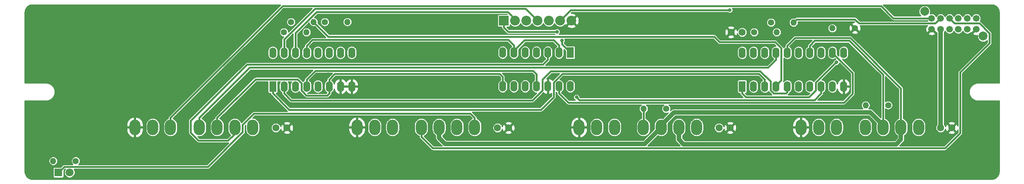
<source format=gbr>
G04 #@! TF.GenerationSoftware,KiCad,Pcbnew,(5.1.5)-3*
G04 #@! TF.CreationDate,2020-05-22T16:17:05-04:00*
G04 #@! TF.ProjectId,os_multitap,6f735f6d-756c-4746-9974-61702e6b6963,rev?*
G04 #@! TF.SameCoordinates,Original*
G04 #@! TF.FileFunction,Copper,L2,Bot*
G04 #@! TF.FilePolarity,Positive*
%FSLAX46Y46*%
G04 Gerber Fmt 4.6, Leading zero omitted, Abs format (unit mm)*
G04 Created by KiCad (PCBNEW (5.1.5)-3) date 2020-05-22 16:17:05*
%MOMM*%
%LPD*%
G04 APERTURE LIST*
%ADD10O,2.500000X3.500000*%
%ADD11C,1.600000*%
%ADD12R,1.800000X1.800000*%
%ADD13C,1.800000*%
%ADD14C,1.400000*%
%ADD15O,1.400000X1.400000*%
%ADD16C,1.500000*%
%ADD17C,2.000000*%
%ADD18R,1.600000X2.400000*%
%ADD19O,1.600000X2.400000*%
%ADD20R,2.200000X2.200000*%
%ADD21C,2.200000*%
%ADD22C,0.800000*%
%ADD23C,0.400000*%
%ADD24C,1.000000*%
%ADD25C,0.254000*%
G04 APERTURE END LIST*
D10*
X144450000Y-115590001D03*
X140450000Y-115590001D03*
X136450000Y-115590001D03*
X132450000Y-115590001D03*
X125950000Y-115590001D03*
X121950000Y-115590001D03*
X117950000Y-115590001D03*
D11*
X204700000Y-94100000D03*
X202200000Y-94100000D03*
X102200000Y-115700000D03*
X99700000Y-115700000D03*
X152100000Y-115700000D03*
X149600000Y-115700000D03*
X202000000Y-115700000D03*
X199500000Y-115700000D03*
X249400000Y-115700000D03*
X251900000Y-115700000D03*
D12*
X50700000Y-125790000D03*
D13*
X53240000Y-125790000D03*
D14*
X101500000Y-94100000D03*
D15*
X106580000Y-94100000D03*
X108180000Y-91800000D03*
D14*
X103100000Y-91800000D03*
X207400000Y-94100000D03*
D15*
X212480000Y-94100000D03*
X216280000Y-91900000D03*
D14*
X211200000Y-91900000D03*
X110700000Y-91800000D03*
D15*
X115780000Y-91800000D03*
X182520000Y-111400000D03*
D14*
X187600000Y-111400000D03*
X230100000Y-93200000D03*
D15*
X225020000Y-93200000D03*
D14*
X237600000Y-110600000D03*
D15*
X232520000Y-110600000D03*
X49520000Y-123200000D03*
D14*
X54600000Y-123200000D03*
D16*
X257400000Y-93450000D03*
X255400000Y-93450000D03*
X247400000Y-93450000D03*
X249400000Y-93450000D03*
X251400000Y-93450000D03*
X253400000Y-93450000D03*
D17*
X245800000Y-89400000D03*
X259000000Y-95000000D03*
D16*
X255400000Y-90950000D03*
X253400000Y-90950000D03*
X249400000Y-90950000D03*
X257400000Y-90950000D03*
X251400000Y-90950000D03*
X247400000Y-90950000D03*
D18*
X166000000Y-98700000D03*
D19*
X150760000Y-106320000D03*
X163460000Y-98700000D03*
X153300000Y-106320000D03*
X160920000Y-98700000D03*
X155840000Y-106320000D03*
X158380000Y-98700000D03*
X158380000Y-106320000D03*
X155840000Y-98700000D03*
X160920000Y-106320000D03*
X153300000Y-98700000D03*
X163460000Y-106320000D03*
X150760000Y-98700000D03*
X166000000Y-106320000D03*
D18*
X204700000Y-106350000D03*
D19*
X227560000Y-98730000D03*
X207240000Y-106350000D03*
X225020000Y-98730000D03*
X209780000Y-106350000D03*
X222480000Y-98730000D03*
X212320000Y-106350000D03*
X219940000Y-98730000D03*
X214860000Y-106350000D03*
X217400000Y-98730000D03*
X217400000Y-106350000D03*
X214860000Y-98730000D03*
X219940000Y-106350000D03*
X212320000Y-98730000D03*
X222480000Y-106350000D03*
X209780000Y-98730000D03*
X225020000Y-106350000D03*
X207240000Y-98730000D03*
X227560000Y-106350000D03*
X204700000Y-98730000D03*
D18*
X99000000Y-106350000D03*
D19*
X116780000Y-98730000D03*
X101540000Y-106350000D03*
X114240000Y-98730000D03*
X104080000Y-106350000D03*
X111700000Y-98730000D03*
X106620000Y-106350000D03*
X109160000Y-98730000D03*
X109160000Y-106350000D03*
X106620000Y-98730000D03*
X111700000Y-106350000D03*
X104080000Y-98730000D03*
X114240000Y-106350000D03*
X101540000Y-98730000D03*
X116780000Y-106350000D03*
X99000000Y-98730000D03*
D10*
X194450000Y-115590001D03*
X190450000Y-115590001D03*
X186450000Y-115590001D03*
X182450000Y-115590001D03*
X175950000Y-115590001D03*
X171950000Y-115590001D03*
X167950000Y-115590001D03*
X217950000Y-115590001D03*
X221950000Y-115590001D03*
X225950000Y-115590001D03*
X232450000Y-115590001D03*
X236450000Y-115590001D03*
X240450000Y-115590001D03*
X244450000Y-115590001D03*
X67950000Y-115590001D03*
X71950000Y-115590001D03*
X75950000Y-115590001D03*
X82450000Y-115590001D03*
X86450000Y-115590001D03*
X90450000Y-115590001D03*
X94450000Y-115590001D03*
D20*
X151000000Y-91500000D03*
D21*
X153540000Y-91500000D03*
X156080000Y-91500000D03*
X158620000Y-91500000D03*
X161160000Y-91500000D03*
X163700000Y-91500000D03*
X166240000Y-91500000D03*
D22*
X163000000Y-94000000D03*
X164100000Y-96000000D03*
X220300000Y-94500000D03*
X219300000Y-96400000D03*
X157200000Y-103900000D03*
X164700000Y-104700000D03*
X167500000Y-106600000D03*
X162000000Y-104100000D03*
X100500000Y-108000000D03*
X103100000Y-110600000D03*
X103000000Y-107900000D03*
X107900000Y-104700000D03*
X111500000Y-103600000D03*
X107000000Y-103000000D03*
X105500000Y-104200000D03*
X99400000Y-111700000D03*
X93200000Y-108100000D03*
X88400000Y-117700000D03*
X88100000Y-119400000D03*
X83700000Y-113400000D03*
X93300000Y-103800000D03*
X103200000Y-95400000D03*
X114300000Y-91600000D03*
X112000000Y-120800000D03*
X110800000Y-123000000D03*
X188500000Y-114800000D03*
X181100000Y-110900000D03*
X177800000Y-114300000D03*
X180600000Y-114300000D03*
X174000000Y-114400000D03*
X170100000Y-114400000D03*
X167600000Y-97900000D03*
X202400000Y-101100000D03*
X213900000Y-96700000D03*
X214900000Y-91800000D03*
X212600000Y-91800000D03*
X221200000Y-92100000D03*
X242400000Y-117600000D03*
X242400000Y-113100000D03*
X238800000Y-118000000D03*
X238400000Y-113000000D03*
X228700000Y-103800000D03*
X216300000Y-102400000D03*
X218300000Y-104400000D03*
X178400000Y-111900000D03*
X169300000Y-101300000D03*
X169400000Y-104600000D03*
X168800000Y-108100000D03*
X97300000Y-103000000D03*
X95700000Y-103100000D03*
X95800000Y-105700000D03*
X111000000Y-93200000D03*
X87700000Y-113500000D03*
X83700000Y-117600000D03*
X198900000Y-97900000D03*
X222300000Y-102600000D03*
X167400000Y-108800000D03*
X201900000Y-89100000D03*
X225900000Y-100900000D03*
D23*
X152000000Y-94000000D02*
X163000000Y-94000000D01*
X151000000Y-91500000D02*
X151000000Y-93000000D01*
X151000000Y-93000000D02*
X152000000Y-94000000D01*
X164100000Y-96800000D02*
X166000000Y-98700000D01*
X164100000Y-96000000D02*
X164100000Y-96800000D01*
D24*
X249400000Y-94510660D02*
X249400000Y-115700000D01*
X249400000Y-93450000D02*
X249400000Y-94510660D01*
D23*
X52000001Y-124489999D02*
X50700000Y-125790000D01*
X84383468Y-124489999D02*
X52000001Y-124489999D01*
X144450000Y-115590001D02*
X144450000Y-113440001D01*
X144450000Y-113440001D02*
X143509999Y-112500000D01*
X143509999Y-112500000D02*
X94706535Y-112500000D01*
X92200000Y-116673467D02*
X84383468Y-124489999D01*
X94706535Y-112500000D02*
X92200000Y-115006535D01*
X92200000Y-115006535D02*
X92200000Y-116673467D01*
X101190011Y-88199990D02*
X235999990Y-88199990D01*
X75950000Y-115590001D02*
X75950000Y-113440001D01*
X75950000Y-113440001D02*
X101190011Y-88199990D01*
X238750000Y-90950000D02*
X247400000Y-90950000D01*
X235999990Y-88199990D02*
X238750000Y-90950000D01*
X212320000Y-100330000D02*
X212320000Y-98730000D01*
X210550000Y-102100000D02*
X212320000Y-100330000D01*
X93790001Y-102100000D02*
X210550000Y-102100000D01*
X82450000Y-115590001D02*
X82450000Y-113440001D01*
X82450000Y-113440001D02*
X93790001Y-102100000D01*
X105419990Y-107247060D02*
X106572930Y-108400000D01*
X86450000Y-113440001D02*
X95140011Y-104749990D01*
X86450000Y-115590001D02*
X86450000Y-113440001D01*
X105419990Y-105592920D02*
X105419990Y-107247060D01*
X95140011Y-104749990D02*
X104577060Y-104749990D01*
X104577060Y-104749990D02*
X105419990Y-105592920D01*
X106572930Y-108400000D02*
X111250000Y-108400000D01*
X111700000Y-107950000D02*
X111700000Y-106350000D01*
X111250000Y-108400000D02*
X111700000Y-107950000D01*
X150760000Y-104160000D02*
X150760000Y-106320000D01*
X111700000Y-106350000D02*
X111700000Y-104750000D01*
X150100000Y-103500000D02*
X150760000Y-104160000D01*
X112950000Y-103500000D02*
X150100000Y-103500000D01*
X111700000Y-104750000D02*
X112950000Y-103500000D01*
X168000000Y-109400000D02*
X167400000Y-108800000D01*
X221030000Y-109400000D02*
X168000000Y-109400000D01*
X222480000Y-106350000D02*
X222480000Y-107950000D01*
X222480000Y-107950000D02*
X221030000Y-109400000D01*
X160920000Y-100300000D02*
X160920000Y-98700000D01*
X159820000Y-101400000D02*
X160920000Y-100300000D01*
X93200000Y-101400000D02*
X159820000Y-101400000D01*
X90450000Y-115590001D02*
X90450000Y-117050000D01*
X82300000Y-118600000D02*
X80500000Y-116800000D01*
X80500000Y-114100000D02*
X93200000Y-101400000D01*
X88900000Y-118600000D02*
X82300000Y-118600000D01*
X90450000Y-117050000D02*
X88900000Y-118600000D01*
X80500000Y-116800000D02*
X80500000Y-114100000D01*
D24*
X137800000Y-119300000D02*
X182740001Y-119300000D01*
X136450000Y-115590001D02*
X136450000Y-117950000D01*
X182740001Y-119300000D02*
X186450000Y-115590001D01*
X136450000Y-117950000D02*
X137800000Y-119300000D01*
D23*
X236450000Y-115590001D02*
X236450000Y-103650000D01*
X236450000Y-103650000D02*
X228800000Y-96000000D01*
X219940000Y-97130000D02*
X219940000Y-98730000D01*
X228800000Y-96000000D02*
X221070000Y-96000000D01*
X221070000Y-96000000D02*
X219940000Y-97130000D01*
D24*
X236450000Y-115090001D02*
X236450000Y-115590001D01*
X233559999Y-112200000D02*
X236450000Y-115090001D01*
X189340001Y-112200000D02*
X233559999Y-112200000D01*
X186450000Y-115590001D02*
X186450000Y-115090001D01*
X186450000Y-115090001D02*
X189340001Y-112200000D01*
D23*
X252550001Y-92100001D02*
X252149999Y-91699999D01*
X260400000Y-94327998D02*
X258172003Y-92100001D01*
X260400000Y-96600000D02*
X260400000Y-94327998D01*
X132450000Y-117740001D02*
X135010009Y-120300010D01*
X258172003Y-92100001D02*
X252550001Y-92100001D01*
X253800000Y-103200000D02*
X260400000Y-96600000D01*
X135010009Y-120300010D02*
X250399990Y-120300010D01*
X252149999Y-91699999D02*
X251400000Y-90950000D01*
X253800000Y-116900000D02*
X253800000Y-103200000D01*
X132450000Y-115590001D02*
X132450000Y-117740001D01*
X250399990Y-120300010D02*
X253800000Y-116900000D01*
X153540000Y-91119998D02*
X153540000Y-91500000D01*
X151920002Y-89500000D02*
X153540000Y-91119998D01*
X108851998Y-89500000D02*
X151920002Y-89500000D01*
X104080000Y-98730000D02*
X104080000Y-94271998D01*
X104080000Y-94271998D02*
X108851998Y-89500000D01*
X155920000Y-88800000D02*
X157520001Y-90400001D01*
X157520001Y-90400001D02*
X158620000Y-91500000D01*
X108500000Y-88800000D02*
X155920000Y-88800000D01*
X101540000Y-98730000D02*
X101540000Y-95760000D01*
X101540000Y-95760000D02*
X108500000Y-88800000D01*
X106620000Y-104750000D02*
X106620000Y-106350000D01*
X108570000Y-102800000D02*
X106620000Y-104750000D01*
X157600000Y-102800000D02*
X108570000Y-102800000D01*
X158380000Y-106320000D02*
X158380000Y-103580000D01*
X158380000Y-103580000D02*
X157600000Y-102800000D01*
X166100000Y-89100000D02*
X163700000Y-91500000D01*
X201900000Y-89100000D02*
X166100000Y-89100000D01*
D24*
X182450000Y-111470000D02*
X182520000Y-111400000D01*
D23*
X182520000Y-115520001D02*
X182450000Y-115590001D01*
X182520000Y-111400000D02*
X182520000Y-115520001D01*
X214860000Y-97130000D02*
X214860000Y-98730000D01*
X229048532Y-95399990D02*
X216590010Y-95399990D01*
X216590010Y-95399990D02*
X214860000Y-97130000D01*
X240450000Y-115590001D02*
X240450000Y-106801458D01*
X240450000Y-106801458D02*
X229048532Y-95399990D01*
D24*
X190450000Y-118340001D02*
X191509999Y-119400000D01*
X190450000Y-115590001D02*
X190450000Y-118340001D01*
X191509999Y-119400000D02*
X239390001Y-119400000D01*
X240450000Y-118340001D02*
X240450000Y-115590001D01*
X239390001Y-119400000D02*
X240450000Y-118340001D01*
D23*
X153300000Y-97100000D02*
X153300000Y-98700000D01*
X152000000Y-95800000D02*
X153300000Y-97100000D01*
X107950000Y-95800000D02*
X152000000Y-95800000D01*
X106620000Y-98730000D02*
X106620000Y-97130000D01*
X106620000Y-97130000D02*
X107950000Y-95800000D01*
X153300000Y-98300000D02*
X155700000Y-95900000D01*
X153300000Y-98700000D02*
X153300000Y-98300000D01*
X163460000Y-97100000D02*
X163460000Y-98700000D01*
X155700000Y-95900000D02*
X162260000Y-95900000D01*
X162260000Y-95900000D02*
X163460000Y-97100000D01*
X213520010Y-97692960D02*
X213520010Y-104979990D01*
X212320000Y-106180000D02*
X212320000Y-106350000D01*
X111480000Y-95100000D02*
X198400000Y-95100000D01*
X198400000Y-95100000D02*
X199600000Y-96300000D01*
X108180000Y-91800000D02*
X111480000Y-95100000D01*
X199600000Y-96300000D02*
X212127050Y-96300000D01*
X213520010Y-104979990D02*
X212320000Y-106180000D01*
X212127050Y-96300000D02*
X213520010Y-97692960D01*
X230128003Y-91200001D02*
X216979999Y-91200001D01*
X231028003Y-92100001D02*
X230128003Y-91200001D01*
X216979999Y-91200001D02*
X216280000Y-91900000D01*
X249400000Y-90950000D02*
X248249999Y-92100001D01*
X248249999Y-92100001D02*
X231028003Y-92100001D01*
X225030000Y-98730000D02*
X225020000Y-98730000D01*
X229600000Y-103300000D02*
X225030000Y-98730000D01*
X163460000Y-107920000D02*
X165540000Y-110000000D01*
X163460000Y-106320000D02*
X163460000Y-107920000D01*
X165540000Y-110000000D02*
X227600000Y-110000000D01*
X227600000Y-110000000D02*
X229600000Y-108000000D01*
X229600000Y-108000000D02*
X229600000Y-103300000D01*
X225832930Y-100900000D02*
X225900000Y-100900000D01*
X221279990Y-105452940D02*
X225832930Y-100900000D01*
X204700000Y-107950000D02*
X205549990Y-108799990D01*
X204700000Y-106350000D02*
X204700000Y-107950000D01*
X205549990Y-108799990D02*
X219727060Y-108799990D01*
X219727060Y-108799990D02*
X221279990Y-107247060D01*
X221279990Y-107247060D02*
X221279990Y-105452940D01*
X164182930Y-103500000D02*
X208530000Y-103500000D01*
X162259990Y-105422940D02*
X164182930Y-103500000D01*
X99000000Y-107950000D02*
X102650000Y-111600000D01*
X99000000Y-106350000D02*
X99000000Y-107950000D01*
X208530000Y-103500000D02*
X209780000Y-104750000D01*
X102650000Y-111600000D02*
X159400000Y-111600000D01*
X209780000Y-104750000D02*
X209780000Y-106350000D01*
X159400000Y-111600000D02*
X162259990Y-108740010D01*
X162259990Y-108740010D02*
X162259990Y-105422940D01*
X101540000Y-106350000D02*
X101540000Y-107950000D01*
X211119990Y-107247060D02*
X211822940Y-107950010D01*
X211822940Y-107950010D02*
X214600000Y-107950010D01*
X101540000Y-107950000D02*
X103090000Y-109500000D01*
X211119990Y-105241447D02*
X211119990Y-107247060D01*
X103090000Y-109500000D02*
X157437050Y-109500000D01*
X157437050Y-109500000D02*
X159719990Y-107217060D01*
X159719990Y-107217060D02*
X159719990Y-104780010D01*
X161600011Y-102899989D02*
X208778532Y-102899989D01*
X159719990Y-104780010D02*
X161600011Y-102899989D01*
X208778532Y-102899989D02*
X211119990Y-105241447D01*
X214600000Y-107950010D02*
X214860000Y-107690010D01*
X214860000Y-107690010D02*
X214860000Y-106350000D01*
D25*
G36*
X75595662Y-113049050D02*
G01*
X75575553Y-113065553D01*
X75518061Y-113135607D01*
X75509696Y-113145800D01*
X75460761Y-113237352D01*
X75430626Y-113336692D01*
X75420451Y-113440001D01*
X75423001Y-113465891D01*
X75423001Y-113601905D01*
X75343589Y-113625994D01*
X75069628Y-113772429D01*
X74829498Y-113969498D01*
X74632428Y-114209628D01*
X74485993Y-114483589D01*
X74395818Y-114780855D01*
X74373000Y-115012532D01*
X74373000Y-116167469D01*
X74395818Y-116399146D01*
X74485993Y-116696412D01*
X74632428Y-116970373D01*
X74829497Y-117210504D01*
X75069627Y-117407573D01*
X75343588Y-117554008D01*
X75640854Y-117644183D01*
X75950000Y-117674631D01*
X76259145Y-117644183D01*
X76556411Y-117554008D01*
X76830372Y-117407573D01*
X77070503Y-117210504D01*
X77267572Y-116970374D01*
X77414007Y-116696413D01*
X77504182Y-116399147D01*
X77527000Y-116167470D01*
X77527000Y-115012532D01*
X77504182Y-114780855D01*
X77414007Y-114483589D01*
X77267572Y-114209628D01*
X77070503Y-113969498D01*
X76830373Y-113772429D01*
X76556412Y-113625994D01*
X76520262Y-113615028D01*
X91860654Y-98274636D01*
X97873000Y-98274636D01*
X97873000Y-99185365D01*
X97889307Y-99350931D01*
X97953751Y-99563371D01*
X98058401Y-99759157D01*
X98199236Y-99930765D01*
X98370844Y-100071600D01*
X98566630Y-100176250D01*
X98779070Y-100240693D01*
X99000000Y-100262453D01*
X99220931Y-100240693D01*
X99433371Y-100176250D01*
X99629157Y-100071600D01*
X99800765Y-99930765D01*
X99941600Y-99759157D01*
X100046250Y-99563371D01*
X100110693Y-99350930D01*
X100127000Y-99185364D01*
X100127000Y-98274635D01*
X100110693Y-98109069D01*
X100046250Y-97896629D01*
X99941600Y-97700843D01*
X99800765Y-97529235D01*
X99629157Y-97388400D01*
X99433370Y-97283750D01*
X99220930Y-97219307D01*
X99000000Y-97197547D01*
X98779069Y-97219307D01*
X98566629Y-97283750D01*
X98370843Y-97388400D01*
X98199235Y-97529235D01*
X98058400Y-97700843D01*
X97953750Y-97896630D01*
X97889307Y-98109070D01*
X97873000Y-98274636D01*
X91860654Y-98274636D01*
X98436441Y-91698849D01*
X102073000Y-91698849D01*
X102073000Y-91901151D01*
X102112467Y-92099565D01*
X102189885Y-92286467D01*
X102302277Y-92454674D01*
X102445326Y-92597723D01*
X102613533Y-92710115D01*
X102800435Y-92787533D01*
X102998849Y-92827000D01*
X103201151Y-92827000D01*
X103399565Y-92787533D01*
X103586467Y-92710115D01*
X103754674Y-92597723D01*
X103897723Y-92454674D01*
X104010115Y-92286467D01*
X104087533Y-92099565D01*
X104127000Y-91901151D01*
X104127000Y-91698849D01*
X104087533Y-91500435D01*
X104010115Y-91313533D01*
X103897723Y-91145326D01*
X103754674Y-91002277D01*
X103586467Y-90889885D01*
X103399565Y-90812467D01*
X103201151Y-90773000D01*
X102998849Y-90773000D01*
X102800435Y-90812467D01*
X102613533Y-90889885D01*
X102445326Y-91002277D01*
X102302277Y-91145326D01*
X102189885Y-91313533D01*
X102112467Y-91500435D01*
X102073000Y-91698849D01*
X98436441Y-91698849D01*
X101408301Y-88726990D01*
X107827720Y-88726990D01*
X102527000Y-94027711D01*
X102527000Y-93998849D01*
X102487533Y-93800435D01*
X102410115Y-93613533D01*
X102297723Y-93445326D01*
X102154674Y-93302277D01*
X101986467Y-93189885D01*
X101799565Y-93112467D01*
X101601151Y-93073000D01*
X101398849Y-93073000D01*
X101200435Y-93112467D01*
X101013533Y-93189885D01*
X100845326Y-93302277D01*
X100702277Y-93445326D01*
X100589885Y-93613533D01*
X100512467Y-93800435D01*
X100473000Y-93998849D01*
X100473000Y-94201151D01*
X100512467Y-94399565D01*
X100589885Y-94586467D01*
X100702277Y-94754674D01*
X100845326Y-94897723D01*
X101013533Y-95010115D01*
X101200435Y-95087533D01*
X101398849Y-95127000D01*
X101427711Y-95127000D01*
X101185662Y-95369049D01*
X101165553Y-95385552D01*
X101109097Y-95454344D01*
X101099696Y-95465799D01*
X101050761Y-95557351D01*
X101020626Y-95656691D01*
X101010451Y-95760000D01*
X101013001Y-95785891D01*
X101013000Y-97333796D01*
X100910843Y-97388400D01*
X100739235Y-97529235D01*
X100598400Y-97700843D01*
X100493750Y-97896630D01*
X100429307Y-98109070D01*
X100413000Y-98274636D01*
X100413000Y-99185365D01*
X100429307Y-99350931D01*
X100493751Y-99563371D01*
X100598401Y-99759157D01*
X100739236Y-99930765D01*
X100910844Y-100071600D01*
X101106630Y-100176250D01*
X101319070Y-100240693D01*
X101540000Y-100262453D01*
X101760931Y-100240693D01*
X101973371Y-100176250D01*
X102169157Y-100071600D01*
X102340765Y-99930765D01*
X102481600Y-99759157D01*
X102586250Y-99563371D01*
X102650693Y-99350930D01*
X102667000Y-99185364D01*
X102667000Y-98274635D01*
X102650693Y-98109069D01*
X102586250Y-97896629D01*
X102481600Y-97700843D01*
X102340765Y-97529235D01*
X102169157Y-97388400D01*
X102067000Y-97333796D01*
X102067000Y-95978289D01*
X103553001Y-94492288D01*
X103553000Y-97333796D01*
X103450843Y-97388400D01*
X103279235Y-97529235D01*
X103138400Y-97700843D01*
X103033750Y-97896630D01*
X102969307Y-98109070D01*
X102953000Y-98274636D01*
X102953000Y-99185365D01*
X102969307Y-99350931D01*
X103033751Y-99563371D01*
X103138401Y-99759157D01*
X103279236Y-99930765D01*
X103450844Y-100071600D01*
X103646630Y-100176250D01*
X103859070Y-100240693D01*
X104080000Y-100262453D01*
X104300931Y-100240693D01*
X104513371Y-100176250D01*
X104709157Y-100071600D01*
X104880765Y-99930765D01*
X105021600Y-99759157D01*
X105126250Y-99563371D01*
X105190693Y-99350930D01*
X105207000Y-99185364D01*
X105207000Y-98274635D01*
X105190693Y-98109069D01*
X105126250Y-97896629D01*
X105021600Y-97700843D01*
X104880765Y-97529235D01*
X104709157Y-97388400D01*
X104607000Y-97333796D01*
X104607000Y-94490287D01*
X105098438Y-93998849D01*
X105553000Y-93998849D01*
X105553000Y-94201151D01*
X105592467Y-94399565D01*
X105669885Y-94586467D01*
X105782277Y-94754674D01*
X105925326Y-94897723D01*
X106093533Y-95010115D01*
X106280435Y-95087533D01*
X106478849Y-95127000D01*
X106681151Y-95127000D01*
X106879565Y-95087533D01*
X107066467Y-95010115D01*
X107234674Y-94897723D01*
X107377723Y-94754674D01*
X107490115Y-94586467D01*
X107567533Y-94399565D01*
X107607000Y-94201151D01*
X107607000Y-93998849D01*
X107567533Y-93800435D01*
X107490115Y-93613533D01*
X107377723Y-93445326D01*
X107234674Y-93302277D01*
X107066467Y-93189885D01*
X106879565Y-93112467D01*
X106681151Y-93073000D01*
X106478849Y-93073000D01*
X106280435Y-93112467D01*
X106093533Y-93189885D01*
X105925326Y-93302277D01*
X105782277Y-93445326D01*
X105669885Y-93613533D01*
X105592467Y-93800435D01*
X105553000Y-93998849D01*
X105098438Y-93998849D01*
X107160157Y-91937131D01*
X107192467Y-92099565D01*
X107269885Y-92286467D01*
X107382277Y-92454674D01*
X107525326Y-92597723D01*
X107693533Y-92710115D01*
X107880435Y-92787533D01*
X108078849Y-92827000D01*
X108281151Y-92827000D01*
X108431754Y-92797043D01*
X110907709Y-95273000D01*
X107975880Y-95273000D01*
X107949999Y-95270451D01*
X107869240Y-95278405D01*
X107846690Y-95280626D01*
X107747350Y-95310761D01*
X107655798Y-95359696D01*
X107575552Y-95425552D01*
X107559049Y-95445661D01*
X106265662Y-96739049D01*
X106245553Y-96755552D01*
X106193177Y-96819373D01*
X106179696Y-96835799D01*
X106130761Y-96927351D01*
X106100626Y-97026691D01*
X106090451Y-97130000D01*
X106093001Y-97155890D01*
X106093001Y-97333795D01*
X105990843Y-97388400D01*
X105819235Y-97529235D01*
X105678400Y-97700843D01*
X105573750Y-97896630D01*
X105509307Y-98109070D01*
X105493000Y-98274636D01*
X105493000Y-99185365D01*
X105509307Y-99350931D01*
X105573751Y-99563371D01*
X105678401Y-99759157D01*
X105819236Y-99930765D01*
X105990844Y-100071600D01*
X106186630Y-100176250D01*
X106399070Y-100240693D01*
X106620000Y-100262453D01*
X106840931Y-100240693D01*
X107053371Y-100176250D01*
X107249157Y-100071600D01*
X107420765Y-99930765D01*
X107561600Y-99759157D01*
X107666250Y-99563371D01*
X107730693Y-99350930D01*
X107747000Y-99185364D01*
X107747000Y-98274636D01*
X108033000Y-98274636D01*
X108033000Y-99185365D01*
X108049307Y-99350931D01*
X108113751Y-99563371D01*
X108218401Y-99759157D01*
X108359236Y-99930765D01*
X108530844Y-100071600D01*
X108726630Y-100176250D01*
X108939070Y-100240693D01*
X109160000Y-100262453D01*
X109380931Y-100240693D01*
X109593371Y-100176250D01*
X109789157Y-100071600D01*
X109960765Y-99930765D01*
X110101600Y-99759157D01*
X110206250Y-99563371D01*
X110270693Y-99350930D01*
X110287000Y-99185364D01*
X110287000Y-98274636D01*
X110573000Y-98274636D01*
X110573000Y-99185365D01*
X110589307Y-99350931D01*
X110653751Y-99563371D01*
X110758401Y-99759157D01*
X110899236Y-99930765D01*
X111070844Y-100071600D01*
X111266630Y-100176250D01*
X111479070Y-100240693D01*
X111700000Y-100262453D01*
X111920931Y-100240693D01*
X112133371Y-100176250D01*
X112329157Y-100071600D01*
X112500765Y-99930765D01*
X112641600Y-99759157D01*
X112746250Y-99563371D01*
X112810693Y-99350930D01*
X112827000Y-99185364D01*
X112827000Y-98274636D01*
X113113000Y-98274636D01*
X113113000Y-99185365D01*
X113129307Y-99350931D01*
X113193751Y-99563371D01*
X113298401Y-99759157D01*
X113439236Y-99930765D01*
X113610844Y-100071600D01*
X113806630Y-100176250D01*
X114019070Y-100240693D01*
X114240000Y-100262453D01*
X114460931Y-100240693D01*
X114673371Y-100176250D01*
X114869157Y-100071600D01*
X115040765Y-99930765D01*
X115181600Y-99759157D01*
X115286250Y-99563371D01*
X115350693Y-99350930D01*
X115367000Y-99185364D01*
X115367000Y-98274636D01*
X115653000Y-98274636D01*
X115653000Y-99185365D01*
X115669307Y-99350931D01*
X115733751Y-99563371D01*
X115838401Y-99759157D01*
X115979236Y-99930765D01*
X116150844Y-100071600D01*
X116346630Y-100176250D01*
X116559070Y-100240693D01*
X116780000Y-100262453D01*
X117000931Y-100240693D01*
X117213371Y-100176250D01*
X117409157Y-100071600D01*
X117580765Y-99930765D01*
X117721600Y-99759157D01*
X117826250Y-99563371D01*
X117890693Y-99350930D01*
X117907000Y-99185364D01*
X117907000Y-98274635D01*
X117904046Y-98244635D01*
X149633000Y-98244635D01*
X149633000Y-99155364D01*
X149649307Y-99320930D01*
X149713750Y-99533370D01*
X149818400Y-99729157D01*
X149959235Y-99900765D01*
X150130843Y-100041600D01*
X150326629Y-100146250D01*
X150539069Y-100210693D01*
X150760000Y-100232453D01*
X150980930Y-100210693D01*
X151193370Y-100146250D01*
X151389157Y-100041600D01*
X151560765Y-99900765D01*
X151701600Y-99729157D01*
X151806250Y-99533371D01*
X151870693Y-99320931D01*
X151887000Y-99155365D01*
X151887000Y-98244636D01*
X151870693Y-98079070D01*
X151806250Y-97866629D01*
X151701600Y-97670843D01*
X151560765Y-97499235D01*
X151389157Y-97358400D01*
X151193371Y-97253750D01*
X150980931Y-97189307D01*
X150760000Y-97167547D01*
X150539070Y-97189307D01*
X150326630Y-97253750D01*
X150130844Y-97358400D01*
X149959236Y-97499235D01*
X149818401Y-97670843D01*
X149713751Y-97866629D01*
X149649307Y-98079069D01*
X149633000Y-98244635D01*
X117904046Y-98244635D01*
X117890693Y-98109069D01*
X117826250Y-97896629D01*
X117721600Y-97700843D01*
X117580765Y-97529235D01*
X117409157Y-97388400D01*
X117213370Y-97283750D01*
X117000930Y-97219307D01*
X116780000Y-97197547D01*
X116559069Y-97219307D01*
X116346629Y-97283750D01*
X116150843Y-97388400D01*
X115979235Y-97529235D01*
X115838400Y-97700843D01*
X115733750Y-97896630D01*
X115669307Y-98109070D01*
X115653000Y-98274636D01*
X115367000Y-98274636D01*
X115367000Y-98274635D01*
X115350693Y-98109069D01*
X115286250Y-97896629D01*
X115181600Y-97700843D01*
X115040765Y-97529235D01*
X114869157Y-97388400D01*
X114673370Y-97283750D01*
X114460930Y-97219307D01*
X114240000Y-97197547D01*
X114019069Y-97219307D01*
X113806629Y-97283750D01*
X113610843Y-97388400D01*
X113439235Y-97529235D01*
X113298400Y-97700843D01*
X113193750Y-97896630D01*
X113129307Y-98109070D01*
X113113000Y-98274636D01*
X112827000Y-98274636D01*
X112827000Y-98274635D01*
X112810693Y-98109069D01*
X112746250Y-97896629D01*
X112641600Y-97700843D01*
X112500765Y-97529235D01*
X112329157Y-97388400D01*
X112133370Y-97283750D01*
X111920930Y-97219307D01*
X111700000Y-97197547D01*
X111479069Y-97219307D01*
X111266629Y-97283750D01*
X111070843Y-97388400D01*
X110899235Y-97529235D01*
X110758400Y-97700843D01*
X110653750Y-97896630D01*
X110589307Y-98109070D01*
X110573000Y-98274636D01*
X110287000Y-98274636D01*
X110287000Y-98274635D01*
X110270693Y-98109069D01*
X110206250Y-97896629D01*
X110101600Y-97700843D01*
X109960765Y-97529235D01*
X109789157Y-97388400D01*
X109593370Y-97283750D01*
X109380930Y-97219307D01*
X109160000Y-97197547D01*
X108939069Y-97219307D01*
X108726629Y-97283750D01*
X108530843Y-97388400D01*
X108359235Y-97529235D01*
X108218400Y-97700843D01*
X108113750Y-97896630D01*
X108049307Y-98109070D01*
X108033000Y-98274636D01*
X107747000Y-98274636D01*
X107747000Y-98274635D01*
X107730693Y-98109069D01*
X107666250Y-97896629D01*
X107561600Y-97700843D01*
X107420765Y-97529235D01*
X107249157Y-97388400D01*
X107156445Y-97338844D01*
X108168290Y-96327000D01*
X151781711Y-96327000D01*
X152763554Y-97308845D01*
X152670844Y-97358400D01*
X152499236Y-97499235D01*
X152358401Y-97670843D01*
X152253751Y-97866629D01*
X152189307Y-98079069D01*
X152173000Y-98244635D01*
X152173000Y-99155364D01*
X152189307Y-99320930D01*
X152253750Y-99533370D01*
X152358400Y-99729157D01*
X152499235Y-99900765D01*
X152670843Y-100041600D01*
X152866629Y-100146250D01*
X153079069Y-100210693D01*
X153300000Y-100232453D01*
X153520930Y-100210693D01*
X153733370Y-100146250D01*
X153929157Y-100041600D01*
X154100765Y-99900765D01*
X154241600Y-99729157D01*
X154346250Y-99533371D01*
X154410693Y-99320931D01*
X154427000Y-99155365D01*
X154427000Y-98244636D01*
X154427000Y-98244635D01*
X154713000Y-98244635D01*
X154713000Y-99155364D01*
X154729307Y-99320930D01*
X154793750Y-99533370D01*
X154898400Y-99729157D01*
X155039235Y-99900765D01*
X155210843Y-100041600D01*
X155406629Y-100146250D01*
X155619069Y-100210693D01*
X155840000Y-100232453D01*
X156060930Y-100210693D01*
X156273370Y-100146250D01*
X156469157Y-100041600D01*
X156640765Y-99900765D01*
X156781600Y-99729157D01*
X156886250Y-99533371D01*
X156950693Y-99320931D01*
X156967000Y-99155365D01*
X156967000Y-98244636D01*
X156967000Y-98244635D01*
X157253000Y-98244635D01*
X157253000Y-99155364D01*
X157269307Y-99320930D01*
X157333750Y-99533370D01*
X157438400Y-99729157D01*
X157579235Y-99900765D01*
X157750843Y-100041600D01*
X157946629Y-100146250D01*
X158159069Y-100210693D01*
X158380000Y-100232453D01*
X158600930Y-100210693D01*
X158813370Y-100146250D01*
X159009157Y-100041600D01*
X159180765Y-99900765D01*
X159321600Y-99729157D01*
X159426250Y-99533371D01*
X159490693Y-99320931D01*
X159507000Y-99155365D01*
X159507000Y-98244636D01*
X159490693Y-98079070D01*
X159426250Y-97866629D01*
X159321600Y-97670843D01*
X159180765Y-97499235D01*
X159009157Y-97358400D01*
X158813371Y-97253750D01*
X158600931Y-97189307D01*
X158380000Y-97167547D01*
X158159070Y-97189307D01*
X157946630Y-97253750D01*
X157750844Y-97358400D01*
X157579236Y-97499235D01*
X157438401Y-97670843D01*
X157333751Y-97866629D01*
X157269307Y-98079069D01*
X157253000Y-98244635D01*
X156967000Y-98244635D01*
X156950693Y-98079070D01*
X156886250Y-97866629D01*
X156781600Y-97670843D01*
X156640765Y-97499235D01*
X156469157Y-97358400D01*
X156273371Y-97253750D01*
X156060931Y-97189307D01*
X155840000Y-97167547D01*
X155619070Y-97189307D01*
X155406630Y-97253750D01*
X155210844Y-97358400D01*
X155039236Y-97499235D01*
X154898401Y-97670843D01*
X154793751Y-97866629D01*
X154729307Y-98079069D01*
X154713000Y-98244635D01*
X154427000Y-98244635D01*
X154410693Y-98079070D01*
X154377068Y-97968222D01*
X155918291Y-96427000D01*
X162041711Y-96427000D01*
X162923555Y-97308845D01*
X162830844Y-97358400D01*
X162659236Y-97499235D01*
X162518401Y-97670843D01*
X162413751Y-97866629D01*
X162349307Y-98079069D01*
X162333000Y-98244635D01*
X162333000Y-99155364D01*
X162349307Y-99320930D01*
X162413750Y-99533370D01*
X162518400Y-99729157D01*
X162659235Y-99900765D01*
X162830843Y-100041600D01*
X163026629Y-100146250D01*
X163239069Y-100210693D01*
X163460000Y-100232453D01*
X163680930Y-100210693D01*
X163893370Y-100146250D01*
X164089157Y-100041600D01*
X164260765Y-99900765D01*
X164401600Y-99729157D01*
X164506250Y-99533371D01*
X164570693Y-99320931D01*
X164587000Y-99155365D01*
X164587000Y-98244636D01*
X164570693Y-98079070D01*
X164543223Y-97988513D01*
X164871418Y-98316708D01*
X164871418Y-99900000D01*
X164877732Y-99964103D01*
X164896430Y-100025743D01*
X164926794Y-100082550D01*
X164967657Y-100132343D01*
X165017450Y-100173206D01*
X165074257Y-100203570D01*
X165135897Y-100222268D01*
X165200000Y-100228582D01*
X166800000Y-100228582D01*
X166864103Y-100222268D01*
X166925743Y-100203570D01*
X166982550Y-100173206D01*
X167032343Y-100132343D01*
X167073206Y-100082550D01*
X167103570Y-100025743D01*
X167122268Y-99964103D01*
X167128582Y-99900000D01*
X167128582Y-98274636D01*
X203573000Y-98274636D01*
X203573000Y-99185365D01*
X203589307Y-99350931D01*
X203653751Y-99563371D01*
X203758401Y-99759157D01*
X203899236Y-99930765D01*
X204070844Y-100071600D01*
X204266630Y-100176250D01*
X204479070Y-100240693D01*
X204700000Y-100262453D01*
X204920931Y-100240693D01*
X205133371Y-100176250D01*
X205329157Y-100071600D01*
X205500765Y-99930765D01*
X205641600Y-99759157D01*
X205746250Y-99563371D01*
X205810693Y-99350930D01*
X205827000Y-99185364D01*
X205827000Y-98274636D01*
X206113000Y-98274636D01*
X206113000Y-99185365D01*
X206129307Y-99350931D01*
X206193751Y-99563371D01*
X206298401Y-99759157D01*
X206439236Y-99930765D01*
X206610844Y-100071600D01*
X206806630Y-100176250D01*
X207019070Y-100240693D01*
X207240000Y-100262453D01*
X207460931Y-100240693D01*
X207673371Y-100176250D01*
X207869157Y-100071600D01*
X208040765Y-99930765D01*
X208181600Y-99759157D01*
X208286250Y-99563371D01*
X208350693Y-99350930D01*
X208367000Y-99185364D01*
X208367000Y-98274636D01*
X208653000Y-98274636D01*
X208653000Y-99185365D01*
X208669307Y-99350931D01*
X208733751Y-99563371D01*
X208838401Y-99759157D01*
X208979236Y-99930765D01*
X209150844Y-100071600D01*
X209346630Y-100176250D01*
X209559070Y-100240693D01*
X209780000Y-100262453D01*
X210000931Y-100240693D01*
X210213371Y-100176250D01*
X210409157Y-100071600D01*
X210580765Y-99930765D01*
X210721600Y-99759157D01*
X210826250Y-99563371D01*
X210890693Y-99350930D01*
X210907000Y-99185364D01*
X210907000Y-98274635D01*
X210890693Y-98109069D01*
X210826250Y-97896629D01*
X210721600Y-97700843D01*
X210580765Y-97529235D01*
X210409157Y-97388400D01*
X210213370Y-97283750D01*
X210000930Y-97219307D01*
X209780000Y-97197547D01*
X209559069Y-97219307D01*
X209346629Y-97283750D01*
X209150843Y-97388400D01*
X208979235Y-97529235D01*
X208838400Y-97700843D01*
X208733750Y-97896630D01*
X208669307Y-98109070D01*
X208653000Y-98274636D01*
X208367000Y-98274636D01*
X208367000Y-98274635D01*
X208350693Y-98109069D01*
X208286250Y-97896629D01*
X208181600Y-97700843D01*
X208040765Y-97529235D01*
X207869157Y-97388400D01*
X207673370Y-97283750D01*
X207460930Y-97219307D01*
X207240000Y-97197547D01*
X207019069Y-97219307D01*
X206806629Y-97283750D01*
X206610843Y-97388400D01*
X206439235Y-97529235D01*
X206298400Y-97700843D01*
X206193750Y-97896630D01*
X206129307Y-98109070D01*
X206113000Y-98274636D01*
X205827000Y-98274636D01*
X205827000Y-98274635D01*
X205810693Y-98109069D01*
X205746250Y-97896629D01*
X205641600Y-97700843D01*
X205500765Y-97529235D01*
X205329157Y-97388400D01*
X205133370Y-97283750D01*
X204920930Y-97219307D01*
X204700000Y-97197547D01*
X204479069Y-97219307D01*
X204266629Y-97283750D01*
X204070843Y-97388400D01*
X203899235Y-97529235D01*
X203758400Y-97700843D01*
X203653750Y-97896630D01*
X203589307Y-98109070D01*
X203573000Y-98274636D01*
X167128582Y-98274636D01*
X167128582Y-97500000D01*
X167122268Y-97435897D01*
X167103570Y-97374257D01*
X167073206Y-97317450D01*
X167032343Y-97267657D01*
X166982550Y-97226794D01*
X166925743Y-97196430D01*
X166864103Y-97177732D01*
X166800000Y-97171418D01*
X165216708Y-97171418D01*
X164627000Y-96581711D01*
X164627000Y-96501134D01*
X164664698Y-96463436D01*
X164744259Y-96344364D01*
X164799062Y-96212058D01*
X164827000Y-96071603D01*
X164827000Y-95928397D01*
X164799062Y-95787942D01*
X164744259Y-95655636D01*
X164725125Y-95627000D01*
X198181711Y-95627000D01*
X199209049Y-96654339D01*
X199225552Y-96674448D01*
X199305798Y-96740304D01*
X199397350Y-96789239D01*
X199496690Y-96819374D01*
X199574119Y-96827000D01*
X199574121Y-96827000D01*
X199599999Y-96829549D01*
X199625877Y-96827000D01*
X211908761Y-96827000D01*
X212282956Y-97201196D01*
X212099069Y-97219307D01*
X211886629Y-97283750D01*
X211690843Y-97388400D01*
X211519235Y-97529235D01*
X211378400Y-97700843D01*
X211273750Y-97896630D01*
X211209307Y-98109070D01*
X211193000Y-98274636D01*
X211193000Y-99185365D01*
X211209307Y-99350931D01*
X211273751Y-99563371D01*
X211378401Y-99759157D01*
X211519236Y-99930765D01*
X211690844Y-100071600D01*
X211783555Y-100121155D01*
X210331711Y-101573000D01*
X160392289Y-101573000D01*
X161274339Y-100690951D01*
X161294448Y-100674448D01*
X161360304Y-100594202D01*
X161409239Y-100502650D01*
X161439374Y-100403310D01*
X161447000Y-100325881D01*
X161447000Y-100325880D01*
X161449549Y-100300000D01*
X161447000Y-100274119D01*
X161447000Y-100096204D01*
X161549157Y-100041600D01*
X161720765Y-99900765D01*
X161861600Y-99729157D01*
X161966250Y-99533371D01*
X162030693Y-99320931D01*
X162047000Y-99155365D01*
X162047000Y-98244636D01*
X162030693Y-98079070D01*
X161966250Y-97866629D01*
X161861600Y-97670843D01*
X161720765Y-97499235D01*
X161549157Y-97358400D01*
X161353371Y-97253750D01*
X161140931Y-97189307D01*
X160920000Y-97167547D01*
X160699070Y-97189307D01*
X160486630Y-97253750D01*
X160290844Y-97358400D01*
X160119236Y-97499235D01*
X159978401Y-97670843D01*
X159873751Y-97866629D01*
X159809307Y-98079069D01*
X159793000Y-98244635D01*
X159793000Y-99155364D01*
X159809307Y-99320930D01*
X159873750Y-99533370D01*
X159978400Y-99729157D01*
X160119235Y-99900765D01*
X160290843Y-100041600D01*
X160383555Y-100091156D01*
X159601711Y-100873000D01*
X93225880Y-100873000D01*
X93199999Y-100870451D01*
X93096690Y-100880626D01*
X92997350Y-100910761D01*
X92905798Y-100959696D01*
X92825552Y-101025552D01*
X92809049Y-101045661D01*
X80145662Y-113709049D01*
X80125553Y-113725552D01*
X80068061Y-113795606D01*
X80059696Y-113805799D01*
X80010761Y-113897351D01*
X79980626Y-113996691D01*
X79970451Y-114100000D01*
X79973001Y-114125891D01*
X79973000Y-116774119D01*
X79970451Y-116800000D01*
X79973000Y-116825880D01*
X79980626Y-116903309D01*
X80010761Y-117002649D01*
X80059696Y-117094202D01*
X80125552Y-117174448D01*
X80145666Y-117190955D01*
X81909049Y-118954339D01*
X81925552Y-118974448D01*
X82005798Y-119040304D01*
X82097350Y-119089239D01*
X82196690Y-119119374D01*
X82274119Y-119127000D01*
X82274121Y-119127000D01*
X82299999Y-119129549D01*
X82325877Y-119127000D01*
X88874119Y-119127000D01*
X88900000Y-119129549D01*
X88925881Y-119127000D01*
X89003310Y-119119374D01*
X89011195Y-119116982D01*
X84165179Y-123962999D01*
X55289398Y-123962999D01*
X55397723Y-123854674D01*
X55510115Y-123686467D01*
X55587533Y-123499565D01*
X55627000Y-123301151D01*
X55627000Y-123098849D01*
X55587533Y-122900435D01*
X55510115Y-122713533D01*
X55397723Y-122545326D01*
X55254674Y-122402277D01*
X55086467Y-122289885D01*
X54899565Y-122212467D01*
X54701151Y-122173000D01*
X54498849Y-122173000D01*
X54300435Y-122212467D01*
X54113533Y-122289885D01*
X53945326Y-122402277D01*
X53802277Y-122545326D01*
X53689885Y-122713533D01*
X53612467Y-122900435D01*
X53573000Y-123098849D01*
X53573000Y-123301151D01*
X53612467Y-123499565D01*
X53689885Y-123686467D01*
X53802277Y-123854674D01*
X53910602Y-123962999D01*
X52025881Y-123962999D01*
X52000000Y-123960450D01*
X51896691Y-123970625D01*
X51797351Y-124000760D01*
X51705799Y-124049695D01*
X51625553Y-124115551D01*
X51609050Y-124135660D01*
X51183292Y-124561418D01*
X49800000Y-124561418D01*
X49735897Y-124567732D01*
X49674257Y-124586430D01*
X49617450Y-124616794D01*
X49567657Y-124657657D01*
X49526794Y-124707450D01*
X49496430Y-124764257D01*
X49477732Y-124825897D01*
X49471418Y-124890000D01*
X49471418Y-126690000D01*
X49477732Y-126754103D01*
X49496430Y-126815743D01*
X49526794Y-126872550D01*
X49567657Y-126922343D01*
X49617450Y-126963206D01*
X49674257Y-126993570D01*
X49735897Y-127012268D01*
X49800000Y-127018582D01*
X51600000Y-127018582D01*
X51664103Y-127012268D01*
X51725743Y-126993570D01*
X51782550Y-126963206D01*
X51832343Y-126922343D01*
X51873206Y-126872550D01*
X51903570Y-126815743D01*
X51922268Y-126754103D01*
X51928582Y-126690000D01*
X51928582Y-125306708D01*
X52218291Y-125016999D01*
X52280802Y-125016999D01*
X52152647Y-125208798D01*
X52060153Y-125432097D01*
X52013000Y-125669151D01*
X52013000Y-125910849D01*
X52060153Y-126147903D01*
X52152647Y-126371202D01*
X52286927Y-126572167D01*
X52457833Y-126743073D01*
X52658798Y-126877353D01*
X52882097Y-126969847D01*
X53119151Y-127017000D01*
X53360849Y-127017000D01*
X53597903Y-126969847D01*
X53821202Y-126877353D01*
X54022167Y-126743073D01*
X54193073Y-126572167D01*
X54327353Y-126371202D01*
X54419847Y-126147903D01*
X54467000Y-125910849D01*
X54467000Y-125669151D01*
X54419847Y-125432097D01*
X54327353Y-125208798D01*
X54199198Y-125016999D01*
X84357587Y-125016999D01*
X84383468Y-125019548D01*
X84409349Y-125016999D01*
X84486778Y-125009373D01*
X84586118Y-124979238D01*
X84677670Y-124930303D01*
X84757916Y-124864447D01*
X84774423Y-124844333D01*
X92554345Y-117064413D01*
X92574448Y-117047915D01*
X92640304Y-116967669D01*
X92689239Y-116876117D01*
X92719374Y-116776777D01*
X92727000Y-116699348D01*
X92729549Y-116673467D01*
X92727000Y-116647586D01*
X92727000Y-115224824D01*
X92873000Y-115078824D01*
X92873000Y-116167469D01*
X92895818Y-116399146D01*
X92985993Y-116696412D01*
X93132428Y-116970373D01*
X93329497Y-117210504D01*
X93569627Y-117407573D01*
X93843588Y-117554008D01*
X94140854Y-117644183D01*
X94450000Y-117674631D01*
X94759145Y-117644183D01*
X95056411Y-117554008D01*
X95330372Y-117407573D01*
X95570503Y-117210504D01*
X95767572Y-116970374D01*
X95914007Y-116696413D01*
X96004182Y-116399147D01*
X96027000Y-116167470D01*
X96027000Y-115589000D01*
X98573000Y-115589000D01*
X98573000Y-115811000D01*
X98616310Y-116028734D01*
X98701266Y-116233835D01*
X98824602Y-116418421D01*
X98981579Y-116575398D01*
X99166165Y-116698734D01*
X99371266Y-116783690D01*
X99589000Y-116827000D01*
X99811000Y-116827000D01*
X100028734Y-116783690D01*
X100233835Y-116698734D01*
X100242862Y-116692702D01*
X101386903Y-116692702D01*
X101458486Y-116936671D01*
X101713996Y-117057571D01*
X101988184Y-117126300D01*
X102270512Y-117140217D01*
X102550130Y-117098787D01*
X102816292Y-117003603D01*
X102941514Y-116936671D01*
X103013097Y-116692702D01*
X102200000Y-115879605D01*
X101386903Y-116692702D01*
X100242862Y-116692702D01*
X100418421Y-116575398D01*
X100575398Y-116418421D01*
X100698734Y-116233835D01*
X100783690Y-116028734D01*
X100791916Y-115987381D01*
X100801213Y-116050130D01*
X100896397Y-116316292D01*
X100963329Y-116441514D01*
X101207298Y-116513097D01*
X102020395Y-115700000D01*
X102379605Y-115700000D01*
X103192702Y-116513097D01*
X103436671Y-116441514D01*
X103557571Y-116186004D01*
X103626300Y-115911816D01*
X103635903Y-115717001D01*
X116065000Y-115717001D01*
X116065000Y-116217001D01*
X116125996Y-116582306D01*
X116257088Y-116928692D01*
X116453237Y-117242848D01*
X116706906Y-117512700D01*
X117008347Y-117727879D01*
X117345975Y-117880115D01*
X117530355Y-117927696D01*
X117823000Y-117811573D01*
X117823000Y-115717001D01*
X118077000Y-115717001D01*
X118077000Y-117811573D01*
X118369645Y-117927696D01*
X118554025Y-117880115D01*
X118891653Y-117727879D01*
X119193094Y-117512700D01*
X119446763Y-117242848D01*
X119642912Y-116928692D01*
X119774004Y-116582306D01*
X119835000Y-116217001D01*
X119835000Y-115717001D01*
X118077000Y-115717001D01*
X117823000Y-115717001D01*
X116065000Y-115717001D01*
X103635903Y-115717001D01*
X103640217Y-115629488D01*
X103598787Y-115349870D01*
X103503603Y-115083708D01*
X103439085Y-114963001D01*
X116065000Y-114963001D01*
X116065000Y-115463001D01*
X117823000Y-115463001D01*
X117823000Y-113368429D01*
X118077000Y-113368429D01*
X118077000Y-115463001D01*
X119835000Y-115463001D01*
X119835000Y-115012532D01*
X120373000Y-115012532D01*
X120373000Y-116167469D01*
X120395818Y-116399146D01*
X120485993Y-116696412D01*
X120632428Y-116970373D01*
X120829497Y-117210504D01*
X121069627Y-117407573D01*
X121343588Y-117554008D01*
X121640854Y-117644183D01*
X121950000Y-117674631D01*
X122259145Y-117644183D01*
X122556411Y-117554008D01*
X122830372Y-117407573D01*
X123070503Y-117210504D01*
X123267572Y-116970374D01*
X123414007Y-116696413D01*
X123504182Y-116399147D01*
X123527000Y-116167470D01*
X123527000Y-115012532D01*
X124373000Y-115012532D01*
X124373000Y-116167469D01*
X124395818Y-116399146D01*
X124485993Y-116696412D01*
X124632428Y-116970373D01*
X124829497Y-117210504D01*
X125069627Y-117407573D01*
X125343588Y-117554008D01*
X125640854Y-117644183D01*
X125950000Y-117674631D01*
X126259145Y-117644183D01*
X126556411Y-117554008D01*
X126830372Y-117407573D01*
X127070503Y-117210504D01*
X127267572Y-116970374D01*
X127414007Y-116696413D01*
X127504182Y-116399147D01*
X127527000Y-116167470D01*
X127527000Y-115012532D01*
X127504182Y-114780855D01*
X127414007Y-114483589D01*
X127267572Y-114209628D01*
X127070503Y-113969498D01*
X126830373Y-113772429D01*
X126556412Y-113625994D01*
X126259146Y-113535819D01*
X125950000Y-113505371D01*
X125640855Y-113535819D01*
X125343589Y-113625994D01*
X125069628Y-113772429D01*
X124829498Y-113969498D01*
X124632428Y-114209628D01*
X124485993Y-114483589D01*
X124395818Y-114780855D01*
X124373000Y-115012532D01*
X123527000Y-115012532D01*
X123504182Y-114780855D01*
X123414007Y-114483589D01*
X123267572Y-114209628D01*
X123070503Y-113969498D01*
X122830373Y-113772429D01*
X122556412Y-113625994D01*
X122259146Y-113535819D01*
X121950000Y-113505371D01*
X121640855Y-113535819D01*
X121343589Y-113625994D01*
X121069628Y-113772429D01*
X120829498Y-113969498D01*
X120632428Y-114209628D01*
X120485993Y-114483589D01*
X120395818Y-114780855D01*
X120373000Y-115012532D01*
X119835000Y-115012532D01*
X119835000Y-114963001D01*
X119774004Y-114597696D01*
X119642912Y-114251310D01*
X119446763Y-113937154D01*
X119193094Y-113667302D01*
X118891653Y-113452123D01*
X118554025Y-113299887D01*
X118369645Y-113252306D01*
X118077000Y-113368429D01*
X117823000Y-113368429D01*
X117530355Y-113252306D01*
X117345975Y-113299887D01*
X117008347Y-113452123D01*
X116706906Y-113667302D01*
X116453237Y-113937154D01*
X116257088Y-114251310D01*
X116125996Y-114597696D01*
X116065000Y-114963001D01*
X103439085Y-114963001D01*
X103436671Y-114958486D01*
X103192702Y-114886903D01*
X102379605Y-115700000D01*
X102020395Y-115700000D01*
X101207298Y-114886903D01*
X100963329Y-114958486D01*
X100842429Y-115213996D01*
X100792237Y-115414233D01*
X100783690Y-115371266D01*
X100698734Y-115166165D01*
X100575398Y-114981579D01*
X100418421Y-114824602D01*
X100242863Y-114707298D01*
X101386903Y-114707298D01*
X102200000Y-115520395D01*
X103013097Y-114707298D01*
X102941514Y-114463329D01*
X102686004Y-114342429D01*
X102411816Y-114273700D01*
X102129488Y-114259783D01*
X101849870Y-114301213D01*
X101583708Y-114396397D01*
X101458486Y-114463329D01*
X101386903Y-114707298D01*
X100242863Y-114707298D01*
X100233835Y-114701266D01*
X100028734Y-114616310D01*
X99811000Y-114573000D01*
X99589000Y-114573000D01*
X99371266Y-114616310D01*
X99166165Y-114701266D01*
X98981579Y-114824602D01*
X98824602Y-114981579D01*
X98701266Y-115166165D01*
X98616310Y-115371266D01*
X98573000Y-115589000D01*
X96027000Y-115589000D01*
X96027000Y-115012532D01*
X96004182Y-114780855D01*
X95914007Y-114483589D01*
X95767572Y-114209628D01*
X95570503Y-113969498D01*
X95330373Y-113772429D01*
X95056412Y-113625994D01*
X94759146Y-113535819D01*
X94450000Y-113505371D01*
X94446067Y-113505758D01*
X94924826Y-113027000D01*
X143291710Y-113027000D01*
X143879738Y-113615028D01*
X143843589Y-113625994D01*
X143569628Y-113772429D01*
X143329498Y-113969498D01*
X143132428Y-114209628D01*
X142985993Y-114483589D01*
X142895818Y-114780855D01*
X142873000Y-115012532D01*
X142873000Y-116167469D01*
X142895818Y-116399146D01*
X142985993Y-116696412D01*
X143132428Y-116970373D01*
X143329497Y-117210504D01*
X143569627Y-117407573D01*
X143843588Y-117554008D01*
X144140854Y-117644183D01*
X144450000Y-117674631D01*
X144759145Y-117644183D01*
X145056411Y-117554008D01*
X145330372Y-117407573D01*
X145570503Y-117210504D01*
X145767572Y-116970374D01*
X145914007Y-116696413D01*
X146004182Y-116399147D01*
X146027000Y-116167470D01*
X146027000Y-115589000D01*
X148473000Y-115589000D01*
X148473000Y-115811000D01*
X148516310Y-116028734D01*
X148601266Y-116233835D01*
X148724602Y-116418421D01*
X148881579Y-116575398D01*
X149066165Y-116698734D01*
X149271266Y-116783690D01*
X149489000Y-116827000D01*
X149711000Y-116827000D01*
X149928734Y-116783690D01*
X150133835Y-116698734D01*
X150142862Y-116692702D01*
X151286903Y-116692702D01*
X151358486Y-116936671D01*
X151613996Y-117057571D01*
X151888184Y-117126300D01*
X152170512Y-117140217D01*
X152450130Y-117098787D01*
X152716292Y-117003603D01*
X152841514Y-116936671D01*
X152913097Y-116692702D01*
X152100000Y-115879605D01*
X151286903Y-116692702D01*
X150142862Y-116692702D01*
X150318421Y-116575398D01*
X150475398Y-116418421D01*
X150598734Y-116233835D01*
X150683690Y-116028734D01*
X150691916Y-115987381D01*
X150701213Y-116050130D01*
X150796397Y-116316292D01*
X150863329Y-116441514D01*
X151107298Y-116513097D01*
X151920395Y-115700000D01*
X152279605Y-115700000D01*
X153092702Y-116513097D01*
X153336671Y-116441514D01*
X153457571Y-116186004D01*
X153526300Y-115911816D01*
X153535903Y-115717001D01*
X166065000Y-115717001D01*
X166065000Y-116217001D01*
X166125996Y-116582306D01*
X166257088Y-116928692D01*
X166453237Y-117242848D01*
X166706906Y-117512700D01*
X167008347Y-117727879D01*
X167345975Y-117880115D01*
X167530355Y-117927696D01*
X167823000Y-117811573D01*
X167823000Y-115717001D01*
X168077000Y-115717001D01*
X168077000Y-117811573D01*
X168369645Y-117927696D01*
X168554025Y-117880115D01*
X168891653Y-117727879D01*
X169193094Y-117512700D01*
X169446763Y-117242848D01*
X169642912Y-116928692D01*
X169774004Y-116582306D01*
X169835000Y-116217001D01*
X169835000Y-115717001D01*
X168077000Y-115717001D01*
X167823000Y-115717001D01*
X166065000Y-115717001D01*
X153535903Y-115717001D01*
X153540217Y-115629488D01*
X153498787Y-115349870D01*
X153403603Y-115083708D01*
X153339085Y-114963001D01*
X166065000Y-114963001D01*
X166065000Y-115463001D01*
X167823000Y-115463001D01*
X167823000Y-113368429D01*
X168077000Y-113368429D01*
X168077000Y-115463001D01*
X169835000Y-115463001D01*
X169835000Y-115012532D01*
X170373000Y-115012532D01*
X170373000Y-116167469D01*
X170395818Y-116399146D01*
X170485993Y-116696412D01*
X170632428Y-116970373D01*
X170829497Y-117210504D01*
X171069627Y-117407573D01*
X171343588Y-117554008D01*
X171640854Y-117644183D01*
X171950000Y-117674631D01*
X172259145Y-117644183D01*
X172556411Y-117554008D01*
X172830372Y-117407573D01*
X173070503Y-117210504D01*
X173267572Y-116970374D01*
X173414007Y-116696413D01*
X173504182Y-116399147D01*
X173527000Y-116167470D01*
X173527000Y-115012532D01*
X174373000Y-115012532D01*
X174373000Y-116167469D01*
X174395818Y-116399146D01*
X174485993Y-116696412D01*
X174632428Y-116970373D01*
X174829497Y-117210504D01*
X175069627Y-117407573D01*
X175343588Y-117554008D01*
X175640854Y-117644183D01*
X175950000Y-117674631D01*
X176259145Y-117644183D01*
X176556411Y-117554008D01*
X176830372Y-117407573D01*
X177070503Y-117210504D01*
X177267572Y-116970374D01*
X177414007Y-116696413D01*
X177504182Y-116399147D01*
X177527000Y-116167470D01*
X177527000Y-115012532D01*
X177504182Y-114780855D01*
X177414007Y-114483589D01*
X177267572Y-114209628D01*
X177070503Y-113969498D01*
X176830373Y-113772429D01*
X176556412Y-113625994D01*
X176259146Y-113535819D01*
X175950000Y-113505371D01*
X175640855Y-113535819D01*
X175343589Y-113625994D01*
X175069628Y-113772429D01*
X174829498Y-113969498D01*
X174632428Y-114209628D01*
X174485993Y-114483589D01*
X174395818Y-114780855D01*
X174373000Y-115012532D01*
X173527000Y-115012532D01*
X173504182Y-114780855D01*
X173414007Y-114483589D01*
X173267572Y-114209628D01*
X173070503Y-113969498D01*
X172830373Y-113772429D01*
X172556412Y-113625994D01*
X172259146Y-113535819D01*
X171950000Y-113505371D01*
X171640855Y-113535819D01*
X171343589Y-113625994D01*
X171069628Y-113772429D01*
X170829498Y-113969498D01*
X170632428Y-114209628D01*
X170485993Y-114483589D01*
X170395818Y-114780855D01*
X170373000Y-115012532D01*
X169835000Y-115012532D01*
X169835000Y-114963001D01*
X169774004Y-114597696D01*
X169642912Y-114251310D01*
X169446763Y-113937154D01*
X169193094Y-113667302D01*
X168891653Y-113452123D01*
X168554025Y-113299887D01*
X168369645Y-113252306D01*
X168077000Y-113368429D01*
X167823000Y-113368429D01*
X167530355Y-113252306D01*
X167345975Y-113299887D01*
X167008347Y-113452123D01*
X166706906Y-113667302D01*
X166453237Y-113937154D01*
X166257088Y-114251310D01*
X166125996Y-114597696D01*
X166065000Y-114963001D01*
X153339085Y-114963001D01*
X153336671Y-114958486D01*
X153092702Y-114886903D01*
X152279605Y-115700000D01*
X151920395Y-115700000D01*
X151107298Y-114886903D01*
X150863329Y-114958486D01*
X150742429Y-115213996D01*
X150692237Y-115414233D01*
X150683690Y-115371266D01*
X150598734Y-115166165D01*
X150475398Y-114981579D01*
X150318421Y-114824602D01*
X150142863Y-114707298D01*
X151286903Y-114707298D01*
X152100000Y-115520395D01*
X152913097Y-114707298D01*
X152841514Y-114463329D01*
X152586004Y-114342429D01*
X152311816Y-114273700D01*
X152029488Y-114259783D01*
X151749870Y-114301213D01*
X151483708Y-114396397D01*
X151358486Y-114463329D01*
X151286903Y-114707298D01*
X150142863Y-114707298D01*
X150133835Y-114701266D01*
X149928734Y-114616310D01*
X149711000Y-114573000D01*
X149489000Y-114573000D01*
X149271266Y-114616310D01*
X149066165Y-114701266D01*
X148881579Y-114824602D01*
X148724602Y-114981579D01*
X148601266Y-115166165D01*
X148516310Y-115371266D01*
X148473000Y-115589000D01*
X146027000Y-115589000D01*
X146027000Y-115012532D01*
X146004182Y-114780855D01*
X145914007Y-114483589D01*
X145767572Y-114209628D01*
X145570503Y-113969498D01*
X145330373Y-113772429D01*
X145056412Y-113625994D01*
X144977000Y-113601905D01*
X144977000Y-113465881D01*
X144979549Y-113440000D01*
X144969374Y-113336691D01*
X144939239Y-113237351D01*
X144890304Y-113145799D01*
X144824448Y-113065553D01*
X144804339Y-113049050D01*
X143900954Y-112145666D01*
X143885635Y-112127000D01*
X159374119Y-112127000D01*
X159400000Y-112129549D01*
X159425881Y-112127000D01*
X159503310Y-112119374D01*
X159602650Y-112089239D01*
X159694202Y-112040304D01*
X159774448Y-111974448D01*
X159790955Y-111954334D01*
X162614335Y-109130956D01*
X162634438Y-109114458D01*
X162700294Y-109034212D01*
X162749229Y-108942660D01*
X162779364Y-108843320D01*
X162786990Y-108765891D01*
X162786990Y-108765890D01*
X162789539Y-108740010D01*
X162786990Y-108714129D01*
X162786990Y-107625611D01*
X162830843Y-107661600D01*
X162933001Y-107716205D01*
X162933001Y-107894110D01*
X162930451Y-107920000D01*
X162940626Y-108023309D01*
X162970761Y-108122649D01*
X163019696Y-108214201D01*
X163019697Y-108214202D01*
X163085553Y-108294448D01*
X163105662Y-108310951D01*
X165149049Y-110354339D01*
X165165552Y-110374448D01*
X165245798Y-110440304D01*
X165337350Y-110489239D01*
X165436690Y-110519374D01*
X165539999Y-110529549D01*
X165565880Y-110527000D01*
X181977986Y-110527000D01*
X181865326Y-110602277D01*
X181722277Y-110745326D01*
X181609885Y-110913533D01*
X181532467Y-111100435D01*
X181493000Y-111298849D01*
X181493000Y-111501151D01*
X181532467Y-111699565D01*
X181609885Y-111886467D01*
X181722277Y-112054674D01*
X181865326Y-112197723D01*
X181993000Y-112283032D01*
X181993001Y-113580670D01*
X181843589Y-113625994D01*
X181569628Y-113772429D01*
X181329498Y-113969498D01*
X181132428Y-114209628D01*
X180985993Y-114483589D01*
X180895818Y-114780855D01*
X180873000Y-115012532D01*
X180873000Y-116167469D01*
X180895818Y-116399146D01*
X180985993Y-116696412D01*
X181132428Y-116970373D01*
X181329497Y-117210504D01*
X181569627Y-117407573D01*
X181843588Y-117554008D01*
X182140854Y-117644183D01*
X182450000Y-117674631D01*
X182759145Y-117644183D01*
X183056411Y-117554008D01*
X183330372Y-117407573D01*
X183570503Y-117210504D01*
X183767572Y-116970374D01*
X183914007Y-116696413D01*
X184004182Y-116399147D01*
X184027000Y-116167470D01*
X184027000Y-115012532D01*
X184004182Y-114780855D01*
X183914007Y-114483589D01*
X183767572Y-114209628D01*
X183570503Y-113969498D01*
X183330373Y-113772429D01*
X183056412Y-113625994D01*
X183047000Y-113623139D01*
X183047000Y-112283032D01*
X183174674Y-112197723D01*
X183317723Y-112054674D01*
X183430115Y-111886467D01*
X183507533Y-111699565D01*
X183547000Y-111501151D01*
X183547000Y-111298849D01*
X183507533Y-111100435D01*
X183430115Y-110913533D01*
X183317723Y-110745326D01*
X183174674Y-110602277D01*
X183062014Y-110527000D01*
X187057986Y-110527000D01*
X186945326Y-110602277D01*
X186802277Y-110745326D01*
X186689885Y-110913533D01*
X186612467Y-111100435D01*
X186573000Y-111298849D01*
X186573000Y-111501151D01*
X186612467Y-111699565D01*
X186689885Y-111886467D01*
X186802277Y-112054674D01*
X186945326Y-112197723D01*
X187113533Y-112310115D01*
X187300435Y-112387533D01*
X187498849Y-112427000D01*
X187701151Y-112427000D01*
X187899565Y-112387533D01*
X188041851Y-112328596D01*
X186817060Y-113553387D01*
X186759146Y-113535819D01*
X186450000Y-113505371D01*
X186140855Y-113535819D01*
X185843589Y-113625994D01*
X185569628Y-113772429D01*
X185329498Y-113969498D01*
X185132428Y-114209628D01*
X184985993Y-114483589D01*
X184895818Y-114780855D01*
X184873000Y-115012532D01*
X184873000Y-115997447D01*
X182397448Y-118473000D01*
X138142555Y-118473000D01*
X137277000Y-117607447D01*
X137277000Y-117436101D01*
X137330372Y-117407573D01*
X137570503Y-117210504D01*
X137767572Y-116970374D01*
X137914007Y-116696413D01*
X138004182Y-116399147D01*
X138027000Y-116167470D01*
X138027000Y-115012532D01*
X138873000Y-115012532D01*
X138873000Y-116167469D01*
X138895818Y-116399146D01*
X138985993Y-116696412D01*
X139132428Y-116970373D01*
X139329497Y-117210504D01*
X139569627Y-117407573D01*
X139843588Y-117554008D01*
X140140854Y-117644183D01*
X140450000Y-117674631D01*
X140759145Y-117644183D01*
X141056411Y-117554008D01*
X141330372Y-117407573D01*
X141570503Y-117210504D01*
X141767572Y-116970374D01*
X141914007Y-116696413D01*
X142004182Y-116399147D01*
X142027000Y-116167470D01*
X142027000Y-115012532D01*
X142004182Y-114780855D01*
X141914007Y-114483589D01*
X141767572Y-114209628D01*
X141570503Y-113969498D01*
X141330373Y-113772429D01*
X141056412Y-113625994D01*
X140759146Y-113535819D01*
X140450000Y-113505371D01*
X140140855Y-113535819D01*
X139843589Y-113625994D01*
X139569628Y-113772429D01*
X139329498Y-113969498D01*
X139132428Y-114209628D01*
X138985993Y-114483589D01*
X138895818Y-114780855D01*
X138873000Y-115012532D01*
X138027000Y-115012532D01*
X138004182Y-114780855D01*
X137914007Y-114483589D01*
X137767572Y-114209628D01*
X137570503Y-113969498D01*
X137330373Y-113772429D01*
X137056412Y-113625994D01*
X136759146Y-113535819D01*
X136450000Y-113505371D01*
X136140855Y-113535819D01*
X135843589Y-113625994D01*
X135569628Y-113772429D01*
X135329498Y-113969498D01*
X135132428Y-114209628D01*
X134985993Y-114483589D01*
X134895818Y-114780855D01*
X134873000Y-115012532D01*
X134873000Y-116167469D01*
X134895818Y-116399146D01*
X134985993Y-116696412D01*
X135132428Y-116970373D01*
X135329497Y-117210504D01*
X135569627Y-117407573D01*
X135623001Y-117436102D01*
X135623001Y-117909376D01*
X135619000Y-117950000D01*
X135634967Y-118112120D01*
X135682256Y-118268010D01*
X135759048Y-118411679D01*
X135833272Y-118502120D01*
X135862395Y-118537606D01*
X135893947Y-118563500D01*
X137103455Y-119773010D01*
X135228299Y-119773010D01*
X133020262Y-117564974D01*
X133056411Y-117554008D01*
X133330372Y-117407573D01*
X133570503Y-117210504D01*
X133767572Y-116970374D01*
X133914007Y-116696413D01*
X134004182Y-116399147D01*
X134027000Y-116167470D01*
X134027000Y-115012532D01*
X134004182Y-114780855D01*
X133914007Y-114483589D01*
X133767572Y-114209628D01*
X133570503Y-113969498D01*
X133330373Y-113772429D01*
X133056412Y-113625994D01*
X132759146Y-113535819D01*
X132450000Y-113505371D01*
X132140855Y-113535819D01*
X131843589Y-113625994D01*
X131569628Y-113772429D01*
X131329498Y-113969498D01*
X131132428Y-114209628D01*
X130985993Y-114483589D01*
X130895818Y-114780855D01*
X130873000Y-115012532D01*
X130873000Y-116167469D01*
X130895818Y-116399146D01*
X130985993Y-116696412D01*
X131132428Y-116970373D01*
X131329497Y-117210504D01*
X131569627Y-117407573D01*
X131843588Y-117554008D01*
X131923001Y-117578098D01*
X131923001Y-117714111D01*
X131920451Y-117740001D01*
X131930626Y-117843310D01*
X131960761Y-117942650D01*
X132009696Y-118034202D01*
X132009697Y-118034203D01*
X132075553Y-118114449D01*
X132095662Y-118130952D01*
X134619058Y-120654349D01*
X134635561Y-120674458D01*
X134715807Y-120740314D01*
X134807359Y-120789249D01*
X134906699Y-120819384D01*
X134984128Y-120827010D01*
X134984130Y-120827010D01*
X135010008Y-120829559D01*
X135035886Y-120827010D01*
X250374109Y-120827010D01*
X250399990Y-120829559D01*
X250425871Y-120827010D01*
X250503300Y-120819384D01*
X250602640Y-120789249D01*
X250694192Y-120740314D01*
X250774438Y-120674458D01*
X250790945Y-120654344D01*
X254154339Y-117290951D01*
X254174448Y-117274448D01*
X254240304Y-117194202D01*
X254289239Y-117102650D01*
X254319374Y-117003310D01*
X254327000Y-116925881D01*
X254327000Y-116925879D01*
X254329549Y-116900001D01*
X254327000Y-116874123D01*
X254327000Y-103418289D01*
X260754345Y-96990946D01*
X260774448Y-96974448D01*
X260840304Y-96894202D01*
X260889239Y-96802650D01*
X260919374Y-96703310D01*
X260927000Y-96625881D01*
X260927000Y-96625880D01*
X260929549Y-96600000D01*
X260927000Y-96574119D01*
X260927000Y-94353879D01*
X260929549Y-94327998D01*
X260919374Y-94224688D01*
X260912234Y-94201151D01*
X260889239Y-94125348D01*
X260840304Y-94033796D01*
X260774448Y-93953550D01*
X260754344Y-93937052D01*
X258562958Y-91745667D01*
X258546451Y-91725553D01*
X258466205Y-91659697D01*
X258374653Y-91610762D01*
X258275313Y-91580627D01*
X258274011Y-91580499D01*
X258354425Y-91460151D01*
X258435611Y-91264149D01*
X258477000Y-91056075D01*
X258477000Y-90843925D01*
X258435611Y-90635851D01*
X258354425Y-90439849D01*
X258236560Y-90263453D01*
X258086547Y-90113440D01*
X257910151Y-89995575D01*
X257714149Y-89914389D01*
X257506075Y-89873000D01*
X257293925Y-89873000D01*
X257085851Y-89914389D01*
X256889849Y-89995575D01*
X256713453Y-90113440D01*
X256563440Y-90263453D01*
X256445575Y-90439849D01*
X256400000Y-90549878D01*
X256354425Y-90439849D01*
X256236560Y-90263453D01*
X256086547Y-90113440D01*
X255910151Y-89995575D01*
X255714149Y-89914389D01*
X255506075Y-89873000D01*
X255293925Y-89873000D01*
X255085851Y-89914389D01*
X254889849Y-89995575D01*
X254713453Y-90113440D01*
X254563440Y-90263453D01*
X254445575Y-90439849D01*
X254400000Y-90549878D01*
X254354425Y-90439849D01*
X254236560Y-90263453D01*
X254086547Y-90113440D01*
X253910151Y-89995575D01*
X253714149Y-89914389D01*
X253506075Y-89873000D01*
X253293925Y-89873000D01*
X253085851Y-89914389D01*
X252889849Y-89995575D01*
X252713453Y-90113440D01*
X252563440Y-90263453D01*
X252445575Y-90439849D01*
X252400000Y-90549878D01*
X252354425Y-90439849D01*
X252236560Y-90263453D01*
X252086547Y-90113440D01*
X251910151Y-89995575D01*
X251714149Y-89914389D01*
X251506075Y-89873000D01*
X251293925Y-89873000D01*
X251085851Y-89914389D01*
X250889849Y-89995575D01*
X250713453Y-90113440D01*
X250563440Y-90263453D01*
X250445575Y-90439849D01*
X250400000Y-90549878D01*
X250354425Y-90439849D01*
X250236560Y-90263453D01*
X250086547Y-90113440D01*
X249910151Y-89995575D01*
X249714149Y-89914389D01*
X249506075Y-89873000D01*
X249293925Y-89873000D01*
X249085851Y-89914389D01*
X248889849Y-89995575D01*
X248713453Y-90113440D01*
X248563440Y-90263453D01*
X248445575Y-90439849D01*
X248400000Y-90549878D01*
X248354425Y-90439849D01*
X248236560Y-90263453D01*
X248086547Y-90113440D01*
X247910151Y-89995575D01*
X247714149Y-89914389D01*
X247506075Y-89873000D01*
X247293925Y-89873000D01*
X247085851Y-89914389D01*
X247010306Y-89945680D01*
X247076004Y-89787072D01*
X247127000Y-89530698D01*
X247127000Y-89269302D01*
X247076004Y-89012928D01*
X246975972Y-88771430D01*
X246830748Y-88554087D01*
X246645913Y-88369252D01*
X246428570Y-88224028D01*
X246187072Y-88123996D01*
X245930698Y-88073000D01*
X245669302Y-88073000D01*
X245412928Y-88123996D01*
X245171430Y-88224028D01*
X244954087Y-88369252D01*
X244769252Y-88554087D01*
X244624028Y-88771430D01*
X244523996Y-89012928D01*
X244473000Y-89269302D01*
X244473000Y-89530698D01*
X244523996Y-89787072D01*
X244624028Y-90028570D01*
X244769252Y-90245913D01*
X244946339Y-90423000D01*
X238968290Y-90423000D01*
X236442288Y-87896999D01*
X260867281Y-87896999D01*
X260928809Y-87898080D01*
X261010121Y-87902884D01*
X261088618Y-87911241D01*
X261162741Y-87922562D01*
X261233495Y-87936542D01*
X261304055Y-87953647D01*
X261371086Y-87972912D01*
X261435371Y-87994252D01*
X261498250Y-88017941D01*
X261557753Y-88043042D01*
X261615466Y-88070013D01*
X261672365Y-88099262D01*
X261727525Y-88130291D01*
X261781370Y-88163284D01*
X261832462Y-88197238D01*
X261881848Y-88232694D01*
X261931180Y-88270908D01*
X261978396Y-88310328D01*
X262023107Y-88350468D01*
X262067678Y-88393461D01*
X262096362Y-88422877D01*
X262138079Y-88468362D01*
X262177437Y-88514496D01*
X262216332Y-88563601D01*
X262252790Y-88613271D01*
X262288156Y-88665372D01*
X262321113Y-88718009D01*
X262352038Y-88771684D01*
X262382228Y-88828927D01*
X262410130Y-88887107D01*
X262435770Y-88946243D01*
X262459821Y-89008178D01*
X262481852Y-89072341D01*
X262501454Y-89137894D01*
X262518767Y-89205821D01*
X262533916Y-89277896D01*
X262545947Y-89350807D01*
X262555046Y-89426903D01*
X262560855Y-89506552D01*
X262563003Y-89593816D01*
X262563002Y-105532999D01*
X257854922Y-105532999D01*
X257850421Y-105533442D01*
X257757977Y-105536154D01*
X257751540Y-105536976D01*
X257745050Y-105536806D01*
X257740777Y-105537142D01*
X257647591Y-105545124D01*
X257641804Y-105546196D01*
X257635916Y-105546349D01*
X257631666Y-105546908D01*
X257543544Y-105559115D01*
X257538060Y-105560430D01*
X257532431Y-105560862D01*
X257528216Y-105561635D01*
X257441879Y-105578083D01*
X257436674Y-105579614D01*
X257431291Y-105580294D01*
X257427118Y-105581273D01*
X257345484Y-105601030D01*
X257340613Y-105602727D01*
X257335541Y-105603614D01*
X257331419Y-105604789D01*
X257252760Y-105627824D01*
X257248127Y-105629688D01*
X257243258Y-105630775D01*
X257239195Y-105632141D01*
X257163550Y-105658157D01*
X257159133Y-105660177D01*
X257154437Y-105661452D01*
X257150441Y-105663001D01*
X257076601Y-105692218D01*
X257072192Y-105694483D01*
X257067484Y-105695997D01*
X257063563Y-105697728D01*
X256988818Y-105731366D01*
X256984650Y-105733756D01*
X256980150Y-105735431D01*
X256976311Y-105737338D01*
X256908354Y-105771690D01*
X256904459Y-105774164D01*
X256900208Y-105775962D01*
X256896456Y-105778036D01*
X256828554Y-105816193D01*
X256824831Y-105818793D01*
X256820723Y-105820746D01*
X256817066Y-105822981D01*
X256753885Y-105862191D01*
X256750465Y-105864808D01*
X256746653Y-105866820D01*
X256743093Y-105869206D01*
X256683045Y-105910054D01*
X256679778Y-105912778D01*
X256676103Y-105914918D01*
X256672645Y-105917450D01*
X256614118Y-105960929D01*
X256610961Y-105963792D01*
X256607375Y-105966085D01*
X256604025Y-105968758D01*
X256547629Y-106014414D01*
X256544664Y-106017337D01*
X256541252Y-106019721D01*
X256538014Y-106022530D01*
X256484614Y-106069509D01*
X256481750Y-106072574D01*
X256478417Y-106075113D01*
X256475298Y-106078053D01*
X256422803Y-106128217D01*
X256420056Y-106131411D01*
X256416820Y-106134094D01*
X256413824Y-106137159D01*
X256363935Y-106188939D01*
X256361297Y-106192275D01*
X256358135Y-106195127D01*
X256355270Y-106198314D01*
X256306542Y-106253290D01*
X256304050Y-106256726D01*
X256301021Y-106259695D01*
X256298290Y-106262999D01*
X256253143Y-106318406D01*
X256250821Y-106321905D01*
X256247943Y-106324968D01*
X256245351Y-106328382D01*
X256201814Y-106386555D01*
X256199626Y-106390166D01*
X256196866Y-106393359D01*
X256194417Y-106396876D01*
X256153652Y-106456321D01*
X256151606Y-106460037D01*
X256148965Y-106463361D01*
X256146664Y-106466977D01*
X256107721Y-106529148D01*
X256106714Y-106531172D01*
X256105359Y-106532981D01*
X256103163Y-106536661D01*
X256089727Y-106559541D01*
X256088794Y-106561558D01*
X256087513Y-106563374D01*
X256085422Y-106567115D01*
X256049794Y-106631930D01*
X256048061Y-106635975D01*
X256045681Y-106639673D01*
X256043751Y-106643500D01*
X256010483Y-106710633D01*
X256008870Y-106714888D01*
X256006578Y-106718815D01*
X256004816Y-106722722D01*
X255973549Y-106793385D01*
X255972088Y-106797811D01*
X255969917Y-106801940D01*
X255968330Y-106805922D01*
X255940180Y-106877995D01*
X255938875Y-106882627D01*
X255936830Y-106886984D01*
X255935425Y-106891033D01*
X255909505Y-106967419D01*
X255908361Y-106972317D01*
X255906439Y-106976964D01*
X255905223Y-106981075D01*
X255882473Y-107060036D01*
X255881507Y-107065265D01*
X255879715Y-107070270D01*
X255878700Y-107074434D01*
X255858580Y-107159585D01*
X255857808Y-107165303D01*
X255856146Y-107170824D01*
X255855347Y-107175035D01*
X255838791Y-107265703D01*
X255838304Y-107271563D01*
X255836905Y-107277277D01*
X255836326Y-107281523D01*
X255824740Y-107371225D01*
X255824557Y-107377181D01*
X255823447Y-107383032D01*
X255823092Y-107387303D01*
X255815983Y-107480915D01*
X255816124Y-107487322D01*
X255815281Y-107493673D01*
X255815165Y-107497958D01*
X255813126Y-107598841D01*
X255813634Y-107605381D01*
X255813140Y-107611928D01*
X255813266Y-107616212D01*
X255816808Y-107713521D01*
X255817642Y-107719701D01*
X255817512Y-107725928D01*
X255817870Y-107730199D01*
X255826347Y-107823275D01*
X255827452Y-107829063D01*
X255827636Y-107834945D01*
X255828217Y-107839192D01*
X255840926Y-107927438D01*
X255842244Y-107932806D01*
X255842692Y-107938311D01*
X255843484Y-107942523D01*
X255859840Y-108026268D01*
X255861380Y-108031416D01*
X255862077Y-108036748D01*
X255863074Y-108040916D01*
X255883553Y-108123972D01*
X255885273Y-108128842D01*
X255886184Y-108133920D01*
X255887377Y-108138037D01*
X255910317Y-108215128D01*
X255912179Y-108219696D01*
X255913272Y-108224506D01*
X255914654Y-108228563D01*
X255941060Y-108304363D01*
X255943116Y-108308812D01*
X255944419Y-108313532D01*
X255945984Y-108317522D01*
X255975616Y-108391499D01*
X255977787Y-108395682D01*
X255979240Y-108400159D01*
X255980982Y-108404076D01*
X256012349Y-108473284D01*
X256014583Y-108477156D01*
X256016143Y-108481342D01*
X256018051Y-108485180D01*
X256051714Y-108551697D01*
X256053719Y-108554851D01*
X256055154Y-108558293D01*
X256057208Y-108562055D01*
X256086029Y-108613984D01*
X256088178Y-108617095D01*
X256089762Y-108620518D01*
X256091959Y-108624198D01*
X256131255Y-108688992D01*
X256133921Y-108692551D01*
X256135962Y-108696507D01*
X256138314Y-108700090D01*
X256179619Y-108762045D01*
X256182400Y-108765444D01*
X256184576Y-108769255D01*
X256187078Y-108772735D01*
X256230767Y-108832596D01*
X256233676Y-108835858D01*
X256235998Y-108839553D01*
X256238645Y-108842924D01*
X256284630Y-108900636D01*
X256287599Y-108903695D01*
X256290016Y-108907207D01*
X256292802Y-108910464D01*
X256339801Y-108964657D01*
X256342865Y-108967561D01*
X256345403Y-108970941D01*
X256348321Y-108974080D01*
X256398286Y-109027093D01*
X256401466Y-109029867D01*
X256404137Y-109033133D01*
X256407182Y-109036150D01*
X256458522Y-109086295D01*
X256461773Y-109088902D01*
X256464541Y-109092017D01*
X256467707Y-109094906D01*
X256520940Y-109142797D01*
X256524377Y-109145329D01*
X256527343Y-109148399D01*
X256530627Y-109151154D01*
X256587765Y-109198402D01*
X256591337Y-109200810D01*
X256594458Y-109203781D01*
X256597855Y-109206396D01*
X256655779Y-109250340D01*
X256659393Y-109252562D01*
X256662586Y-109255358D01*
X256666088Y-109257829D01*
X256725730Y-109299292D01*
X256729430Y-109301360D01*
X256732734Y-109304020D01*
X256736336Y-109306344D01*
X256797607Y-109345273D01*
X256801516Y-109347250D01*
X256805045Y-109349852D01*
X256808742Y-109352021D01*
X256874664Y-109390081D01*
X256878745Y-109391932D01*
X256882462Y-109394433D01*
X256886249Y-109396441D01*
X256952586Y-109431023D01*
X256956746Y-109432698D01*
X256960573Y-109435040D01*
X256964443Y-109436883D01*
X257033248Y-109469062D01*
X257037577Y-109470592D01*
X257041587Y-109472811D01*
X257045534Y-109474483D01*
X257116987Y-109504165D01*
X257121571Y-109505563D01*
X257125867Y-109507693D01*
X257129885Y-109509186D01*
X257205432Y-109536645D01*
X257210215Y-109537871D01*
X257214736Y-109539859D01*
X257218818Y-109541165D01*
X257295709Y-109565169D01*
X257300654Y-109566196D01*
X257305364Y-109568010D01*
X257309503Y-109569124D01*
X257389800Y-109590128D01*
X257394975Y-109590953D01*
X257399946Y-109592598D01*
X257404134Y-109593512D01*
X257486930Y-109610975D01*
X257492358Y-109611575D01*
X257497619Y-109613032D01*
X257501846Y-109613738D01*
X257588862Y-109627642D01*
X257594644Y-109627993D01*
X257600301Y-109629250D01*
X257604559Y-109629737D01*
X257696209Y-109639568D01*
X257702350Y-109639624D01*
X257708408Y-109640631D01*
X257712686Y-109640888D01*
X257808940Y-109645995D01*
X257812978Y-109645814D01*
X257816987Y-109646316D01*
X257821272Y-109646401D01*
X257852963Y-109646807D01*
X257854922Y-109647000D01*
X262563003Y-109647000D01*
X262563002Y-125587348D01*
X262561964Y-125647329D01*
X262557041Y-125730910D01*
X262548842Y-125807930D01*
X262537610Y-125881716D01*
X262523439Y-125953538D01*
X262506341Y-126024067D01*
X262487282Y-126090428D01*
X262465827Y-126155121D01*
X262442566Y-126216960D01*
X262417134Y-126277331D01*
X262389974Y-126335473D01*
X262360574Y-126392652D01*
X262329835Y-126447294D01*
X262297647Y-126499896D01*
X262262845Y-126552323D01*
X262226448Y-126602985D01*
X262189009Y-126651272D01*
X262149781Y-126698256D01*
X262109508Y-126743122D01*
X262066279Y-126787945D01*
X262042647Y-126811083D01*
X261995965Y-126854228D01*
X261950480Y-126893321D01*
X261902610Y-126931568D01*
X261853565Y-126967930D01*
X261803071Y-127002610D01*
X261750947Y-127035685D01*
X261695201Y-127068203D01*
X261632856Y-127101317D01*
X261575224Y-127129061D01*
X261516170Y-127154772D01*
X261454174Y-127178954D01*
X261390823Y-127200830D01*
X261324230Y-127220859D01*
X261256431Y-127238237D01*
X261183377Y-127253673D01*
X261109131Y-127265953D01*
X261032907Y-127275064D01*
X260953460Y-127280854D01*
X260866224Y-127283001D01*
X44872368Y-127283001D01*
X44819453Y-127282188D01*
X44736977Y-127277682D01*
X44658800Y-127269700D01*
X44584624Y-127258708D01*
X44513456Y-127244962D01*
X44442814Y-127228150D01*
X44375823Y-127209205D01*
X44312013Y-127188338D01*
X44247728Y-127164426D01*
X44187096Y-127139095D01*
X44128528Y-127111934D01*
X44072207Y-127083186D01*
X44016964Y-127052331D01*
X43962552Y-127019204D01*
X43908055Y-126983112D01*
X43858887Y-126947852D01*
X43810603Y-126910519D01*
X43761544Y-126869614D01*
X43716869Y-126829505D01*
X43672256Y-126786472D01*
X43644582Y-126758115D01*
X43603216Y-126713100D01*
X43563970Y-126667215D01*
X43526068Y-126619542D01*
X43489833Y-126570434D01*
X43454723Y-126519029D01*
X43420679Y-126464967D01*
X43389463Y-126411040D01*
X43360154Y-126355796D01*
X43331900Y-126297330D01*
X43305684Y-126237282D01*
X43281603Y-126175706D01*
X43259745Y-126112627D01*
X43239848Y-126046795D01*
X43222188Y-125978277D01*
X43206684Y-125905295D01*
X43194321Y-125831084D01*
X43185064Y-125754255D01*
X43179142Y-125673397D01*
X43177000Y-125586242D01*
X43177000Y-123098849D01*
X48493000Y-123098849D01*
X48493000Y-123301151D01*
X48532467Y-123499565D01*
X48609885Y-123686467D01*
X48722277Y-123854674D01*
X48865326Y-123997723D01*
X49033533Y-124110115D01*
X49220435Y-124187533D01*
X49418849Y-124227000D01*
X49621151Y-124227000D01*
X49819565Y-124187533D01*
X50006467Y-124110115D01*
X50174674Y-123997723D01*
X50317723Y-123854674D01*
X50430115Y-123686467D01*
X50507533Y-123499565D01*
X50547000Y-123301151D01*
X50547000Y-123098849D01*
X50507533Y-122900435D01*
X50430115Y-122713533D01*
X50317723Y-122545326D01*
X50174674Y-122402277D01*
X50006467Y-122289885D01*
X49819565Y-122212467D01*
X49621151Y-122173000D01*
X49418849Y-122173000D01*
X49220435Y-122212467D01*
X49033533Y-122289885D01*
X48865326Y-122402277D01*
X48722277Y-122545326D01*
X48609885Y-122713533D01*
X48532467Y-122900435D01*
X48493000Y-123098849D01*
X43177000Y-123098849D01*
X43177000Y-115717001D01*
X66065000Y-115717001D01*
X66065000Y-116217001D01*
X66125996Y-116582306D01*
X66257088Y-116928692D01*
X66453237Y-117242848D01*
X66706906Y-117512700D01*
X67008347Y-117727879D01*
X67345975Y-117880115D01*
X67530355Y-117927696D01*
X67823000Y-117811573D01*
X67823000Y-115717001D01*
X68077000Y-115717001D01*
X68077000Y-117811573D01*
X68369645Y-117927696D01*
X68554025Y-117880115D01*
X68891653Y-117727879D01*
X69193094Y-117512700D01*
X69446763Y-117242848D01*
X69642912Y-116928692D01*
X69774004Y-116582306D01*
X69835000Y-116217001D01*
X69835000Y-115717001D01*
X68077000Y-115717001D01*
X67823000Y-115717001D01*
X66065000Y-115717001D01*
X43177000Y-115717001D01*
X43177000Y-114963001D01*
X66065000Y-114963001D01*
X66065000Y-115463001D01*
X67823000Y-115463001D01*
X67823000Y-113368429D01*
X68077000Y-113368429D01*
X68077000Y-115463001D01*
X69835000Y-115463001D01*
X69835000Y-115012532D01*
X70373000Y-115012532D01*
X70373000Y-116167469D01*
X70395818Y-116399146D01*
X70485993Y-116696412D01*
X70632428Y-116970373D01*
X70829497Y-117210504D01*
X71069627Y-117407573D01*
X71343588Y-117554008D01*
X71640854Y-117644183D01*
X71950000Y-117674631D01*
X72259145Y-117644183D01*
X72556411Y-117554008D01*
X72830372Y-117407573D01*
X73070503Y-117210504D01*
X73267572Y-116970374D01*
X73414007Y-116696413D01*
X73504182Y-116399147D01*
X73527000Y-116167470D01*
X73527000Y-115012532D01*
X73504182Y-114780855D01*
X73414007Y-114483589D01*
X73267572Y-114209628D01*
X73070503Y-113969498D01*
X72830373Y-113772429D01*
X72556412Y-113625994D01*
X72259146Y-113535819D01*
X71950000Y-113505371D01*
X71640855Y-113535819D01*
X71343589Y-113625994D01*
X71069628Y-113772429D01*
X70829498Y-113969498D01*
X70632428Y-114209628D01*
X70485993Y-114483589D01*
X70395818Y-114780855D01*
X70373000Y-115012532D01*
X69835000Y-115012532D01*
X69835000Y-114963001D01*
X69774004Y-114597696D01*
X69642912Y-114251310D01*
X69446763Y-113937154D01*
X69193094Y-113667302D01*
X68891653Y-113452123D01*
X68554025Y-113299887D01*
X68369645Y-113252306D01*
X68077000Y-113368429D01*
X67823000Y-113368429D01*
X67530355Y-113252306D01*
X67345975Y-113299887D01*
X67008347Y-113452123D01*
X66706906Y-113667302D01*
X66453237Y-113937154D01*
X66257088Y-114251310D01*
X66125996Y-114597696D01*
X66065000Y-114963001D01*
X43177000Y-114963001D01*
X43177000Y-109647000D01*
X47885079Y-109647000D01*
X47889339Y-109646580D01*
X47976114Y-109644165D01*
X47982404Y-109643371D01*
X47988740Y-109643553D01*
X47993013Y-109643228D01*
X48088276Y-109635306D01*
X48094293Y-109634207D01*
X48100409Y-109634054D01*
X48104659Y-109633499D01*
X48196149Y-109620917D01*
X48201706Y-109619590D01*
X48207403Y-109619156D01*
X48211620Y-109618386D01*
X48296206Y-109602317D01*
X48301409Y-109600790D01*
X48306788Y-109600113D01*
X48310962Y-109599136D01*
X48394348Y-109579003D01*
X48399288Y-109577285D01*
X48404436Y-109576385D01*
X48408558Y-109575209D01*
X48486790Y-109552304D01*
X48491397Y-109550450D01*
X48496252Y-109549368D01*
X48500315Y-109548003D01*
X48576386Y-109521857D01*
X48580785Y-109519846D01*
X48585451Y-109518581D01*
X48589448Y-109517033D01*
X48662063Y-109488331D01*
X48666172Y-109486222D01*
X48670570Y-109484820D01*
X48674495Y-109483099D01*
X48743665Y-109452180D01*
X48747552Y-109449964D01*
X48751750Y-109448424D01*
X48755597Y-109446535D01*
X48822532Y-109413092D01*
X48826238Y-109410763D01*
X48830288Y-109409079D01*
X48834052Y-109407028D01*
X48898708Y-109371221D01*
X48902324Y-109368728D01*
X48906299Y-109366874D01*
X48909973Y-109364666D01*
X48973809Y-109325684D01*
X48977271Y-109323074D01*
X48981118Y-109321078D01*
X48984696Y-109318717D01*
X49045021Y-109278298D01*
X49048277Y-109275621D01*
X49051935Y-109273527D01*
X49055412Y-109271020D01*
X49113707Y-109228369D01*
X49116877Y-109225536D01*
X49120477Y-109223271D01*
X49123846Y-109220622D01*
X49181081Y-109174977D01*
X49184091Y-109172052D01*
X49187549Y-109169673D01*
X49190806Y-109166888D01*
X49244523Y-109120303D01*
X49247361Y-109117309D01*
X49250656Y-109114838D01*
X49253797Y-109111923D01*
X49305675Y-109063092D01*
X49308393Y-109059980D01*
X49311599Y-109057365D01*
X49314619Y-109054324D01*
X49364584Y-109003294D01*
X49367190Y-109000052D01*
X49370301Y-108997295D01*
X49373193Y-108994133D01*
X49421164Y-108940948D01*
X49423680Y-108937542D01*
X49426732Y-108934602D01*
X49429491Y-108931322D01*
X49476232Y-108874970D01*
X49478624Y-108871433D01*
X49481574Y-108868345D01*
X49484194Y-108864953D01*
X49528173Y-108807192D01*
X49530397Y-108803588D01*
X49533195Y-108800405D01*
X49535673Y-108796907D01*
X49577144Y-108737480D01*
X49579258Y-108733714D01*
X49581976Y-108730346D01*
X49584304Y-108726747D01*
X49624418Y-108663785D01*
X49625699Y-108661259D01*
X49627408Y-108658996D01*
X49629618Y-108655324D01*
X49649661Y-108621498D01*
X49650876Y-108618898D01*
X49652532Y-108616549D01*
X49654621Y-108612807D01*
X49690451Y-108547580D01*
X49692228Y-108543431D01*
X49694666Y-108539633D01*
X49696592Y-108535804D01*
X49730994Y-108466202D01*
X49732622Y-108461895D01*
X49734937Y-108457915D01*
X49736693Y-108454005D01*
X49767310Y-108384553D01*
X49768749Y-108380174D01*
X49770890Y-108376091D01*
X49772473Y-108372108D01*
X49800546Y-108300008D01*
X49801862Y-108295319D01*
X49803924Y-108290909D01*
X49805323Y-108286858D01*
X49831563Y-108209172D01*
X49832717Y-108204199D01*
X49834656Y-108199486D01*
X49835864Y-108195374D01*
X49858585Y-108115954D01*
X49859518Y-108110855D01*
X49861260Y-108105972D01*
X49862270Y-108101807D01*
X49881437Y-108020320D01*
X49882150Y-108015005D01*
X49883704Y-108009870D01*
X49884510Y-108005661D01*
X49900288Y-107920035D01*
X49900766Y-107914391D01*
X49902129Y-107908897D01*
X49902721Y-107904651D01*
X49914580Y-107814978D01*
X49914781Y-107809030D01*
X49915909Y-107803181D01*
X49916276Y-107798911D01*
X49923671Y-107705318D01*
X49923551Y-107698991D01*
X49924407Y-107692714D01*
X49924538Y-107688430D01*
X49926893Y-107589325D01*
X49926409Y-107582798D01*
X49926926Y-107576270D01*
X49926816Y-107571985D01*
X49923586Y-107473338D01*
X49922762Y-107467058D01*
X49922913Y-107460730D01*
X49922567Y-107456458D01*
X49914292Y-107362478D01*
X49913203Y-107356675D01*
X49913035Y-107350779D01*
X49912466Y-107346531D01*
X49900079Y-107258695D01*
X49898778Y-107253331D01*
X49898348Y-107247837D01*
X49897569Y-107243622D01*
X49881423Y-107159619D01*
X49879920Y-107154540D01*
X49879253Y-107149294D01*
X49878271Y-107145122D01*
X49858563Y-107063963D01*
X49856759Y-107058798D01*
X49855801Y-107053410D01*
X49854614Y-107049292D01*
X49829257Y-106963605D01*
X49827270Y-106958707D01*
X49826095Y-106953558D01*
X49824710Y-106949502D01*
X49798540Y-106874565D01*
X49796548Y-106870264D01*
X49795288Y-106865694D01*
X49793723Y-106861704D01*
X49765114Y-106790227D01*
X49762966Y-106786085D01*
X49761525Y-106781638D01*
X49759785Y-106777721D01*
X49727710Y-106706852D01*
X49725440Y-106702913D01*
X49723852Y-106698652D01*
X49721943Y-106694815D01*
X49688283Y-106628302D01*
X49686283Y-106625155D01*
X49684847Y-106621711D01*
X49682794Y-106617949D01*
X49653976Y-106566025D01*
X49651793Y-106562864D01*
X49650175Y-106559372D01*
X49647976Y-106555693D01*
X49607939Y-106489739D01*
X49605274Y-106486184D01*
X49603233Y-106482232D01*
X49600879Y-106478650D01*
X49560307Y-106417845D01*
X49557633Y-106414579D01*
X49555543Y-106410913D01*
X49553043Y-106407432D01*
X49510859Y-106349547D01*
X49508076Y-106346421D01*
X49505852Y-106342868D01*
X49503210Y-106339493D01*
X49458303Y-106282917D01*
X49455315Y-106279827D01*
X49452884Y-106276282D01*
X49450104Y-106273020D01*
X49401722Y-106217047D01*
X49398522Y-106214004D01*
X49395871Y-106210471D01*
X49392954Y-106207330D01*
X49341475Y-106152668D01*
X49338133Y-106149751D01*
X49335321Y-106146319D01*
X49332272Y-106143305D01*
X49278970Y-106091349D01*
X49275625Y-106088673D01*
X49272772Y-106085473D01*
X49269600Y-106082590D01*
X49216286Y-106034799D01*
X49212895Y-106032311D01*
X49209970Y-106029291D01*
X49206683Y-106026541D01*
X49150511Y-105980221D01*
X49146980Y-105977847D01*
X49143897Y-105974919D01*
X49140497Y-105972308D01*
X49082528Y-105928423D01*
X49078940Y-105926222D01*
X49075767Y-105923448D01*
X49072263Y-105920980D01*
X49013135Y-105879946D01*
X49009456Y-105877893D01*
X49006165Y-105875248D01*
X49002562Y-105872927D01*
X48941076Y-105833919D01*
X48937201Y-105831963D01*
X48933708Y-105829389D01*
X48930010Y-105827221D01*
X48865223Y-105789850D01*
X48861190Y-105788023D01*
X48857521Y-105785554D01*
X48853734Y-105783546D01*
X48787401Y-105748968D01*
X48783180Y-105747269D01*
X48779306Y-105744900D01*
X48775436Y-105743058D01*
X48705208Y-105710249D01*
X48700782Y-105708687D01*
X48696675Y-105706420D01*
X48692726Y-105704753D01*
X48620625Y-105674894D01*
X48616107Y-105673522D01*
X48611872Y-105671425D01*
X48607853Y-105669936D01*
X48534376Y-105643282D01*
X48529690Y-105642084D01*
X48525260Y-105640136D01*
X48521178Y-105638830D01*
X48444290Y-105614825D01*
X48439343Y-105613797D01*
X48434629Y-105611982D01*
X48430490Y-105610868D01*
X48350194Y-105589864D01*
X48345022Y-105589040D01*
X48340050Y-105587394D01*
X48335862Y-105586480D01*
X48253065Y-105569016D01*
X48247626Y-105568415D01*
X48242358Y-105566956D01*
X48238131Y-105566250D01*
X48151120Y-105552351D01*
X48145345Y-105552000D01*
X48139708Y-105550748D01*
X48135449Y-105550260D01*
X48043798Y-105540425D01*
X48037643Y-105540369D01*
X48031580Y-105539361D01*
X48027301Y-105539104D01*
X47931047Y-105533999D01*
X47926994Y-105534181D01*
X47922967Y-105533677D01*
X47918681Y-105533593D01*
X47887035Y-105533192D01*
X47885079Y-105532999D01*
X43177000Y-105532999D01*
X43177000Y-89592662D01*
X43178034Y-89532554D01*
X43182809Y-89450768D01*
X43190900Y-89374007D01*
X43202056Y-89300163D01*
X43215938Y-89229251D01*
X43232438Y-89160510D01*
X43251286Y-89094184D01*
X43272302Y-89030158D01*
X43296003Y-88966625D01*
X43321974Y-88904666D01*
X43349195Y-88846197D01*
X43377974Y-88790030D01*
X43409847Y-88733225D01*
X43442759Y-88679448D01*
X43476740Y-88628255D01*
X43513548Y-88577003D01*
X43551012Y-88528681D01*
X43589728Y-88482287D01*
X43630498Y-88436857D01*
X43673768Y-88392006D01*
X43696157Y-88370052D01*
X43742055Y-88327523D01*
X43787498Y-88288344D01*
X43835277Y-88250047D01*
X43885397Y-88212798D01*
X43936713Y-88177519D01*
X43988362Y-88144723D01*
X44047405Y-88110327D01*
X44104320Y-88080090D01*
X44161732Y-88052327D01*
X44222756Y-88025666D01*
X44283912Y-88001740D01*
X44348603Y-87979347D01*
X44416105Y-87959038D01*
X44484205Y-87941601D01*
X44557244Y-87926203D01*
X44631194Y-87913991D01*
X44707047Y-87904933D01*
X44786542Y-87899142D01*
X44873757Y-87896999D01*
X100747712Y-87896999D01*
X75595662Y-113049050D01*
G37*
X75595662Y-113049050D02*
X75575553Y-113065553D01*
X75518061Y-113135607D01*
X75509696Y-113145800D01*
X75460761Y-113237352D01*
X75430626Y-113336692D01*
X75420451Y-113440001D01*
X75423001Y-113465891D01*
X75423001Y-113601905D01*
X75343589Y-113625994D01*
X75069628Y-113772429D01*
X74829498Y-113969498D01*
X74632428Y-114209628D01*
X74485993Y-114483589D01*
X74395818Y-114780855D01*
X74373000Y-115012532D01*
X74373000Y-116167469D01*
X74395818Y-116399146D01*
X74485993Y-116696412D01*
X74632428Y-116970373D01*
X74829497Y-117210504D01*
X75069627Y-117407573D01*
X75343588Y-117554008D01*
X75640854Y-117644183D01*
X75950000Y-117674631D01*
X76259145Y-117644183D01*
X76556411Y-117554008D01*
X76830372Y-117407573D01*
X77070503Y-117210504D01*
X77267572Y-116970374D01*
X77414007Y-116696413D01*
X77504182Y-116399147D01*
X77527000Y-116167470D01*
X77527000Y-115012532D01*
X77504182Y-114780855D01*
X77414007Y-114483589D01*
X77267572Y-114209628D01*
X77070503Y-113969498D01*
X76830373Y-113772429D01*
X76556412Y-113625994D01*
X76520262Y-113615028D01*
X91860654Y-98274636D01*
X97873000Y-98274636D01*
X97873000Y-99185365D01*
X97889307Y-99350931D01*
X97953751Y-99563371D01*
X98058401Y-99759157D01*
X98199236Y-99930765D01*
X98370844Y-100071600D01*
X98566630Y-100176250D01*
X98779070Y-100240693D01*
X99000000Y-100262453D01*
X99220931Y-100240693D01*
X99433371Y-100176250D01*
X99629157Y-100071600D01*
X99800765Y-99930765D01*
X99941600Y-99759157D01*
X100046250Y-99563371D01*
X100110693Y-99350930D01*
X100127000Y-99185364D01*
X100127000Y-98274635D01*
X100110693Y-98109069D01*
X100046250Y-97896629D01*
X99941600Y-97700843D01*
X99800765Y-97529235D01*
X99629157Y-97388400D01*
X99433370Y-97283750D01*
X99220930Y-97219307D01*
X99000000Y-97197547D01*
X98779069Y-97219307D01*
X98566629Y-97283750D01*
X98370843Y-97388400D01*
X98199235Y-97529235D01*
X98058400Y-97700843D01*
X97953750Y-97896630D01*
X97889307Y-98109070D01*
X97873000Y-98274636D01*
X91860654Y-98274636D01*
X98436441Y-91698849D01*
X102073000Y-91698849D01*
X102073000Y-91901151D01*
X102112467Y-92099565D01*
X102189885Y-92286467D01*
X102302277Y-92454674D01*
X102445326Y-92597723D01*
X102613533Y-92710115D01*
X102800435Y-92787533D01*
X102998849Y-92827000D01*
X103201151Y-92827000D01*
X103399565Y-92787533D01*
X103586467Y-92710115D01*
X103754674Y-92597723D01*
X103897723Y-92454674D01*
X104010115Y-92286467D01*
X104087533Y-92099565D01*
X104127000Y-91901151D01*
X104127000Y-91698849D01*
X104087533Y-91500435D01*
X104010115Y-91313533D01*
X103897723Y-91145326D01*
X103754674Y-91002277D01*
X103586467Y-90889885D01*
X103399565Y-90812467D01*
X103201151Y-90773000D01*
X102998849Y-90773000D01*
X102800435Y-90812467D01*
X102613533Y-90889885D01*
X102445326Y-91002277D01*
X102302277Y-91145326D01*
X102189885Y-91313533D01*
X102112467Y-91500435D01*
X102073000Y-91698849D01*
X98436441Y-91698849D01*
X101408301Y-88726990D01*
X107827720Y-88726990D01*
X102527000Y-94027711D01*
X102527000Y-93998849D01*
X102487533Y-93800435D01*
X102410115Y-93613533D01*
X102297723Y-93445326D01*
X102154674Y-93302277D01*
X101986467Y-93189885D01*
X101799565Y-93112467D01*
X101601151Y-93073000D01*
X101398849Y-93073000D01*
X101200435Y-93112467D01*
X101013533Y-93189885D01*
X100845326Y-93302277D01*
X100702277Y-93445326D01*
X100589885Y-93613533D01*
X100512467Y-93800435D01*
X100473000Y-93998849D01*
X100473000Y-94201151D01*
X100512467Y-94399565D01*
X100589885Y-94586467D01*
X100702277Y-94754674D01*
X100845326Y-94897723D01*
X101013533Y-95010115D01*
X101200435Y-95087533D01*
X101398849Y-95127000D01*
X101427711Y-95127000D01*
X101185662Y-95369049D01*
X101165553Y-95385552D01*
X101109097Y-95454344D01*
X101099696Y-95465799D01*
X101050761Y-95557351D01*
X101020626Y-95656691D01*
X101010451Y-95760000D01*
X101013001Y-95785891D01*
X101013000Y-97333796D01*
X100910843Y-97388400D01*
X100739235Y-97529235D01*
X100598400Y-97700843D01*
X100493750Y-97896630D01*
X100429307Y-98109070D01*
X100413000Y-98274636D01*
X100413000Y-99185365D01*
X100429307Y-99350931D01*
X100493751Y-99563371D01*
X100598401Y-99759157D01*
X100739236Y-99930765D01*
X100910844Y-100071600D01*
X101106630Y-100176250D01*
X101319070Y-100240693D01*
X101540000Y-100262453D01*
X101760931Y-100240693D01*
X101973371Y-100176250D01*
X102169157Y-100071600D01*
X102340765Y-99930765D01*
X102481600Y-99759157D01*
X102586250Y-99563371D01*
X102650693Y-99350930D01*
X102667000Y-99185364D01*
X102667000Y-98274635D01*
X102650693Y-98109069D01*
X102586250Y-97896629D01*
X102481600Y-97700843D01*
X102340765Y-97529235D01*
X102169157Y-97388400D01*
X102067000Y-97333796D01*
X102067000Y-95978289D01*
X103553001Y-94492288D01*
X103553000Y-97333796D01*
X103450843Y-97388400D01*
X103279235Y-97529235D01*
X103138400Y-97700843D01*
X103033750Y-97896630D01*
X102969307Y-98109070D01*
X102953000Y-98274636D01*
X102953000Y-99185365D01*
X102969307Y-99350931D01*
X103033751Y-99563371D01*
X103138401Y-99759157D01*
X103279236Y-99930765D01*
X103450844Y-100071600D01*
X103646630Y-100176250D01*
X103859070Y-100240693D01*
X104080000Y-100262453D01*
X104300931Y-100240693D01*
X104513371Y-100176250D01*
X104709157Y-100071600D01*
X104880765Y-99930765D01*
X105021600Y-99759157D01*
X105126250Y-99563371D01*
X105190693Y-99350930D01*
X105207000Y-99185364D01*
X105207000Y-98274635D01*
X105190693Y-98109069D01*
X105126250Y-97896629D01*
X105021600Y-97700843D01*
X104880765Y-97529235D01*
X104709157Y-97388400D01*
X104607000Y-97333796D01*
X104607000Y-94490287D01*
X105098438Y-93998849D01*
X105553000Y-93998849D01*
X105553000Y-94201151D01*
X105592467Y-94399565D01*
X105669885Y-94586467D01*
X105782277Y-94754674D01*
X105925326Y-94897723D01*
X106093533Y-95010115D01*
X106280435Y-95087533D01*
X106478849Y-95127000D01*
X106681151Y-95127000D01*
X106879565Y-95087533D01*
X107066467Y-95010115D01*
X107234674Y-94897723D01*
X107377723Y-94754674D01*
X107490115Y-94586467D01*
X107567533Y-94399565D01*
X107607000Y-94201151D01*
X107607000Y-93998849D01*
X107567533Y-93800435D01*
X107490115Y-93613533D01*
X107377723Y-93445326D01*
X107234674Y-93302277D01*
X107066467Y-93189885D01*
X106879565Y-93112467D01*
X106681151Y-93073000D01*
X106478849Y-93073000D01*
X106280435Y-93112467D01*
X106093533Y-93189885D01*
X105925326Y-93302277D01*
X105782277Y-93445326D01*
X105669885Y-93613533D01*
X105592467Y-93800435D01*
X105553000Y-93998849D01*
X105098438Y-93998849D01*
X107160157Y-91937131D01*
X107192467Y-92099565D01*
X107269885Y-92286467D01*
X107382277Y-92454674D01*
X107525326Y-92597723D01*
X107693533Y-92710115D01*
X107880435Y-92787533D01*
X108078849Y-92827000D01*
X108281151Y-92827000D01*
X108431754Y-92797043D01*
X110907709Y-95273000D01*
X107975880Y-95273000D01*
X107949999Y-95270451D01*
X107869240Y-95278405D01*
X107846690Y-95280626D01*
X107747350Y-95310761D01*
X107655798Y-95359696D01*
X107575552Y-95425552D01*
X107559049Y-95445661D01*
X106265662Y-96739049D01*
X106245553Y-96755552D01*
X106193177Y-96819373D01*
X106179696Y-96835799D01*
X106130761Y-96927351D01*
X106100626Y-97026691D01*
X106090451Y-97130000D01*
X106093001Y-97155890D01*
X106093001Y-97333795D01*
X105990843Y-97388400D01*
X105819235Y-97529235D01*
X105678400Y-97700843D01*
X105573750Y-97896630D01*
X105509307Y-98109070D01*
X105493000Y-98274636D01*
X105493000Y-99185365D01*
X105509307Y-99350931D01*
X105573751Y-99563371D01*
X105678401Y-99759157D01*
X105819236Y-99930765D01*
X105990844Y-100071600D01*
X106186630Y-100176250D01*
X106399070Y-100240693D01*
X106620000Y-100262453D01*
X106840931Y-100240693D01*
X107053371Y-100176250D01*
X107249157Y-100071600D01*
X107420765Y-99930765D01*
X107561600Y-99759157D01*
X107666250Y-99563371D01*
X107730693Y-99350930D01*
X107747000Y-99185364D01*
X107747000Y-98274636D01*
X108033000Y-98274636D01*
X108033000Y-99185365D01*
X108049307Y-99350931D01*
X108113751Y-99563371D01*
X108218401Y-99759157D01*
X108359236Y-99930765D01*
X108530844Y-100071600D01*
X108726630Y-100176250D01*
X108939070Y-100240693D01*
X109160000Y-100262453D01*
X109380931Y-100240693D01*
X109593371Y-100176250D01*
X109789157Y-100071600D01*
X109960765Y-99930765D01*
X110101600Y-99759157D01*
X110206250Y-99563371D01*
X110270693Y-99350930D01*
X110287000Y-99185364D01*
X110287000Y-98274636D01*
X110573000Y-98274636D01*
X110573000Y-99185365D01*
X110589307Y-99350931D01*
X110653751Y-99563371D01*
X110758401Y-99759157D01*
X110899236Y-99930765D01*
X111070844Y-100071600D01*
X111266630Y-100176250D01*
X111479070Y-100240693D01*
X111700000Y-100262453D01*
X111920931Y-100240693D01*
X112133371Y-100176250D01*
X112329157Y-100071600D01*
X112500765Y-99930765D01*
X112641600Y-99759157D01*
X112746250Y-99563371D01*
X112810693Y-99350930D01*
X112827000Y-99185364D01*
X112827000Y-98274636D01*
X113113000Y-98274636D01*
X113113000Y-99185365D01*
X113129307Y-99350931D01*
X113193751Y-99563371D01*
X113298401Y-99759157D01*
X113439236Y-99930765D01*
X113610844Y-100071600D01*
X113806630Y-100176250D01*
X114019070Y-100240693D01*
X114240000Y-100262453D01*
X114460931Y-100240693D01*
X114673371Y-100176250D01*
X114869157Y-100071600D01*
X115040765Y-99930765D01*
X115181600Y-99759157D01*
X115286250Y-99563371D01*
X115350693Y-99350930D01*
X115367000Y-99185364D01*
X115367000Y-98274636D01*
X115653000Y-98274636D01*
X115653000Y-99185365D01*
X115669307Y-99350931D01*
X115733751Y-99563371D01*
X115838401Y-99759157D01*
X115979236Y-99930765D01*
X116150844Y-100071600D01*
X116346630Y-100176250D01*
X116559070Y-100240693D01*
X116780000Y-100262453D01*
X117000931Y-100240693D01*
X117213371Y-100176250D01*
X117409157Y-100071600D01*
X117580765Y-99930765D01*
X117721600Y-99759157D01*
X117826250Y-99563371D01*
X117890693Y-99350930D01*
X117907000Y-99185364D01*
X117907000Y-98274635D01*
X117904046Y-98244635D01*
X149633000Y-98244635D01*
X149633000Y-99155364D01*
X149649307Y-99320930D01*
X149713750Y-99533370D01*
X149818400Y-99729157D01*
X149959235Y-99900765D01*
X150130843Y-100041600D01*
X150326629Y-100146250D01*
X150539069Y-100210693D01*
X150760000Y-100232453D01*
X150980930Y-100210693D01*
X151193370Y-100146250D01*
X151389157Y-100041600D01*
X151560765Y-99900765D01*
X151701600Y-99729157D01*
X151806250Y-99533371D01*
X151870693Y-99320931D01*
X151887000Y-99155365D01*
X151887000Y-98244636D01*
X151870693Y-98079070D01*
X151806250Y-97866629D01*
X151701600Y-97670843D01*
X151560765Y-97499235D01*
X151389157Y-97358400D01*
X151193371Y-97253750D01*
X150980931Y-97189307D01*
X150760000Y-97167547D01*
X150539070Y-97189307D01*
X150326630Y-97253750D01*
X150130844Y-97358400D01*
X149959236Y-97499235D01*
X149818401Y-97670843D01*
X149713751Y-97866629D01*
X149649307Y-98079069D01*
X149633000Y-98244635D01*
X117904046Y-98244635D01*
X117890693Y-98109069D01*
X117826250Y-97896629D01*
X117721600Y-97700843D01*
X117580765Y-97529235D01*
X117409157Y-97388400D01*
X117213370Y-97283750D01*
X117000930Y-97219307D01*
X116780000Y-97197547D01*
X116559069Y-97219307D01*
X116346629Y-97283750D01*
X116150843Y-97388400D01*
X115979235Y-97529235D01*
X115838400Y-97700843D01*
X115733750Y-97896630D01*
X115669307Y-98109070D01*
X115653000Y-98274636D01*
X115367000Y-98274636D01*
X115367000Y-98274635D01*
X115350693Y-98109069D01*
X115286250Y-97896629D01*
X115181600Y-97700843D01*
X115040765Y-97529235D01*
X114869157Y-97388400D01*
X114673370Y-97283750D01*
X114460930Y-97219307D01*
X114240000Y-97197547D01*
X114019069Y-97219307D01*
X113806629Y-97283750D01*
X113610843Y-97388400D01*
X113439235Y-97529235D01*
X113298400Y-97700843D01*
X113193750Y-97896630D01*
X113129307Y-98109070D01*
X113113000Y-98274636D01*
X112827000Y-98274636D01*
X112827000Y-98274635D01*
X112810693Y-98109069D01*
X112746250Y-97896629D01*
X112641600Y-97700843D01*
X112500765Y-97529235D01*
X112329157Y-97388400D01*
X112133370Y-97283750D01*
X111920930Y-97219307D01*
X111700000Y-97197547D01*
X111479069Y-97219307D01*
X111266629Y-97283750D01*
X111070843Y-97388400D01*
X110899235Y-97529235D01*
X110758400Y-97700843D01*
X110653750Y-97896630D01*
X110589307Y-98109070D01*
X110573000Y-98274636D01*
X110287000Y-98274636D01*
X110287000Y-98274635D01*
X110270693Y-98109069D01*
X110206250Y-97896629D01*
X110101600Y-97700843D01*
X109960765Y-97529235D01*
X109789157Y-97388400D01*
X109593370Y-97283750D01*
X109380930Y-97219307D01*
X109160000Y-97197547D01*
X108939069Y-97219307D01*
X108726629Y-97283750D01*
X108530843Y-97388400D01*
X108359235Y-97529235D01*
X108218400Y-97700843D01*
X108113750Y-97896630D01*
X108049307Y-98109070D01*
X108033000Y-98274636D01*
X107747000Y-98274636D01*
X107747000Y-98274635D01*
X107730693Y-98109069D01*
X107666250Y-97896629D01*
X107561600Y-97700843D01*
X107420765Y-97529235D01*
X107249157Y-97388400D01*
X107156445Y-97338844D01*
X108168290Y-96327000D01*
X151781711Y-96327000D01*
X152763554Y-97308845D01*
X152670844Y-97358400D01*
X152499236Y-97499235D01*
X152358401Y-97670843D01*
X152253751Y-97866629D01*
X152189307Y-98079069D01*
X152173000Y-98244635D01*
X152173000Y-99155364D01*
X152189307Y-99320930D01*
X152253750Y-99533370D01*
X152358400Y-99729157D01*
X152499235Y-99900765D01*
X152670843Y-100041600D01*
X152866629Y-100146250D01*
X153079069Y-100210693D01*
X153300000Y-100232453D01*
X153520930Y-100210693D01*
X153733370Y-100146250D01*
X153929157Y-100041600D01*
X154100765Y-99900765D01*
X154241600Y-99729157D01*
X154346250Y-99533371D01*
X154410693Y-99320931D01*
X154427000Y-99155365D01*
X154427000Y-98244636D01*
X154427000Y-98244635D01*
X154713000Y-98244635D01*
X154713000Y-99155364D01*
X154729307Y-99320930D01*
X154793750Y-99533370D01*
X154898400Y-99729157D01*
X155039235Y-99900765D01*
X155210843Y-100041600D01*
X155406629Y-100146250D01*
X155619069Y-100210693D01*
X155840000Y-100232453D01*
X156060930Y-100210693D01*
X156273370Y-100146250D01*
X156469157Y-100041600D01*
X156640765Y-99900765D01*
X156781600Y-99729157D01*
X156886250Y-99533371D01*
X156950693Y-99320931D01*
X156967000Y-99155365D01*
X156967000Y-98244636D01*
X156967000Y-98244635D01*
X157253000Y-98244635D01*
X157253000Y-99155364D01*
X157269307Y-99320930D01*
X157333750Y-99533370D01*
X157438400Y-99729157D01*
X157579235Y-99900765D01*
X157750843Y-100041600D01*
X157946629Y-100146250D01*
X158159069Y-100210693D01*
X158380000Y-100232453D01*
X158600930Y-100210693D01*
X158813370Y-100146250D01*
X159009157Y-100041600D01*
X159180765Y-99900765D01*
X159321600Y-99729157D01*
X159426250Y-99533371D01*
X159490693Y-99320931D01*
X159507000Y-99155365D01*
X159507000Y-98244636D01*
X159490693Y-98079070D01*
X159426250Y-97866629D01*
X159321600Y-97670843D01*
X159180765Y-97499235D01*
X159009157Y-97358400D01*
X158813371Y-97253750D01*
X158600931Y-97189307D01*
X158380000Y-97167547D01*
X158159070Y-97189307D01*
X157946630Y-97253750D01*
X157750844Y-97358400D01*
X157579236Y-97499235D01*
X157438401Y-97670843D01*
X157333751Y-97866629D01*
X157269307Y-98079069D01*
X157253000Y-98244635D01*
X156967000Y-98244635D01*
X156950693Y-98079070D01*
X156886250Y-97866629D01*
X156781600Y-97670843D01*
X156640765Y-97499235D01*
X156469157Y-97358400D01*
X156273371Y-97253750D01*
X156060931Y-97189307D01*
X155840000Y-97167547D01*
X155619070Y-97189307D01*
X155406630Y-97253750D01*
X155210844Y-97358400D01*
X155039236Y-97499235D01*
X154898401Y-97670843D01*
X154793751Y-97866629D01*
X154729307Y-98079069D01*
X154713000Y-98244635D01*
X154427000Y-98244635D01*
X154410693Y-98079070D01*
X154377068Y-97968222D01*
X155918291Y-96427000D01*
X162041711Y-96427000D01*
X162923555Y-97308845D01*
X162830844Y-97358400D01*
X162659236Y-97499235D01*
X162518401Y-97670843D01*
X162413751Y-97866629D01*
X162349307Y-98079069D01*
X162333000Y-98244635D01*
X162333000Y-99155364D01*
X162349307Y-99320930D01*
X162413750Y-99533370D01*
X162518400Y-99729157D01*
X162659235Y-99900765D01*
X162830843Y-100041600D01*
X163026629Y-100146250D01*
X163239069Y-100210693D01*
X163460000Y-100232453D01*
X163680930Y-100210693D01*
X163893370Y-100146250D01*
X164089157Y-100041600D01*
X164260765Y-99900765D01*
X164401600Y-99729157D01*
X164506250Y-99533371D01*
X164570693Y-99320931D01*
X164587000Y-99155365D01*
X164587000Y-98244636D01*
X164570693Y-98079070D01*
X164543223Y-97988513D01*
X164871418Y-98316708D01*
X164871418Y-99900000D01*
X164877732Y-99964103D01*
X164896430Y-100025743D01*
X164926794Y-100082550D01*
X164967657Y-100132343D01*
X165017450Y-100173206D01*
X165074257Y-100203570D01*
X165135897Y-100222268D01*
X165200000Y-100228582D01*
X166800000Y-100228582D01*
X166864103Y-100222268D01*
X166925743Y-100203570D01*
X166982550Y-100173206D01*
X167032343Y-100132343D01*
X167073206Y-100082550D01*
X167103570Y-100025743D01*
X167122268Y-99964103D01*
X167128582Y-99900000D01*
X167128582Y-98274636D01*
X203573000Y-98274636D01*
X203573000Y-99185365D01*
X203589307Y-99350931D01*
X203653751Y-99563371D01*
X203758401Y-99759157D01*
X203899236Y-99930765D01*
X204070844Y-100071600D01*
X204266630Y-100176250D01*
X204479070Y-100240693D01*
X204700000Y-100262453D01*
X204920931Y-100240693D01*
X205133371Y-100176250D01*
X205329157Y-100071600D01*
X205500765Y-99930765D01*
X205641600Y-99759157D01*
X205746250Y-99563371D01*
X205810693Y-99350930D01*
X205827000Y-99185364D01*
X205827000Y-98274636D01*
X206113000Y-98274636D01*
X206113000Y-99185365D01*
X206129307Y-99350931D01*
X206193751Y-99563371D01*
X206298401Y-99759157D01*
X206439236Y-99930765D01*
X206610844Y-100071600D01*
X206806630Y-100176250D01*
X207019070Y-100240693D01*
X207240000Y-100262453D01*
X207460931Y-100240693D01*
X207673371Y-100176250D01*
X207869157Y-100071600D01*
X208040765Y-99930765D01*
X208181600Y-99759157D01*
X208286250Y-99563371D01*
X208350693Y-99350930D01*
X208367000Y-99185364D01*
X208367000Y-98274636D01*
X208653000Y-98274636D01*
X208653000Y-99185365D01*
X208669307Y-99350931D01*
X208733751Y-99563371D01*
X208838401Y-99759157D01*
X208979236Y-99930765D01*
X209150844Y-100071600D01*
X209346630Y-100176250D01*
X209559070Y-100240693D01*
X209780000Y-100262453D01*
X210000931Y-100240693D01*
X210213371Y-100176250D01*
X210409157Y-100071600D01*
X210580765Y-99930765D01*
X210721600Y-99759157D01*
X210826250Y-99563371D01*
X210890693Y-99350930D01*
X210907000Y-99185364D01*
X210907000Y-98274635D01*
X210890693Y-98109069D01*
X210826250Y-97896629D01*
X210721600Y-97700843D01*
X210580765Y-97529235D01*
X210409157Y-97388400D01*
X210213370Y-97283750D01*
X210000930Y-97219307D01*
X209780000Y-97197547D01*
X209559069Y-97219307D01*
X209346629Y-97283750D01*
X209150843Y-97388400D01*
X208979235Y-97529235D01*
X208838400Y-97700843D01*
X208733750Y-97896630D01*
X208669307Y-98109070D01*
X208653000Y-98274636D01*
X208367000Y-98274636D01*
X208367000Y-98274635D01*
X208350693Y-98109069D01*
X208286250Y-97896629D01*
X208181600Y-97700843D01*
X208040765Y-97529235D01*
X207869157Y-97388400D01*
X207673370Y-97283750D01*
X207460930Y-97219307D01*
X207240000Y-97197547D01*
X207019069Y-97219307D01*
X206806629Y-97283750D01*
X206610843Y-97388400D01*
X206439235Y-97529235D01*
X206298400Y-97700843D01*
X206193750Y-97896630D01*
X206129307Y-98109070D01*
X206113000Y-98274636D01*
X205827000Y-98274636D01*
X205827000Y-98274635D01*
X205810693Y-98109069D01*
X205746250Y-97896629D01*
X205641600Y-97700843D01*
X205500765Y-97529235D01*
X205329157Y-97388400D01*
X205133370Y-97283750D01*
X204920930Y-97219307D01*
X204700000Y-97197547D01*
X204479069Y-97219307D01*
X204266629Y-97283750D01*
X204070843Y-97388400D01*
X203899235Y-97529235D01*
X203758400Y-97700843D01*
X203653750Y-97896630D01*
X203589307Y-98109070D01*
X203573000Y-98274636D01*
X167128582Y-98274636D01*
X167128582Y-97500000D01*
X167122268Y-97435897D01*
X167103570Y-97374257D01*
X167073206Y-97317450D01*
X167032343Y-97267657D01*
X166982550Y-97226794D01*
X166925743Y-97196430D01*
X166864103Y-97177732D01*
X166800000Y-97171418D01*
X165216708Y-97171418D01*
X164627000Y-96581711D01*
X164627000Y-96501134D01*
X164664698Y-96463436D01*
X164744259Y-96344364D01*
X164799062Y-96212058D01*
X164827000Y-96071603D01*
X164827000Y-95928397D01*
X164799062Y-95787942D01*
X164744259Y-95655636D01*
X164725125Y-95627000D01*
X198181711Y-95627000D01*
X199209049Y-96654339D01*
X199225552Y-96674448D01*
X199305798Y-96740304D01*
X199397350Y-96789239D01*
X199496690Y-96819374D01*
X199574119Y-96827000D01*
X199574121Y-96827000D01*
X199599999Y-96829549D01*
X199625877Y-96827000D01*
X211908761Y-96827000D01*
X212282956Y-97201196D01*
X212099069Y-97219307D01*
X211886629Y-97283750D01*
X211690843Y-97388400D01*
X211519235Y-97529235D01*
X211378400Y-97700843D01*
X211273750Y-97896630D01*
X211209307Y-98109070D01*
X211193000Y-98274636D01*
X211193000Y-99185365D01*
X211209307Y-99350931D01*
X211273751Y-99563371D01*
X211378401Y-99759157D01*
X211519236Y-99930765D01*
X211690844Y-100071600D01*
X211783555Y-100121155D01*
X210331711Y-101573000D01*
X160392289Y-101573000D01*
X161274339Y-100690951D01*
X161294448Y-100674448D01*
X161360304Y-100594202D01*
X161409239Y-100502650D01*
X161439374Y-100403310D01*
X161447000Y-100325881D01*
X161447000Y-100325880D01*
X161449549Y-100300000D01*
X161447000Y-100274119D01*
X161447000Y-100096204D01*
X161549157Y-100041600D01*
X161720765Y-99900765D01*
X161861600Y-99729157D01*
X161966250Y-99533371D01*
X162030693Y-99320931D01*
X162047000Y-99155365D01*
X162047000Y-98244636D01*
X162030693Y-98079070D01*
X161966250Y-97866629D01*
X161861600Y-97670843D01*
X161720765Y-97499235D01*
X161549157Y-97358400D01*
X161353371Y-97253750D01*
X161140931Y-97189307D01*
X160920000Y-97167547D01*
X160699070Y-97189307D01*
X160486630Y-97253750D01*
X160290844Y-97358400D01*
X160119236Y-97499235D01*
X159978401Y-97670843D01*
X159873751Y-97866629D01*
X159809307Y-98079069D01*
X159793000Y-98244635D01*
X159793000Y-99155364D01*
X159809307Y-99320930D01*
X159873750Y-99533370D01*
X159978400Y-99729157D01*
X160119235Y-99900765D01*
X160290843Y-100041600D01*
X160383555Y-100091156D01*
X159601711Y-100873000D01*
X93225880Y-100873000D01*
X93199999Y-100870451D01*
X93096690Y-100880626D01*
X92997350Y-100910761D01*
X92905798Y-100959696D01*
X92825552Y-101025552D01*
X92809049Y-101045661D01*
X80145662Y-113709049D01*
X80125553Y-113725552D01*
X80068061Y-113795606D01*
X80059696Y-113805799D01*
X80010761Y-113897351D01*
X79980626Y-113996691D01*
X79970451Y-114100000D01*
X79973001Y-114125891D01*
X79973000Y-116774119D01*
X79970451Y-116800000D01*
X79973000Y-116825880D01*
X79980626Y-116903309D01*
X80010761Y-117002649D01*
X80059696Y-117094202D01*
X80125552Y-117174448D01*
X80145666Y-117190955D01*
X81909049Y-118954339D01*
X81925552Y-118974448D01*
X82005798Y-119040304D01*
X82097350Y-119089239D01*
X82196690Y-119119374D01*
X82274119Y-119127000D01*
X82274121Y-119127000D01*
X82299999Y-119129549D01*
X82325877Y-119127000D01*
X88874119Y-119127000D01*
X88900000Y-119129549D01*
X88925881Y-119127000D01*
X89003310Y-119119374D01*
X89011195Y-119116982D01*
X84165179Y-123962999D01*
X55289398Y-123962999D01*
X55397723Y-123854674D01*
X55510115Y-123686467D01*
X55587533Y-123499565D01*
X55627000Y-123301151D01*
X55627000Y-123098849D01*
X55587533Y-122900435D01*
X55510115Y-122713533D01*
X55397723Y-122545326D01*
X55254674Y-122402277D01*
X55086467Y-122289885D01*
X54899565Y-122212467D01*
X54701151Y-122173000D01*
X54498849Y-122173000D01*
X54300435Y-122212467D01*
X54113533Y-122289885D01*
X53945326Y-122402277D01*
X53802277Y-122545326D01*
X53689885Y-122713533D01*
X53612467Y-122900435D01*
X53573000Y-123098849D01*
X53573000Y-123301151D01*
X53612467Y-123499565D01*
X53689885Y-123686467D01*
X53802277Y-123854674D01*
X53910602Y-123962999D01*
X52025881Y-123962999D01*
X52000000Y-123960450D01*
X51896691Y-123970625D01*
X51797351Y-124000760D01*
X51705799Y-124049695D01*
X51625553Y-124115551D01*
X51609050Y-124135660D01*
X51183292Y-124561418D01*
X49800000Y-124561418D01*
X49735897Y-124567732D01*
X49674257Y-124586430D01*
X49617450Y-124616794D01*
X49567657Y-124657657D01*
X49526794Y-124707450D01*
X49496430Y-124764257D01*
X49477732Y-124825897D01*
X49471418Y-124890000D01*
X49471418Y-126690000D01*
X49477732Y-126754103D01*
X49496430Y-126815743D01*
X49526794Y-126872550D01*
X49567657Y-126922343D01*
X49617450Y-126963206D01*
X49674257Y-126993570D01*
X49735897Y-127012268D01*
X49800000Y-127018582D01*
X51600000Y-127018582D01*
X51664103Y-127012268D01*
X51725743Y-126993570D01*
X51782550Y-126963206D01*
X51832343Y-126922343D01*
X51873206Y-126872550D01*
X51903570Y-126815743D01*
X51922268Y-126754103D01*
X51928582Y-126690000D01*
X51928582Y-125306708D01*
X52218291Y-125016999D01*
X52280802Y-125016999D01*
X52152647Y-125208798D01*
X52060153Y-125432097D01*
X52013000Y-125669151D01*
X52013000Y-125910849D01*
X52060153Y-126147903D01*
X52152647Y-126371202D01*
X52286927Y-126572167D01*
X52457833Y-126743073D01*
X52658798Y-126877353D01*
X52882097Y-126969847D01*
X53119151Y-127017000D01*
X53360849Y-127017000D01*
X53597903Y-126969847D01*
X53821202Y-126877353D01*
X54022167Y-126743073D01*
X54193073Y-126572167D01*
X54327353Y-126371202D01*
X54419847Y-126147903D01*
X54467000Y-125910849D01*
X54467000Y-125669151D01*
X54419847Y-125432097D01*
X54327353Y-125208798D01*
X54199198Y-125016999D01*
X84357587Y-125016999D01*
X84383468Y-125019548D01*
X84409349Y-125016999D01*
X84486778Y-125009373D01*
X84586118Y-124979238D01*
X84677670Y-124930303D01*
X84757916Y-124864447D01*
X84774423Y-124844333D01*
X92554345Y-117064413D01*
X92574448Y-117047915D01*
X92640304Y-116967669D01*
X92689239Y-116876117D01*
X92719374Y-116776777D01*
X92727000Y-116699348D01*
X92729549Y-116673467D01*
X92727000Y-116647586D01*
X92727000Y-115224824D01*
X92873000Y-115078824D01*
X92873000Y-116167469D01*
X92895818Y-116399146D01*
X92985993Y-116696412D01*
X93132428Y-116970373D01*
X93329497Y-117210504D01*
X93569627Y-117407573D01*
X93843588Y-117554008D01*
X94140854Y-117644183D01*
X94450000Y-117674631D01*
X94759145Y-117644183D01*
X95056411Y-117554008D01*
X95330372Y-117407573D01*
X95570503Y-117210504D01*
X95767572Y-116970374D01*
X95914007Y-116696413D01*
X96004182Y-116399147D01*
X96027000Y-116167470D01*
X96027000Y-115589000D01*
X98573000Y-115589000D01*
X98573000Y-115811000D01*
X98616310Y-116028734D01*
X98701266Y-116233835D01*
X98824602Y-116418421D01*
X98981579Y-116575398D01*
X99166165Y-116698734D01*
X99371266Y-116783690D01*
X99589000Y-116827000D01*
X99811000Y-116827000D01*
X100028734Y-116783690D01*
X100233835Y-116698734D01*
X100242862Y-116692702D01*
X101386903Y-116692702D01*
X101458486Y-116936671D01*
X101713996Y-117057571D01*
X101988184Y-117126300D01*
X102270512Y-117140217D01*
X102550130Y-117098787D01*
X102816292Y-117003603D01*
X102941514Y-116936671D01*
X103013097Y-116692702D01*
X102200000Y-115879605D01*
X101386903Y-116692702D01*
X100242862Y-116692702D01*
X100418421Y-116575398D01*
X100575398Y-116418421D01*
X100698734Y-116233835D01*
X100783690Y-116028734D01*
X100791916Y-115987381D01*
X100801213Y-116050130D01*
X100896397Y-116316292D01*
X100963329Y-116441514D01*
X101207298Y-116513097D01*
X102020395Y-115700000D01*
X102379605Y-115700000D01*
X103192702Y-116513097D01*
X103436671Y-116441514D01*
X103557571Y-116186004D01*
X103626300Y-115911816D01*
X103635903Y-115717001D01*
X116065000Y-115717001D01*
X116065000Y-116217001D01*
X116125996Y-116582306D01*
X116257088Y-116928692D01*
X116453237Y-117242848D01*
X116706906Y-117512700D01*
X117008347Y-117727879D01*
X117345975Y-117880115D01*
X117530355Y-117927696D01*
X117823000Y-117811573D01*
X117823000Y-115717001D01*
X118077000Y-115717001D01*
X118077000Y-117811573D01*
X118369645Y-117927696D01*
X118554025Y-117880115D01*
X118891653Y-117727879D01*
X119193094Y-117512700D01*
X119446763Y-117242848D01*
X119642912Y-116928692D01*
X119774004Y-116582306D01*
X119835000Y-116217001D01*
X119835000Y-115717001D01*
X118077000Y-115717001D01*
X117823000Y-115717001D01*
X116065000Y-115717001D01*
X103635903Y-115717001D01*
X103640217Y-115629488D01*
X103598787Y-115349870D01*
X103503603Y-115083708D01*
X103439085Y-114963001D01*
X116065000Y-114963001D01*
X116065000Y-115463001D01*
X117823000Y-115463001D01*
X117823000Y-113368429D01*
X118077000Y-113368429D01*
X118077000Y-115463001D01*
X119835000Y-115463001D01*
X119835000Y-115012532D01*
X120373000Y-115012532D01*
X120373000Y-116167469D01*
X120395818Y-116399146D01*
X120485993Y-116696412D01*
X120632428Y-116970373D01*
X120829497Y-117210504D01*
X121069627Y-117407573D01*
X121343588Y-117554008D01*
X121640854Y-117644183D01*
X121950000Y-117674631D01*
X122259145Y-117644183D01*
X122556411Y-117554008D01*
X122830372Y-117407573D01*
X123070503Y-117210504D01*
X123267572Y-116970374D01*
X123414007Y-116696413D01*
X123504182Y-116399147D01*
X123527000Y-116167470D01*
X123527000Y-115012532D01*
X124373000Y-115012532D01*
X124373000Y-116167469D01*
X124395818Y-116399146D01*
X124485993Y-116696412D01*
X124632428Y-116970373D01*
X124829497Y-117210504D01*
X125069627Y-117407573D01*
X125343588Y-117554008D01*
X125640854Y-117644183D01*
X125950000Y-117674631D01*
X126259145Y-117644183D01*
X126556411Y-117554008D01*
X126830372Y-117407573D01*
X127070503Y-117210504D01*
X127267572Y-116970374D01*
X127414007Y-116696413D01*
X127504182Y-116399147D01*
X127527000Y-116167470D01*
X127527000Y-115012532D01*
X127504182Y-114780855D01*
X127414007Y-114483589D01*
X127267572Y-114209628D01*
X127070503Y-113969498D01*
X126830373Y-113772429D01*
X126556412Y-113625994D01*
X126259146Y-113535819D01*
X125950000Y-113505371D01*
X125640855Y-113535819D01*
X125343589Y-113625994D01*
X125069628Y-113772429D01*
X124829498Y-113969498D01*
X124632428Y-114209628D01*
X124485993Y-114483589D01*
X124395818Y-114780855D01*
X124373000Y-115012532D01*
X123527000Y-115012532D01*
X123504182Y-114780855D01*
X123414007Y-114483589D01*
X123267572Y-114209628D01*
X123070503Y-113969498D01*
X122830373Y-113772429D01*
X122556412Y-113625994D01*
X122259146Y-113535819D01*
X121950000Y-113505371D01*
X121640855Y-113535819D01*
X121343589Y-113625994D01*
X121069628Y-113772429D01*
X120829498Y-113969498D01*
X120632428Y-114209628D01*
X120485993Y-114483589D01*
X120395818Y-114780855D01*
X120373000Y-115012532D01*
X119835000Y-115012532D01*
X119835000Y-114963001D01*
X119774004Y-114597696D01*
X119642912Y-114251310D01*
X119446763Y-113937154D01*
X119193094Y-113667302D01*
X118891653Y-113452123D01*
X118554025Y-113299887D01*
X118369645Y-113252306D01*
X118077000Y-113368429D01*
X117823000Y-113368429D01*
X117530355Y-113252306D01*
X117345975Y-113299887D01*
X117008347Y-113452123D01*
X116706906Y-113667302D01*
X116453237Y-113937154D01*
X116257088Y-114251310D01*
X116125996Y-114597696D01*
X116065000Y-114963001D01*
X103439085Y-114963001D01*
X103436671Y-114958486D01*
X103192702Y-114886903D01*
X102379605Y-115700000D01*
X102020395Y-115700000D01*
X101207298Y-114886903D01*
X100963329Y-114958486D01*
X100842429Y-115213996D01*
X100792237Y-115414233D01*
X100783690Y-115371266D01*
X100698734Y-115166165D01*
X100575398Y-114981579D01*
X100418421Y-114824602D01*
X100242863Y-114707298D01*
X101386903Y-114707298D01*
X102200000Y-115520395D01*
X103013097Y-114707298D01*
X102941514Y-114463329D01*
X102686004Y-114342429D01*
X102411816Y-114273700D01*
X102129488Y-114259783D01*
X101849870Y-114301213D01*
X101583708Y-114396397D01*
X101458486Y-114463329D01*
X101386903Y-114707298D01*
X100242863Y-114707298D01*
X100233835Y-114701266D01*
X100028734Y-114616310D01*
X99811000Y-114573000D01*
X99589000Y-114573000D01*
X99371266Y-114616310D01*
X99166165Y-114701266D01*
X98981579Y-114824602D01*
X98824602Y-114981579D01*
X98701266Y-115166165D01*
X98616310Y-115371266D01*
X98573000Y-115589000D01*
X96027000Y-115589000D01*
X96027000Y-115012532D01*
X96004182Y-114780855D01*
X95914007Y-114483589D01*
X95767572Y-114209628D01*
X95570503Y-113969498D01*
X95330373Y-113772429D01*
X95056412Y-113625994D01*
X94759146Y-113535819D01*
X94450000Y-113505371D01*
X94446067Y-113505758D01*
X94924826Y-113027000D01*
X143291710Y-113027000D01*
X143879738Y-113615028D01*
X143843589Y-113625994D01*
X143569628Y-113772429D01*
X143329498Y-113969498D01*
X143132428Y-114209628D01*
X142985993Y-114483589D01*
X142895818Y-114780855D01*
X142873000Y-115012532D01*
X142873000Y-116167469D01*
X142895818Y-116399146D01*
X142985993Y-116696412D01*
X143132428Y-116970373D01*
X143329497Y-117210504D01*
X143569627Y-117407573D01*
X143843588Y-117554008D01*
X144140854Y-117644183D01*
X144450000Y-117674631D01*
X144759145Y-117644183D01*
X145056411Y-117554008D01*
X145330372Y-117407573D01*
X145570503Y-117210504D01*
X145767572Y-116970374D01*
X145914007Y-116696413D01*
X146004182Y-116399147D01*
X146027000Y-116167470D01*
X146027000Y-115589000D01*
X148473000Y-115589000D01*
X148473000Y-115811000D01*
X148516310Y-116028734D01*
X148601266Y-116233835D01*
X148724602Y-116418421D01*
X148881579Y-116575398D01*
X149066165Y-116698734D01*
X149271266Y-116783690D01*
X149489000Y-116827000D01*
X149711000Y-116827000D01*
X149928734Y-116783690D01*
X150133835Y-116698734D01*
X150142862Y-116692702D01*
X151286903Y-116692702D01*
X151358486Y-116936671D01*
X151613996Y-117057571D01*
X151888184Y-117126300D01*
X152170512Y-117140217D01*
X152450130Y-117098787D01*
X152716292Y-117003603D01*
X152841514Y-116936671D01*
X152913097Y-116692702D01*
X152100000Y-115879605D01*
X151286903Y-116692702D01*
X150142862Y-116692702D01*
X150318421Y-116575398D01*
X150475398Y-116418421D01*
X150598734Y-116233835D01*
X150683690Y-116028734D01*
X150691916Y-115987381D01*
X150701213Y-116050130D01*
X150796397Y-116316292D01*
X150863329Y-116441514D01*
X151107298Y-116513097D01*
X151920395Y-115700000D01*
X152279605Y-115700000D01*
X153092702Y-116513097D01*
X153336671Y-116441514D01*
X153457571Y-116186004D01*
X153526300Y-115911816D01*
X153535903Y-115717001D01*
X166065000Y-115717001D01*
X166065000Y-116217001D01*
X166125996Y-116582306D01*
X166257088Y-116928692D01*
X166453237Y-117242848D01*
X166706906Y-117512700D01*
X167008347Y-117727879D01*
X167345975Y-117880115D01*
X167530355Y-117927696D01*
X167823000Y-117811573D01*
X167823000Y-115717001D01*
X168077000Y-115717001D01*
X168077000Y-117811573D01*
X168369645Y-117927696D01*
X168554025Y-117880115D01*
X168891653Y-117727879D01*
X169193094Y-117512700D01*
X169446763Y-117242848D01*
X169642912Y-116928692D01*
X169774004Y-116582306D01*
X169835000Y-116217001D01*
X169835000Y-115717001D01*
X168077000Y-115717001D01*
X167823000Y-115717001D01*
X166065000Y-115717001D01*
X153535903Y-115717001D01*
X153540217Y-115629488D01*
X153498787Y-115349870D01*
X153403603Y-115083708D01*
X153339085Y-114963001D01*
X166065000Y-114963001D01*
X166065000Y-115463001D01*
X167823000Y-115463001D01*
X167823000Y-113368429D01*
X168077000Y-113368429D01*
X168077000Y-115463001D01*
X169835000Y-115463001D01*
X169835000Y-115012532D01*
X170373000Y-115012532D01*
X170373000Y-116167469D01*
X170395818Y-116399146D01*
X170485993Y-116696412D01*
X170632428Y-116970373D01*
X170829497Y-117210504D01*
X171069627Y-117407573D01*
X171343588Y-117554008D01*
X171640854Y-117644183D01*
X171950000Y-117674631D01*
X172259145Y-117644183D01*
X172556411Y-117554008D01*
X172830372Y-117407573D01*
X173070503Y-117210504D01*
X173267572Y-116970374D01*
X173414007Y-116696413D01*
X173504182Y-116399147D01*
X173527000Y-116167470D01*
X173527000Y-115012532D01*
X174373000Y-115012532D01*
X174373000Y-116167469D01*
X174395818Y-116399146D01*
X174485993Y-116696412D01*
X174632428Y-116970373D01*
X174829497Y-117210504D01*
X175069627Y-117407573D01*
X175343588Y-117554008D01*
X175640854Y-117644183D01*
X175950000Y-117674631D01*
X176259145Y-117644183D01*
X176556411Y-117554008D01*
X176830372Y-117407573D01*
X177070503Y-117210504D01*
X177267572Y-116970374D01*
X177414007Y-116696413D01*
X177504182Y-116399147D01*
X177527000Y-116167470D01*
X177527000Y-115012532D01*
X177504182Y-114780855D01*
X177414007Y-114483589D01*
X177267572Y-114209628D01*
X177070503Y-113969498D01*
X176830373Y-113772429D01*
X176556412Y-113625994D01*
X176259146Y-113535819D01*
X175950000Y-113505371D01*
X175640855Y-113535819D01*
X175343589Y-113625994D01*
X175069628Y-113772429D01*
X174829498Y-113969498D01*
X174632428Y-114209628D01*
X174485993Y-114483589D01*
X174395818Y-114780855D01*
X174373000Y-115012532D01*
X173527000Y-115012532D01*
X173504182Y-114780855D01*
X173414007Y-114483589D01*
X173267572Y-114209628D01*
X173070503Y-113969498D01*
X172830373Y-113772429D01*
X172556412Y-113625994D01*
X172259146Y-113535819D01*
X171950000Y-113505371D01*
X171640855Y-113535819D01*
X171343589Y-113625994D01*
X171069628Y-113772429D01*
X170829498Y-113969498D01*
X170632428Y-114209628D01*
X170485993Y-114483589D01*
X170395818Y-114780855D01*
X170373000Y-115012532D01*
X169835000Y-115012532D01*
X169835000Y-114963001D01*
X169774004Y-114597696D01*
X169642912Y-114251310D01*
X169446763Y-113937154D01*
X169193094Y-113667302D01*
X168891653Y-113452123D01*
X168554025Y-113299887D01*
X168369645Y-113252306D01*
X168077000Y-113368429D01*
X167823000Y-113368429D01*
X167530355Y-113252306D01*
X167345975Y-113299887D01*
X167008347Y-113452123D01*
X166706906Y-113667302D01*
X166453237Y-113937154D01*
X166257088Y-114251310D01*
X166125996Y-114597696D01*
X166065000Y-114963001D01*
X153339085Y-114963001D01*
X153336671Y-114958486D01*
X153092702Y-114886903D01*
X152279605Y-115700000D01*
X151920395Y-115700000D01*
X151107298Y-114886903D01*
X150863329Y-114958486D01*
X150742429Y-115213996D01*
X150692237Y-115414233D01*
X150683690Y-115371266D01*
X150598734Y-115166165D01*
X150475398Y-114981579D01*
X150318421Y-114824602D01*
X150142863Y-114707298D01*
X151286903Y-114707298D01*
X152100000Y-115520395D01*
X152913097Y-114707298D01*
X152841514Y-114463329D01*
X152586004Y-114342429D01*
X152311816Y-114273700D01*
X152029488Y-114259783D01*
X151749870Y-114301213D01*
X151483708Y-114396397D01*
X151358486Y-114463329D01*
X151286903Y-114707298D01*
X150142863Y-114707298D01*
X150133835Y-114701266D01*
X149928734Y-114616310D01*
X149711000Y-114573000D01*
X149489000Y-114573000D01*
X149271266Y-114616310D01*
X149066165Y-114701266D01*
X148881579Y-114824602D01*
X148724602Y-114981579D01*
X148601266Y-115166165D01*
X148516310Y-115371266D01*
X148473000Y-115589000D01*
X146027000Y-115589000D01*
X146027000Y-115012532D01*
X146004182Y-114780855D01*
X145914007Y-114483589D01*
X145767572Y-114209628D01*
X145570503Y-113969498D01*
X145330373Y-113772429D01*
X145056412Y-113625994D01*
X144977000Y-113601905D01*
X144977000Y-113465881D01*
X144979549Y-113440000D01*
X144969374Y-113336691D01*
X144939239Y-113237351D01*
X144890304Y-113145799D01*
X144824448Y-113065553D01*
X144804339Y-113049050D01*
X143900954Y-112145666D01*
X143885635Y-112127000D01*
X159374119Y-112127000D01*
X159400000Y-112129549D01*
X159425881Y-112127000D01*
X159503310Y-112119374D01*
X159602650Y-112089239D01*
X159694202Y-112040304D01*
X159774448Y-111974448D01*
X159790955Y-111954334D01*
X162614335Y-109130956D01*
X162634438Y-109114458D01*
X162700294Y-109034212D01*
X162749229Y-108942660D01*
X162779364Y-108843320D01*
X162786990Y-108765891D01*
X162786990Y-108765890D01*
X162789539Y-108740010D01*
X162786990Y-108714129D01*
X162786990Y-107625611D01*
X162830843Y-107661600D01*
X162933001Y-107716205D01*
X162933001Y-107894110D01*
X162930451Y-107920000D01*
X162940626Y-108023309D01*
X162970761Y-108122649D01*
X163019696Y-108214201D01*
X163019697Y-108214202D01*
X163085553Y-108294448D01*
X163105662Y-108310951D01*
X165149049Y-110354339D01*
X165165552Y-110374448D01*
X165245798Y-110440304D01*
X165337350Y-110489239D01*
X165436690Y-110519374D01*
X165539999Y-110529549D01*
X165565880Y-110527000D01*
X181977986Y-110527000D01*
X181865326Y-110602277D01*
X181722277Y-110745326D01*
X181609885Y-110913533D01*
X181532467Y-111100435D01*
X181493000Y-111298849D01*
X181493000Y-111501151D01*
X181532467Y-111699565D01*
X181609885Y-111886467D01*
X181722277Y-112054674D01*
X181865326Y-112197723D01*
X181993000Y-112283032D01*
X181993001Y-113580670D01*
X181843589Y-113625994D01*
X181569628Y-113772429D01*
X181329498Y-113969498D01*
X181132428Y-114209628D01*
X180985993Y-114483589D01*
X180895818Y-114780855D01*
X180873000Y-115012532D01*
X180873000Y-116167469D01*
X180895818Y-116399146D01*
X180985993Y-116696412D01*
X181132428Y-116970373D01*
X181329497Y-117210504D01*
X181569627Y-117407573D01*
X181843588Y-117554008D01*
X182140854Y-117644183D01*
X182450000Y-117674631D01*
X182759145Y-117644183D01*
X183056411Y-117554008D01*
X183330372Y-117407573D01*
X183570503Y-117210504D01*
X183767572Y-116970374D01*
X183914007Y-116696413D01*
X184004182Y-116399147D01*
X184027000Y-116167470D01*
X184027000Y-115012532D01*
X184004182Y-114780855D01*
X183914007Y-114483589D01*
X183767572Y-114209628D01*
X183570503Y-113969498D01*
X183330373Y-113772429D01*
X183056412Y-113625994D01*
X183047000Y-113623139D01*
X183047000Y-112283032D01*
X183174674Y-112197723D01*
X183317723Y-112054674D01*
X183430115Y-111886467D01*
X183507533Y-111699565D01*
X183547000Y-111501151D01*
X183547000Y-111298849D01*
X183507533Y-111100435D01*
X183430115Y-110913533D01*
X183317723Y-110745326D01*
X183174674Y-110602277D01*
X183062014Y-110527000D01*
X187057986Y-110527000D01*
X186945326Y-110602277D01*
X186802277Y-110745326D01*
X186689885Y-110913533D01*
X186612467Y-111100435D01*
X186573000Y-111298849D01*
X186573000Y-111501151D01*
X186612467Y-111699565D01*
X186689885Y-111886467D01*
X186802277Y-112054674D01*
X186945326Y-112197723D01*
X187113533Y-112310115D01*
X187300435Y-112387533D01*
X187498849Y-112427000D01*
X187701151Y-112427000D01*
X187899565Y-112387533D01*
X188041851Y-112328596D01*
X186817060Y-113553387D01*
X186759146Y-113535819D01*
X186450000Y-113505371D01*
X186140855Y-113535819D01*
X185843589Y-113625994D01*
X185569628Y-113772429D01*
X185329498Y-113969498D01*
X185132428Y-114209628D01*
X184985993Y-114483589D01*
X184895818Y-114780855D01*
X184873000Y-115012532D01*
X184873000Y-115997447D01*
X182397448Y-118473000D01*
X138142555Y-118473000D01*
X137277000Y-117607447D01*
X137277000Y-117436101D01*
X137330372Y-117407573D01*
X137570503Y-117210504D01*
X137767572Y-116970374D01*
X137914007Y-116696413D01*
X138004182Y-116399147D01*
X138027000Y-116167470D01*
X138027000Y-115012532D01*
X138873000Y-115012532D01*
X138873000Y-116167469D01*
X138895818Y-116399146D01*
X138985993Y-116696412D01*
X139132428Y-116970373D01*
X139329497Y-117210504D01*
X139569627Y-117407573D01*
X139843588Y-117554008D01*
X140140854Y-117644183D01*
X140450000Y-117674631D01*
X140759145Y-117644183D01*
X141056411Y-117554008D01*
X141330372Y-117407573D01*
X141570503Y-117210504D01*
X141767572Y-116970374D01*
X141914007Y-116696413D01*
X142004182Y-116399147D01*
X142027000Y-116167470D01*
X142027000Y-115012532D01*
X142004182Y-114780855D01*
X141914007Y-114483589D01*
X141767572Y-114209628D01*
X141570503Y-113969498D01*
X141330373Y-113772429D01*
X141056412Y-113625994D01*
X140759146Y-113535819D01*
X140450000Y-113505371D01*
X140140855Y-113535819D01*
X139843589Y-113625994D01*
X139569628Y-113772429D01*
X139329498Y-113969498D01*
X139132428Y-114209628D01*
X138985993Y-114483589D01*
X138895818Y-114780855D01*
X138873000Y-115012532D01*
X138027000Y-115012532D01*
X138004182Y-114780855D01*
X137914007Y-114483589D01*
X137767572Y-114209628D01*
X137570503Y-113969498D01*
X137330373Y-113772429D01*
X137056412Y-113625994D01*
X136759146Y-113535819D01*
X136450000Y-113505371D01*
X136140855Y-113535819D01*
X135843589Y-113625994D01*
X135569628Y-113772429D01*
X135329498Y-113969498D01*
X135132428Y-114209628D01*
X134985993Y-114483589D01*
X134895818Y-114780855D01*
X134873000Y-115012532D01*
X134873000Y-116167469D01*
X134895818Y-116399146D01*
X134985993Y-116696412D01*
X135132428Y-116970373D01*
X135329497Y-117210504D01*
X135569627Y-117407573D01*
X135623001Y-117436102D01*
X135623001Y-117909376D01*
X135619000Y-117950000D01*
X135634967Y-118112120D01*
X135682256Y-118268010D01*
X135759048Y-118411679D01*
X135833272Y-118502120D01*
X135862395Y-118537606D01*
X135893947Y-118563500D01*
X137103455Y-119773010D01*
X135228299Y-119773010D01*
X133020262Y-117564974D01*
X133056411Y-117554008D01*
X133330372Y-117407573D01*
X133570503Y-117210504D01*
X133767572Y-116970374D01*
X133914007Y-116696413D01*
X134004182Y-116399147D01*
X134027000Y-116167470D01*
X134027000Y-115012532D01*
X134004182Y-114780855D01*
X133914007Y-114483589D01*
X133767572Y-114209628D01*
X133570503Y-113969498D01*
X133330373Y-113772429D01*
X133056412Y-113625994D01*
X132759146Y-113535819D01*
X132450000Y-113505371D01*
X132140855Y-113535819D01*
X131843589Y-113625994D01*
X131569628Y-113772429D01*
X131329498Y-113969498D01*
X131132428Y-114209628D01*
X130985993Y-114483589D01*
X130895818Y-114780855D01*
X130873000Y-115012532D01*
X130873000Y-116167469D01*
X130895818Y-116399146D01*
X130985993Y-116696412D01*
X131132428Y-116970373D01*
X131329497Y-117210504D01*
X131569627Y-117407573D01*
X131843588Y-117554008D01*
X131923001Y-117578098D01*
X131923001Y-117714111D01*
X131920451Y-117740001D01*
X131930626Y-117843310D01*
X131960761Y-117942650D01*
X132009696Y-118034202D01*
X132009697Y-118034203D01*
X132075553Y-118114449D01*
X132095662Y-118130952D01*
X134619058Y-120654349D01*
X134635561Y-120674458D01*
X134715807Y-120740314D01*
X134807359Y-120789249D01*
X134906699Y-120819384D01*
X134984128Y-120827010D01*
X134984130Y-120827010D01*
X135010008Y-120829559D01*
X135035886Y-120827010D01*
X250374109Y-120827010D01*
X250399990Y-120829559D01*
X250425871Y-120827010D01*
X250503300Y-120819384D01*
X250602640Y-120789249D01*
X250694192Y-120740314D01*
X250774438Y-120674458D01*
X250790945Y-120654344D01*
X254154339Y-117290951D01*
X254174448Y-117274448D01*
X254240304Y-117194202D01*
X254289239Y-117102650D01*
X254319374Y-117003310D01*
X254327000Y-116925881D01*
X254327000Y-116925879D01*
X254329549Y-116900001D01*
X254327000Y-116874123D01*
X254327000Y-103418289D01*
X260754345Y-96990946D01*
X260774448Y-96974448D01*
X260840304Y-96894202D01*
X260889239Y-96802650D01*
X260919374Y-96703310D01*
X260927000Y-96625881D01*
X260927000Y-96625880D01*
X260929549Y-96600000D01*
X260927000Y-96574119D01*
X260927000Y-94353879D01*
X260929549Y-94327998D01*
X260919374Y-94224688D01*
X260912234Y-94201151D01*
X260889239Y-94125348D01*
X260840304Y-94033796D01*
X260774448Y-93953550D01*
X260754344Y-93937052D01*
X258562958Y-91745667D01*
X258546451Y-91725553D01*
X258466205Y-91659697D01*
X258374653Y-91610762D01*
X258275313Y-91580627D01*
X258274011Y-91580499D01*
X258354425Y-91460151D01*
X258435611Y-91264149D01*
X258477000Y-91056075D01*
X258477000Y-90843925D01*
X258435611Y-90635851D01*
X258354425Y-90439849D01*
X258236560Y-90263453D01*
X258086547Y-90113440D01*
X257910151Y-89995575D01*
X257714149Y-89914389D01*
X257506075Y-89873000D01*
X257293925Y-89873000D01*
X257085851Y-89914389D01*
X256889849Y-89995575D01*
X256713453Y-90113440D01*
X256563440Y-90263453D01*
X256445575Y-90439849D01*
X256400000Y-90549878D01*
X256354425Y-90439849D01*
X256236560Y-90263453D01*
X256086547Y-90113440D01*
X255910151Y-89995575D01*
X255714149Y-89914389D01*
X255506075Y-89873000D01*
X255293925Y-89873000D01*
X255085851Y-89914389D01*
X254889849Y-89995575D01*
X254713453Y-90113440D01*
X254563440Y-90263453D01*
X254445575Y-90439849D01*
X254400000Y-90549878D01*
X254354425Y-90439849D01*
X254236560Y-90263453D01*
X254086547Y-90113440D01*
X253910151Y-89995575D01*
X253714149Y-89914389D01*
X253506075Y-89873000D01*
X253293925Y-89873000D01*
X253085851Y-89914389D01*
X252889849Y-89995575D01*
X252713453Y-90113440D01*
X252563440Y-90263453D01*
X252445575Y-90439849D01*
X252400000Y-90549878D01*
X252354425Y-90439849D01*
X252236560Y-90263453D01*
X252086547Y-90113440D01*
X251910151Y-89995575D01*
X251714149Y-89914389D01*
X251506075Y-89873000D01*
X251293925Y-89873000D01*
X251085851Y-89914389D01*
X250889849Y-89995575D01*
X250713453Y-90113440D01*
X250563440Y-90263453D01*
X250445575Y-90439849D01*
X250400000Y-90549878D01*
X250354425Y-90439849D01*
X250236560Y-90263453D01*
X250086547Y-90113440D01*
X249910151Y-89995575D01*
X249714149Y-89914389D01*
X249506075Y-89873000D01*
X249293925Y-89873000D01*
X249085851Y-89914389D01*
X248889849Y-89995575D01*
X248713453Y-90113440D01*
X248563440Y-90263453D01*
X248445575Y-90439849D01*
X248400000Y-90549878D01*
X248354425Y-90439849D01*
X248236560Y-90263453D01*
X248086547Y-90113440D01*
X247910151Y-89995575D01*
X247714149Y-89914389D01*
X247506075Y-89873000D01*
X247293925Y-89873000D01*
X247085851Y-89914389D01*
X247010306Y-89945680D01*
X247076004Y-89787072D01*
X247127000Y-89530698D01*
X247127000Y-89269302D01*
X247076004Y-89012928D01*
X246975972Y-88771430D01*
X246830748Y-88554087D01*
X246645913Y-88369252D01*
X246428570Y-88224028D01*
X246187072Y-88123996D01*
X245930698Y-88073000D01*
X245669302Y-88073000D01*
X245412928Y-88123996D01*
X245171430Y-88224028D01*
X244954087Y-88369252D01*
X244769252Y-88554087D01*
X244624028Y-88771430D01*
X244523996Y-89012928D01*
X244473000Y-89269302D01*
X244473000Y-89530698D01*
X244523996Y-89787072D01*
X244624028Y-90028570D01*
X244769252Y-90245913D01*
X244946339Y-90423000D01*
X238968290Y-90423000D01*
X236442288Y-87896999D01*
X260867281Y-87896999D01*
X260928809Y-87898080D01*
X261010121Y-87902884D01*
X261088618Y-87911241D01*
X261162741Y-87922562D01*
X261233495Y-87936542D01*
X261304055Y-87953647D01*
X261371086Y-87972912D01*
X261435371Y-87994252D01*
X261498250Y-88017941D01*
X261557753Y-88043042D01*
X261615466Y-88070013D01*
X261672365Y-88099262D01*
X261727525Y-88130291D01*
X261781370Y-88163284D01*
X261832462Y-88197238D01*
X261881848Y-88232694D01*
X261931180Y-88270908D01*
X261978396Y-88310328D01*
X262023107Y-88350468D01*
X262067678Y-88393461D01*
X262096362Y-88422877D01*
X262138079Y-88468362D01*
X262177437Y-88514496D01*
X262216332Y-88563601D01*
X262252790Y-88613271D01*
X262288156Y-88665372D01*
X262321113Y-88718009D01*
X262352038Y-88771684D01*
X262382228Y-88828927D01*
X262410130Y-88887107D01*
X262435770Y-88946243D01*
X262459821Y-89008178D01*
X262481852Y-89072341D01*
X262501454Y-89137894D01*
X262518767Y-89205821D01*
X262533916Y-89277896D01*
X262545947Y-89350807D01*
X262555046Y-89426903D01*
X262560855Y-89506552D01*
X262563003Y-89593816D01*
X262563002Y-105532999D01*
X257854922Y-105532999D01*
X257850421Y-105533442D01*
X257757977Y-105536154D01*
X257751540Y-105536976D01*
X257745050Y-105536806D01*
X257740777Y-105537142D01*
X257647591Y-105545124D01*
X257641804Y-105546196D01*
X257635916Y-105546349D01*
X257631666Y-105546908D01*
X257543544Y-105559115D01*
X257538060Y-105560430D01*
X257532431Y-105560862D01*
X257528216Y-105561635D01*
X257441879Y-105578083D01*
X257436674Y-105579614D01*
X257431291Y-105580294D01*
X257427118Y-105581273D01*
X257345484Y-105601030D01*
X257340613Y-105602727D01*
X257335541Y-105603614D01*
X257331419Y-105604789D01*
X257252760Y-105627824D01*
X257248127Y-105629688D01*
X257243258Y-105630775D01*
X257239195Y-105632141D01*
X257163550Y-105658157D01*
X257159133Y-105660177D01*
X257154437Y-105661452D01*
X257150441Y-105663001D01*
X257076601Y-105692218D01*
X257072192Y-105694483D01*
X257067484Y-105695997D01*
X257063563Y-105697728D01*
X256988818Y-105731366D01*
X256984650Y-105733756D01*
X256980150Y-105735431D01*
X256976311Y-105737338D01*
X256908354Y-105771690D01*
X256904459Y-105774164D01*
X256900208Y-105775962D01*
X256896456Y-105778036D01*
X256828554Y-105816193D01*
X256824831Y-105818793D01*
X256820723Y-105820746D01*
X256817066Y-105822981D01*
X256753885Y-105862191D01*
X256750465Y-105864808D01*
X256746653Y-105866820D01*
X256743093Y-105869206D01*
X256683045Y-105910054D01*
X256679778Y-105912778D01*
X256676103Y-105914918D01*
X256672645Y-105917450D01*
X256614118Y-105960929D01*
X256610961Y-105963792D01*
X256607375Y-105966085D01*
X256604025Y-105968758D01*
X256547629Y-106014414D01*
X256544664Y-106017337D01*
X256541252Y-106019721D01*
X256538014Y-106022530D01*
X256484614Y-106069509D01*
X256481750Y-106072574D01*
X256478417Y-106075113D01*
X256475298Y-106078053D01*
X256422803Y-106128217D01*
X256420056Y-106131411D01*
X256416820Y-106134094D01*
X256413824Y-106137159D01*
X256363935Y-106188939D01*
X256361297Y-106192275D01*
X256358135Y-106195127D01*
X256355270Y-106198314D01*
X256306542Y-106253290D01*
X256304050Y-106256726D01*
X256301021Y-106259695D01*
X256298290Y-106262999D01*
X256253143Y-106318406D01*
X256250821Y-106321905D01*
X256247943Y-106324968D01*
X256245351Y-106328382D01*
X256201814Y-106386555D01*
X256199626Y-106390166D01*
X256196866Y-106393359D01*
X256194417Y-106396876D01*
X256153652Y-106456321D01*
X256151606Y-106460037D01*
X256148965Y-106463361D01*
X256146664Y-106466977D01*
X256107721Y-106529148D01*
X256106714Y-106531172D01*
X256105359Y-106532981D01*
X256103163Y-106536661D01*
X256089727Y-106559541D01*
X256088794Y-106561558D01*
X256087513Y-106563374D01*
X256085422Y-106567115D01*
X256049794Y-106631930D01*
X256048061Y-106635975D01*
X256045681Y-106639673D01*
X256043751Y-106643500D01*
X256010483Y-106710633D01*
X256008870Y-106714888D01*
X256006578Y-106718815D01*
X256004816Y-106722722D01*
X255973549Y-106793385D01*
X255972088Y-106797811D01*
X255969917Y-106801940D01*
X255968330Y-106805922D01*
X255940180Y-106877995D01*
X255938875Y-106882627D01*
X255936830Y-106886984D01*
X255935425Y-106891033D01*
X255909505Y-106967419D01*
X255908361Y-106972317D01*
X255906439Y-106976964D01*
X255905223Y-106981075D01*
X255882473Y-107060036D01*
X255881507Y-107065265D01*
X255879715Y-107070270D01*
X255878700Y-107074434D01*
X255858580Y-107159585D01*
X255857808Y-107165303D01*
X255856146Y-107170824D01*
X255855347Y-107175035D01*
X255838791Y-107265703D01*
X255838304Y-107271563D01*
X255836905Y-107277277D01*
X255836326Y-107281523D01*
X255824740Y-107371225D01*
X255824557Y-107377181D01*
X255823447Y-107383032D01*
X255823092Y-107387303D01*
X255815983Y-107480915D01*
X255816124Y-107487322D01*
X255815281Y-107493673D01*
X255815165Y-107497958D01*
X255813126Y-107598841D01*
X255813634Y-107605381D01*
X255813140Y-107611928D01*
X255813266Y-107616212D01*
X255816808Y-107713521D01*
X255817642Y-107719701D01*
X255817512Y-107725928D01*
X255817870Y-107730199D01*
X255826347Y-107823275D01*
X255827452Y-107829063D01*
X255827636Y-107834945D01*
X255828217Y-107839192D01*
X255840926Y-107927438D01*
X255842244Y-107932806D01*
X255842692Y-107938311D01*
X255843484Y-107942523D01*
X255859840Y-108026268D01*
X255861380Y-108031416D01*
X255862077Y-108036748D01*
X255863074Y-108040916D01*
X255883553Y-108123972D01*
X255885273Y-108128842D01*
X255886184Y-108133920D01*
X255887377Y-108138037D01*
X255910317Y-108215128D01*
X255912179Y-108219696D01*
X255913272Y-108224506D01*
X255914654Y-108228563D01*
X255941060Y-108304363D01*
X255943116Y-108308812D01*
X255944419Y-108313532D01*
X255945984Y-108317522D01*
X255975616Y-108391499D01*
X255977787Y-108395682D01*
X255979240Y-108400159D01*
X255980982Y-108404076D01*
X256012349Y-108473284D01*
X256014583Y-108477156D01*
X256016143Y-108481342D01*
X256018051Y-108485180D01*
X256051714Y-108551697D01*
X256053719Y-108554851D01*
X256055154Y-108558293D01*
X256057208Y-108562055D01*
X256086029Y-108613984D01*
X256088178Y-108617095D01*
X256089762Y-108620518D01*
X256091959Y-108624198D01*
X256131255Y-108688992D01*
X256133921Y-108692551D01*
X256135962Y-108696507D01*
X256138314Y-108700090D01*
X256179619Y-108762045D01*
X256182400Y-108765444D01*
X256184576Y-108769255D01*
X256187078Y-108772735D01*
X256230767Y-108832596D01*
X256233676Y-108835858D01*
X256235998Y-108839553D01*
X256238645Y-108842924D01*
X256284630Y-108900636D01*
X256287599Y-108903695D01*
X256290016Y-108907207D01*
X256292802Y-108910464D01*
X256339801Y-108964657D01*
X256342865Y-108967561D01*
X256345403Y-108970941D01*
X256348321Y-108974080D01*
X256398286Y-109027093D01*
X256401466Y-109029867D01*
X256404137Y-109033133D01*
X256407182Y-109036150D01*
X256458522Y-109086295D01*
X256461773Y-109088902D01*
X256464541Y-109092017D01*
X256467707Y-109094906D01*
X256520940Y-109142797D01*
X256524377Y-109145329D01*
X256527343Y-109148399D01*
X256530627Y-109151154D01*
X256587765Y-109198402D01*
X256591337Y-109200810D01*
X256594458Y-109203781D01*
X256597855Y-109206396D01*
X256655779Y-109250340D01*
X256659393Y-109252562D01*
X256662586Y-109255358D01*
X256666088Y-109257829D01*
X256725730Y-109299292D01*
X256729430Y-109301360D01*
X256732734Y-109304020D01*
X256736336Y-109306344D01*
X256797607Y-109345273D01*
X256801516Y-109347250D01*
X256805045Y-109349852D01*
X256808742Y-109352021D01*
X256874664Y-109390081D01*
X256878745Y-109391932D01*
X256882462Y-109394433D01*
X256886249Y-109396441D01*
X256952586Y-109431023D01*
X256956746Y-109432698D01*
X256960573Y-109435040D01*
X256964443Y-109436883D01*
X257033248Y-109469062D01*
X257037577Y-109470592D01*
X257041587Y-109472811D01*
X257045534Y-109474483D01*
X257116987Y-109504165D01*
X257121571Y-109505563D01*
X257125867Y-109507693D01*
X257129885Y-109509186D01*
X257205432Y-109536645D01*
X257210215Y-109537871D01*
X257214736Y-109539859D01*
X257218818Y-109541165D01*
X257295709Y-109565169D01*
X257300654Y-109566196D01*
X257305364Y-109568010D01*
X257309503Y-109569124D01*
X257389800Y-109590128D01*
X257394975Y-109590953D01*
X257399946Y-109592598D01*
X257404134Y-109593512D01*
X257486930Y-109610975D01*
X257492358Y-109611575D01*
X257497619Y-109613032D01*
X257501846Y-109613738D01*
X257588862Y-109627642D01*
X257594644Y-109627993D01*
X257600301Y-109629250D01*
X257604559Y-109629737D01*
X257696209Y-109639568D01*
X257702350Y-109639624D01*
X257708408Y-109640631D01*
X257712686Y-109640888D01*
X257808940Y-109645995D01*
X257812978Y-109645814D01*
X257816987Y-109646316D01*
X257821272Y-109646401D01*
X257852963Y-109646807D01*
X257854922Y-109647000D01*
X262563003Y-109647000D01*
X262563002Y-125587348D01*
X262561964Y-125647329D01*
X262557041Y-125730910D01*
X262548842Y-125807930D01*
X262537610Y-125881716D01*
X262523439Y-125953538D01*
X262506341Y-126024067D01*
X262487282Y-126090428D01*
X262465827Y-126155121D01*
X262442566Y-126216960D01*
X262417134Y-126277331D01*
X262389974Y-126335473D01*
X262360574Y-126392652D01*
X262329835Y-126447294D01*
X262297647Y-126499896D01*
X262262845Y-126552323D01*
X262226448Y-126602985D01*
X262189009Y-126651272D01*
X262149781Y-126698256D01*
X262109508Y-126743122D01*
X262066279Y-126787945D01*
X262042647Y-126811083D01*
X261995965Y-126854228D01*
X261950480Y-126893321D01*
X261902610Y-126931568D01*
X261853565Y-126967930D01*
X261803071Y-127002610D01*
X261750947Y-127035685D01*
X261695201Y-127068203D01*
X261632856Y-127101317D01*
X261575224Y-127129061D01*
X261516170Y-127154772D01*
X261454174Y-127178954D01*
X261390823Y-127200830D01*
X261324230Y-127220859D01*
X261256431Y-127238237D01*
X261183377Y-127253673D01*
X261109131Y-127265953D01*
X261032907Y-127275064D01*
X260953460Y-127280854D01*
X260866224Y-127283001D01*
X44872368Y-127283001D01*
X44819453Y-127282188D01*
X44736977Y-127277682D01*
X44658800Y-127269700D01*
X44584624Y-127258708D01*
X44513456Y-127244962D01*
X44442814Y-127228150D01*
X44375823Y-127209205D01*
X44312013Y-127188338D01*
X44247728Y-127164426D01*
X44187096Y-127139095D01*
X44128528Y-127111934D01*
X44072207Y-127083186D01*
X44016964Y-127052331D01*
X43962552Y-127019204D01*
X43908055Y-126983112D01*
X43858887Y-126947852D01*
X43810603Y-126910519D01*
X43761544Y-126869614D01*
X43716869Y-126829505D01*
X43672256Y-126786472D01*
X43644582Y-126758115D01*
X43603216Y-126713100D01*
X43563970Y-126667215D01*
X43526068Y-126619542D01*
X43489833Y-126570434D01*
X43454723Y-126519029D01*
X43420679Y-126464967D01*
X43389463Y-126411040D01*
X43360154Y-126355796D01*
X43331900Y-126297330D01*
X43305684Y-126237282D01*
X43281603Y-126175706D01*
X43259745Y-126112627D01*
X43239848Y-126046795D01*
X43222188Y-125978277D01*
X43206684Y-125905295D01*
X43194321Y-125831084D01*
X43185064Y-125754255D01*
X43179142Y-125673397D01*
X43177000Y-125586242D01*
X43177000Y-123098849D01*
X48493000Y-123098849D01*
X48493000Y-123301151D01*
X48532467Y-123499565D01*
X48609885Y-123686467D01*
X48722277Y-123854674D01*
X48865326Y-123997723D01*
X49033533Y-124110115D01*
X49220435Y-124187533D01*
X49418849Y-124227000D01*
X49621151Y-124227000D01*
X49819565Y-124187533D01*
X50006467Y-124110115D01*
X50174674Y-123997723D01*
X50317723Y-123854674D01*
X50430115Y-123686467D01*
X50507533Y-123499565D01*
X50547000Y-123301151D01*
X50547000Y-123098849D01*
X50507533Y-122900435D01*
X50430115Y-122713533D01*
X50317723Y-122545326D01*
X50174674Y-122402277D01*
X50006467Y-122289885D01*
X49819565Y-122212467D01*
X49621151Y-122173000D01*
X49418849Y-122173000D01*
X49220435Y-122212467D01*
X49033533Y-122289885D01*
X48865326Y-122402277D01*
X48722277Y-122545326D01*
X48609885Y-122713533D01*
X48532467Y-122900435D01*
X48493000Y-123098849D01*
X43177000Y-123098849D01*
X43177000Y-115717001D01*
X66065000Y-115717001D01*
X66065000Y-116217001D01*
X66125996Y-116582306D01*
X66257088Y-116928692D01*
X66453237Y-117242848D01*
X66706906Y-117512700D01*
X67008347Y-117727879D01*
X67345975Y-117880115D01*
X67530355Y-117927696D01*
X67823000Y-117811573D01*
X67823000Y-115717001D01*
X68077000Y-115717001D01*
X68077000Y-117811573D01*
X68369645Y-117927696D01*
X68554025Y-117880115D01*
X68891653Y-117727879D01*
X69193094Y-117512700D01*
X69446763Y-117242848D01*
X69642912Y-116928692D01*
X69774004Y-116582306D01*
X69835000Y-116217001D01*
X69835000Y-115717001D01*
X68077000Y-115717001D01*
X67823000Y-115717001D01*
X66065000Y-115717001D01*
X43177000Y-115717001D01*
X43177000Y-114963001D01*
X66065000Y-114963001D01*
X66065000Y-115463001D01*
X67823000Y-115463001D01*
X67823000Y-113368429D01*
X68077000Y-113368429D01*
X68077000Y-115463001D01*
X69835000Y-115463001D01*
X69835000Y-115012532D01*
X70373000Y-115012532D01*
X70373000Y-116167469D01*
X70395818Y-116399146D01*
X70485993Y-116696412D01*
X70632428Y-116970373D01*
X70829497Y-117210504D01*
X71069627Y-117407573D01*
X71343588Y-117554008D01*
X71640854Y-117644183D01*
X71950000Y-117674631D01*
X72259145Y-117644183D01*
X72556411Y-117554008D01*
X72830372Y-117407573D01*
X73070503Y-117210504D01*
X73267572Y-116970374D01*
X73414007Y-116696413D01*
X73504182Y-116399147D01*
X73527000Y-116167470D01*
X73527000Y-115012532D01*
X73504182Y-114780855D01*
X73414007Y-114483589D01*
X73267572Y-114209628D01*
X73070503Y-113969498D01*
X72830373Y-113772429D01*
X72556412Y-113625994D01*
X72259146Y-113535819D01*
X71950000Y-113505371D01*
X71640855Y-113535819D01*
X71343589Y-113625994D01*
X71069628Y-113772429D01*
X70829498Y-113969498D01*
X70632428Y-114209628D01*
X70485993Y-114483589D01*
X70395818Y-114780855D01*
X70373000Y-115012532D01*
X69835000Y-115012532D01*
X69835000Y-114963001D01*
X69774004Y-114597696D01*
X69642912Y-114251310D01*
X69446763Y-113937154D01*
X69193094Y-113667302D01*
X68891653Y-113452123D01*
X68554025Y-113299887D01*
X68369645Y-113252306D01*
X68077000Y-113368429D01*
X67823000Y-113368429D01*
X67530355Y-113252306D01*
X67345975Y-113299887D01*
X67008347Y-113452123D01*
X66706906Y-113667302D01*
X66453237Y-113937154D01*
X66257088Y-114251310D01*
X66125996Y-114597696D01*
X66065000Y-114963001D01*
X43177000Y-114963001D01*
X43177000Y-109647000D01*
X47885079Y-109647000D01*
X47889339Y-109646580D01*
X47976114Y-109644165D01*
X47982404Y-109643371D01*
X47988740Y-109643553D01*
X47993013Y-109643228D01*
X48088276Y-109635306D01*
X48094293Y-109634207D01*
X48100409Y-109634054D01*
X48104659Y-109633499D01*
X48196149Y-109620917D01*
X48201706Y-109619590D01*
X48207403Y-109619156D01*
X48211620Y-109618386D01*
X48296206Y-109602317D01*
X48301409Y-109600790D01*
X48306788Y-109600113D01*
X48310962Y-109599136D01*
X48394348Y-109579003D01*
X48399288Y-109577285D01*
X48404436Y-109576385D01*
X48408558Y-109575209D01*
X48486790Y-109552304D01*
X48491397Y-109550450D01*
X48496252Y-109549368D01*
X48500315Y-109548003D01*
X48576386Y-109521857D01*
X48580785Y-109519846D01*
X48585451Y-109518581D01*
X48589448Y-109517033D01*
X48662063Y-109488331D01*
X48666172Y-109486222D01*
X48670570Y-109484820D01*
X48674495Y-109483099D01*
X48743665Y-109452180D01*
X48747552Y-109449964D01*
X48751750Y-109448424D01*
X48755597Y-109446535D01*
X48822532Y-109413092D01*
X48826238Y-109410763D01*
X48830288Y-109409079D01*
X48834052Y-109407028D01*
X48898708Y-109371221D01*
X48902324Y-109368728D01*
X48906299Y-109366874D01*
X48909973Y-109364666D01*
X48973809Y-109325684D01*
X48977271Y-109323074D01*
X48981118Y-109321078D01*
X48984696Y-109318717D01*
X49045021Y-109278298D01*
X49048277Y-109275621D01*
X49051935Y-109273527D01*
X49055412Y-109271020D01*
X49113707Y-109228369D01*
X49116877Y-109225536D01*
X49120477Y-109223271D01*
X49123846Y-109220622D01*
X49181081Y-109174977D01*
X49184091Y-109172052D01*
X49187549Y-109169673D01*
X49190806Y-109166888D01*
X49244523Y-109120303D01*
X49247361Y-109117309D01*
X49250656Y-109114838D01*
X49253797Y-109111923D01*
X49305675Y-109063092D01*
X49308393Y-109059980D01*
X49311599Y-109057365D01*
X49314619Y-109054324D01*
X49364584Y-109003294D01*
X49367190Y-109000052D01*
X49370301Y-108997295D01*
X49373193Y-108994133D01*
X49421164Y-108940948D01*
X49423680Y-108937542D01*
X49426732Y-108934602D01*
X49429491Y-108931322D01*
X49476232Y-108874970D01*
X49478624Y-108871433D01*
X49481574Y-108868345D01*
X49484194Y-108864953D01*
X49528173Y-108807192D01*
X49530397Y-108803588D01*
X49533195Y-108800405D01*
X49535673Y-108796907D01*
X49577144Y-108737480D01*
X49579258Y-108733714D01*
X49581976Y-108730346D01*
X49584304Y-108726747D01*
X49624418Y-108663785D01*
X49625699Y-108661259D01*
X49627408Y-108658996D01*
X49629618Y-108655324D01*
X49649661Y-108621498D01*
X49650876Y-108618898D01*
X49652532Y-108616549D01*
X49654621Y-108612807D01*
X49690451Y-108547580D01*
X49692228Y-108543431D01*
X49694666Y-108539633D01*
X49696592Y-108535804D01*
X49730994Y-108466202D01*
X49732622Y-108461895D01*
X49734937Y-108457915D01*
X49736693Y-108454005D01*
X49767310Y-108384553D01*
X49768749Y-108380174D01*
X49770890Y-108376091D01*
X49772473Y-108372108D01*
X49800546Y-108300008D01*
X49801862Y-108295319D01*
X49803924Y-108290909D01*
X49805323Y-108286858D01*
X49831563Y-108209172D01*
X49832717Y-108204199D01*
X49834656Y-108199486D01*
X49835864Y-108195374D01*
X49858585Y-108115954D01*
X49859518Y-108110855D01*
X49861260Y-108105972D01*
X49862270Y-108101807D01*
X49881437Y-108020320D01*
X49882150Y-108015005D01*
X49883704Y-108009870D01*
X49884510Y-108005661D01*
X49900288Y-107920035D01*
X49900766Y-107914391D01*
X49902129Y-107908897D01*
X49902721Y-107904651D01*
X49914580Y-107814978D01*
X49914781Y-107809030D01*
X49915909Y-107803181D01*
X49916276Y-107798911D01*
X49923671Y-107705318D01*
X49923551Y-107698991D01*
X49924407Y-107692714D01*
X49924538Y-107688430D01*
X49926893Y-107589325D01*
X49926409Y-107582798D01*
X49926926Y-107576270D01*
X49926816Y-107571985D01*
X49923586Y-107473338D01*
X49922762Y-107467058D01*
X49922913Y-107460730D01*
X49922567Y-107456458D01*
X49914292Y-107362478D01*
X49913203Y-107356675D01*
X49913035Y-107350779D01*
X49912466Y-107346531D01*
X49900079Y-107258695D01*
X49898778Y-107253331D01*
X49898348Y-107247837D01*
X49897569Y-107243622D01*
X49881423Y-107159619D01*
X49879920Y-107154540D01*
X49879253Y-107149294D01*
X49878271Y-107145122D01*
X49858563Y-107063963D01*
X49856759Y-107058798D01*
X49855801Y-107053410D01*
X49854614Y-107049292D01*
X49829257Y-106963605D01*
X49827270Y-106958707D01*
X49826095Y-106953558D01*
X49824710Y-106949502D01*
X49798540Y-106874565D01*
X49796548Y-106870264D01*
X49795288Y-106865694D01*
X49793723Y-106861704D01*
X49765114Y-106790227D01*
X49762966Y-106786085D01*
X49761525Y-106781638D01*
X49759785Y-106777721D01*
X49727710Y-106706852D01*
X49725440Y-106702913D01*
X49723852Y-106698652D01*
X49721943Y-106694815D01*
X49688283Y-106628302D01*
X49686283Y-106625155D01*
X49684847Y-106621711D01*
X49682794Y-106617949D01*
X49653976Y-106566025D01*
X49651793Y-106562864D01*
X49650175Y-106559372D01*
X49647976Y-106555693D01*
X49607939Y-106489739D01*
X49605274Y-106486184D01*
X49603233Y-106482232D01*
X49600879Y-106478650D01*
X49560307Y-106417845D01*
X49557633Y-106414579D01*
X49555543Y-106410913D01*
X49553043Y-106407432D01*
X49510859Y-106349547D01*
X49508076Y-106346421D01*
X49505852Y-106342868D01*
X49503210Y-106339493D01*
X49458303Y-106282917D01*
X49455315Y-106279827D01*
X49452884Y-106276282D01*
X49450104Y-106273020D01*
X49401722Y-106217047D01*
X49398522Y-106214004D01*
X49395871Y-106210471D01*
X49392954Y-106207330D01*
X49341475Y-106152668D01*
X49338133Y-106149751D01*
X49335321Y-106146319D01*
X49332272Y-106143305D01*
X49278970Y-106091349D01*
X49275625Y-106088673D01*
X49272772Y-106085473D01*
X49269600Y-106082590D01*
X49216286Y-106034799D01*
X49212895Y-106032311D01*
X49209970Y-106029291D01*
X49206683Y-106026541D01*
X49150511Y-105980221D01*
X49146980Y-105977847D01*
X49143897Y-105974919D01*
X49140497Y-105972308D01*
X49082528Y-105928423D01*
X49078940Y-105926222D01*
X49075767Y-105923448D01*
X49072263Y-105920980D01*
X49013135Y-105879946D01*
X49009456Y-105877893D01*
X49006165Y-105875248D01*
X49002562Y-105872927D01*
X48941076Y-105833919D01*
X48937201Y-105831963D01*
X48933708Y-105829389D01*
X48930010Y-105827221D01*
X48865223Y-105789850D01*
X48861190Y-105788023D01*
X48857521Y-105785554D01*
X48853734Y-105783546D01*
X48787401Y-105748968D01*
X48783180Y-105747269D01*
X48779306Y-105744900D01*
X48775436Y-105743058D01*
X48705208Y-105710249D01*
X48700782Y-105708687D01*
X48696675Y-105706420D01*
X48692726Y-105704753D01*
X48620625Y-105674894D01*
X48616107Y-105673522D01*
X48611872Y-105671425D01*
X48607853Y-105669936D01*
X48534376Y-105643282D01*
X48529690Y-105642084D01*
X48525260Y-105640136D01*
X48521178Y-105638830D01*
X48444290Y-105614825D01*
X48439343Y-105613797D01*
X48434629Y-105611982D01*
X48430490Y-105610868D01*
X48350194Y-105589864D01*
X48345022Y-105589040D01*
X48340050Y-105587394D01*
X48335862Y-105586480D01*
X48253065Y-105569016D01*
X48247626Y-105568415D01*
X48242358Y-105566956D01*
X48238131Y-105566250D01*
X48151120Y-105552351D01*
X48145345Y-105552000D01*
X48139708Y-105550748D01*
X48135449Y-105550260D01*
X48043798Y-105540425D01*
X48037643Y-105540369D01*
X48031580Y-105539361D01*
X48027301Y-105539104D01*
X47931047Y-105533999D01*
X47926994Y-105534181D01*
X47922967Y-105533677D01*
X47918681Y-105533593D01*
X47887035Y-105533192D01*
X47885079Y-105532999D01*
X43177000Y-105532999D01*
X43177000Y-89592662D01*
X43178034Y-89532554D01*
X43182809Y-89450768D01*
X43190900Y-89374007D01*
X43202056Y-89300163D01*
X43215938Y-89229251D01*
X43232438Y-89160510D01*
X43251286Y-89094184D01*
X43272302Y-89030158D01*
X43296003Y-88966625D01*
X43321974Y-88904666D01*
X43349195Y-88846197D01*
X43377974Y-88790030D01*
X43409847Y-88733225D01*
X43442759Y-88679448D01*
X43476740Y-88628255D01*
X43513548Y-88577003D01*
X43551012Y-88528681D01*
X43589728Y-88482287D01*
X43630498Y-88436857D01*
X43673768Y-88392006D01*
X43696157Y-88370052D01*
X43742055Y-88327523D01*
X43787498Y-88288344D01*
X43835277Y-88250047D01*
X43885397Y-88212798D01*
X43936713Y-88177519D01*
X43988362Y-88144723D01*
X44047405Y-88110327D01*
X44104320Y-88080090D01*
X44161732Y-88052327D01*
X44222756Y-88025666D01*
X44283912Y-88001740D01*
X44348603Y-87979347D01*
X44416105Y-87959038D01*
X44484205Y-87941601D01*
X44557244Y-87926203D01*
X44631194Y-87913991D01*
X44707047Y-87904933D01*
X44786542Y-87899142D01*
X44873757Y-87896999D01*
X100747712Y-87896999D01*
X75595662Y-113049050D01*
G36*
X238359049Y-91304339D02*
G01*
X238375552Y-91324448D01*
X238455798Y-91390304D01*
X238547350Y-91439239D01*
X238646690Y-91469374D01*
X238724119Y-91477000D01*
X238724121Y-91477000D01*
X238749999Y-91479549D01*
X238775877Y-91477000D01*
X246456833Y-91477000D01*
X246520980Y-91573001D01*
X231246293Y-91573001D01*
X230518958Y-90845667D01*
X230502451Y-90825553D01*
X230422205Y-90759697D01*
X230330653Y-90710762D01*
X230231313Y-90680627D01*
X230153884Y-90673001D01*
X230128003Y-90670452D01*
X230102122Y-90673001D01*
X217005879Y-90673001D01*
X216979998Y-90670452D01*
X216886162Y-90679694D01*
X216876689Y-90680627D01*
X216777349Y-90710762D01*
X216685797Y-90759697D01*
X216605551Y-90825553D01*
X216589048Y-90845662D01*
X216531753Y-90902957D01*
X216381151Y-90873000D01*
X216178849Y-90873000D01*
X215980435Y-90912467D01*
X215793533Y-90989885D01*
X215625326Y-91102277D01*
X215482277Y-91245326D01*
X215369885Y-91413533D01*
X215292467Y-91600435D01*
X215253000Y-91798849D01*
X215253000Y-92001151D01*
X215292467Y-92199565D01*
X215369885Y-92386467D01*
X215482277Y-92554674D01*
X215625326Y-92697723D01*
X215793533Y-92810115D01*
X215980435Y-92887533D01*
X216178849Y-92927000D01*
X216381151Y-92927000D01*
X216579565Y-92887533D01*
X216766467Y-92810115D01*
X216934674Y-92697723D01*
X217077723Y-92554674D01*
X217190115Y-92386467D01*
X217267533Y-92199565D01*
X217307000Y-92001151D01*
X217307000Y-91798849D01*
X217292709Y-91727001D01*
X229909714Y-91727001D01*
X230044116Y-91861403D01*
X230025527Y-91860610D01*
X229765656Y-91900875D01*
X229518634Y-91991065D01*
X229417797Y-92044963D01*
X229358336Y-92278731D01*
X230100000Y-93020395D01*
X230114143Y-93006253D01*
X230293748Y-93185858D01*
X230279605Y-93200000D01*
X231021269Y-93941664D01*
X231255037Y-93882203D01*
X231365934Y-93643758D01*
X231428183Y-93388260D01*
X231439390Y-93125527D01*
X231399125Y-92865656D01*
X231311990Y-92627001D01*
X246397393Y-92627001D01*
X246443005Y-92672613D01*
X246204140Y-92738137D01*
X246088240Y-92985116D01*
X246022750Y-93249960D01*
X246010188Y-93522492D01*
X246051035Y-93792238D01*
X246143723Y-94048832D01*
X246204140Y-94161863D01*
X246443007Y-94227388D01*
X247220395Y-93450000D01*
X247206253Y-93435858D01*
X247385858Y-93256253D01*
X247400000Y-93270395D01*
X247414143Y-93256253D01*
X247593748Y-93435858D01*
X247579605Y-93450000D01*
X248356993Y-94227388D01*
X248573001Y-94168134D01*
X248573001Y-94470028D01*
X248573000Y-94470037D01*
X248573001Y-114933180D01*
X248524602Y-114981579D01*
X248401266Y-115166165D01*
X248316310Y-115371266D01*
X248273000Y-115589000D01*
X248273000Y-115811000D01*
X248316310Y-116028734D01*
X248401266Y-116233835D01*
X248524602Y-116418421D01*
X248681579Y-116575398D01*
X248866165Y-116698734D01*
X249071266Y-116783690D01*
X249289000Y-116827000D01*
X249511000Y-116827000D01*
X249728734Y-116783690D01*
X249933835Y-116698734D01*
X249942862Y-116692702D01*
X251086903Y-116692702D01*
X251158486Y-116936671D01*
X251413996Y-117057571D01*
X251688184Y-117126300D01*
X251970512Y-117140217D01*
X252250130Y-117098787D01*
X252516292Y-117003603D01*
X252641514Y-116936671D01*
X252713097Y-116692702D01*
X251900000Y-115879605D01*
X251086903Y-116692702D01*
X249942862Y-116692702D01*
X250118421Y-116575398D01*
X250275398Y-116418421D01*
X250398734Y-116233835D01*
X250483690Y-116028734D01*
X250491916Y-115987381D01*
X250501213Y-116050130D01*
X250596397Y-116316292D01*
X250663329Y-116441514D01*
X250907298Y-116513097D01*
X251720395Y-115700000D01*
X250907298Y-114886903D01*
X250663329Y-114958486D01*
X250542429Y-115213996D01*
X250492237Y-115414233D01*
X250483690Y-115371266D01*
X250398734Y-115166165D01*
X250275398Y-114981579D01*
X250227000Y-114933181D01*
X250227000Y-114707298D01*
X251086903Y-114707298D01*
X251900000Y-115520395D01*
X252713097Y-114707298D01*
X252641514Y-114463329D01*
X252386004Y-114342429D01*
X252111816Y-114273700D01*
X251829488Y-114259783D01*
X251549870Y-114301213D01*
X251283708Y-114396397D01*
X251158486Y-114463329D01*
X251086903Y-114707298D01*
X250227000Y-114707298D01*
X250227000Y-94146107D01*
X250236560Y-94136547D01*
X250354425Y-93960151D01*
X250400000Y-93850122D01*
X250445575Y-93960151D01*
X250563440Y-94136547D01*
X250713453Y-94286560D01*
X250889849Y-94404425D01*
X251085851Y-94485611D01*
X251293925Y-94527000D01*
X251506075Y-94527000D01*
X251714149Y-94485611D01*
X251910151Y-94404425D01*
X252086547Y-94286560D01*
X252236560Y-94136547D01*
X252354425Y-93960151D01*
X252400000Y-93850122D01*
X252445575Y-93960151D01*
X252563440Y-94136547D01*
X252713453Y-94286560D01*
X252889849Y-94404425D01*
X253085851Y-94485611D01*
X253293925Y-94527000D01*
X253506075Y-94527000D01*
X253714149Y-94485611D01*
X253910151Y-94404425D01*
X254086547Y-94286560D01*
X254236560Y-94136547D01*
X254354425Y-93960151D01*
X254400000Y-93850122D01*
X254445575Y-93960151D01*
X254563440Y-94136547D01*
X254713453Y-94286560D01*
X254889849Y-94404425D01*
X255085851Y-94485611D01*
X255293925Y-94527000D01*
X255506075Y-94527000D01*
X255714149Y-94485611D01*
X255910151Y-94404425D01*
X256086547Y-94286560D01*
X256209715Y-94163392D01*
X256443007Y-94227388D01*
X257220395Y-93450000D01*
X257206253Y-93435858D01*
X257385858Y-93256253D01*
X257400000Y-93270395D01*
X257414143Y-93256253D01*
X257593748Y-93435858D01*
X257579605Y-93450000D01*
X257593748Y-93464143D01*
X257414143Y-93643748D01*
X257400000Y-93629605D01*
X256622612Y-94406993D01*
X256688137Y-94645860D01*
X256935116Y-94761760D01*
X257199960Y-94827250D01*
X257472492Y-94839812D01*
X257685275Y-94807591D01*
X257673000Y-94869302D01*
X257673000Y-95130698D01*
X257723996Y-95387072D01*
X257824028Y-95628570D01*
X257969252Y-95845913D01*
X258154087Y-96030748D01*
X258371430Y-96175972D01*
X258612928Y-96276004D01*
X258869302Y-96327000D01*
X259130698Y-96327000D01*
X259387072Y-96276004D01*
X259628570Y-96175972D01*
X259845913Y-96030748D01*
X259873000Y-96003661D01*
X259873000Y-96381709D01*
X253445662Y-102809049D01*
X253425553Y-102825552D01*
X253397532Y-102859696D01*
X253359696Y-102905799D01*
X253310761Y-102997351D01*
X253280626Y-103096691D01*
X253270451Y-103200000D01*
X253273001Y-103225891D01*
X253273000Y-115277762D01*
X253203603Y-115083708D01*
X253136671Y-114958486D01*
X252892702Y-114886903D01*
X252079605Y-115700000D01*
X252892702Y-116513097D01*
X253136671Y-116441514D01*
X253257571Y-116186004D01*
X253273000Y-116124451D01*
X253273000Y-116681710D01*
X250181701Y-119773010D01*
X240186544Y-119773010D01*
X241006054Y-118953501D01*
X241037606Y-118927607D01*
X241106263Y-118843949D01*
X241140952Y-118801681D01*
X241185816Y-118717745D01*
X241217745Y-118658011D01*
X241265034Y-118502121D01*
X241277000Y-118380625D01*
X241277000Y-118380615D01*
X241281000Y-118340001D01*
X241277000Y-118299387D01*
X241277000Y-117436101D01*
X241330372Y-117407573D01*
X241570503Y-117210504D01*
X241767572Y-116970374D01*
X241914007Y-116696413D01*
X242004182Y-116399147D01*
X242027000Y-116167470D01*
X242027000Y-115012532D01*
X242873000Y-115012532D01*
X242873000Y-116167469D01*
X242895818Y-116399146D01*
X242985993Y-116696412D01*
X243132428Y-116970373D01*
X243329497Y-117210504D01*
X243569627Y-117407573D01*
X243843588Y-117554008D01*
X244140854Y-117644183D01*
X244450000Y-117674631D01*
X244759145Y-117644183D01*
X245056411Y-117554008D01*
X245330372Y-117407573D01*
X245570503Y-117210504D01*
X245767572Y-116970374D01*
X245914007Y-116696413D01*
X246004182Y-116399147D01*
X246027000Y-116167470D01*
X246027000Y-115012532D01*
X246004182Y-114780855D01*
X245914007Y-114483589D01*
X245767572Y-114209628D01*
X245570503Y-113969498D01*
X245330373Y-113772429D01*
X245056412Y-113625994D01*
X244759146Y-113535819D01*
X244450000Y-113505371D01*
X244140855Y-113535819D01*
X243843589Y-113625994D01*
X243569628Y-113772429D01*
X243329498Y-113969498D01*
X243132428Y-114209628D01*
X242985993Y-114483589D01*
X242895818Y-114780855D01*
X242873000Y-115012532D01*
X242027000Y-115012532D01*
X242004182Y-114780855D01*
X241914007Y-114483589D01*
X241767572Y-114209628D01*
X241570503Y-113969498D01*
X241330373Y-113772429D01*
X241056412Y-113625994D01*
X240977000Y-113601905D01*
X240977000Y-106827339D01*
X240979549Y-106801458D01*
X240973001Y-106734969D01*
X240969374Y-106698148D01*
X240939239Y-106598808D01*
X240890304Y-106507256D01*
X240824448Y-106427010D01*
X240804345Y-106410512D01*
X229439487Y-95045656D01*
X229422980Y-95025542D01*
X229342734Y-94959686D01*
X229251182Y-94910751D01*
X229151842Y-94880616D01*
X229074413Y-94872990D01*
X229048532Y-94870441D01*
X229022651Y-94872990D01*
X216615891Y-94872990D01*
X216590010Y-94870441D01*
X216564129Y-94872990D01*
X216486700Y-94880616D01*
X216387360Y-94910751D01*
X216295808Y-94959686D01*
X216215562Y-95025542D01*
X216199063Y-95045646D01*
X214505666Y-96739045D01*
X214485552Y-96755552D01*
X214419696Y-96835798D01*
X214383611Y-96903310D01*
X214370761Y-96927351D01*
X214340626Y-97026691D01*
X214330451Y-97130000D01*
X214333000Y-97155881D01*
X214333000Y-97333796D01*
X214230843Y-97388400D01*
X214059235Y-97529235D01*
X214031360Y-97563200D01*
X214009442Y-97490946D01*
X214009249Y-97490310D01*
X213960314Y-97398758D01*
X213894458Y-97318512D01*
X213874349Y-97302009D01*
X212518005Y-95945666D01*
X212501498Y-95925552D01*
X212421252Y-95859696D01*
X212329700Y-95810761D01*
X212230360Y-95780626D01*
X212152931Y-95773000D01*
X212127050Y-95770451D01*
X212101169Y-95773000D01*
X199818290Y-95773000D01*
X199137992Y-95092702D01*
X201386903Y-95092702D01*
X201458486Y-95336671D01*
X201713996Y-95457571D01*
X201988184Y-95526300D01*
X202270512Y-95540217D01*
X202550130Y-95498787D01*
X202816292Y-95403603D01*
X202941514Y-95336671D01*
X203013097Y-95092702D01*
X202200000Y-94279605D01*
X201386903Y-95092702D01*
X199137992Y-95092702D01*
X198790955Y-94745666D01*
X198774448Y-94725552D01*
X198694202Y-94659696D01*
X198602650Y-94610761D01*
X198503310Y-94580626D01*
X198425881Y-94573000D01*
X198400000Y-94570451D01*
X198374119Y-94573000D01*
X163451011Y-94573000D01*
X163463436Y-94564698D01*
X163564698Y-94463436D01*
X163644259Y-94344364D01*
X163699062Y-94212058D01*
X163707325Y-94170512D01*
X200759783Y-94170512D01*
X200801213Y-94450130D01*
X200896397Y-94716292D01*
X200963329Y-94841514D01*
X201207298Y-94913097D01*
X202020395Y-94100000D01*
X202379605Y-94100000D01*
X203192702Y-94913097D01*
X203436671Y-94841514D01*
X203557571Y-94586004D01*
X203607763Y-94385767D01*
X203616310Y-94428734D01*
X203701266Y-94633835D01*
X203824602Y-94818421D01*
X203981579Y-94975398D01*
X204166165Y-95098734D01*
X204371266Y-95183690D01*
X204589000Y-95227000D01*
X204811000Y-95227000D01*
X205028734Y-95183690D01*
X205233835Y-95098734D01*
X205418421Y-94975398D01*
X205575398Y-94818421D01*
X205698734Y-94633835D01*
X205783690Y-94428734D01*
X205827000Y-94211000D01*
X205827000Y-93998849D01*
X206373000Y-93998849D01*
X206373000Y-94201151D01*
X206412467Y-94399565D01*
X206489885Y-94586467D01*
X206602277Y-94754674D01*
X206745326Y-94897723D01*
X206913533Y-95010115D01*
X207100435Y-95087533D01*
X207298849Y-95127000D01*
X207501151Y-95127000D01*
X207699565Y-95087533D01*
X207886467Y-95010115D01*
X208054674Y-94897723D01*
X208197723Y-94754674D01*
X208310115Y-94586467D01*
X208387533Y-94399565D01*
X208427000Y-94201151D01*
X208427000Y-93998849D01*
X211453000Y-93998849D01*
X211453000Y-94201151D01*
X211492467Y-94399565D01*
X211569885Y-94586467D01*
X211682277Y-94754674D01*
X211825326Y-94897723D01*
X211993533Y-95010115D01*
X212180435Y-95087533D01*
X212378849Y-95127000D01*
X212581151Y-95127000D01*
X212779565Y-95087533D01*
X212966467Y-95010115D01*
X213134674Y-94897723D01*
X213277723Y-94754674D01*
X213390115Y-94586467D01*
X213467533Y-94399565D01*
X213507000Y-94201151D01*
X213507000Y-93998849D01*
X213467533Y-93800435D01*
X213390115Y-93613533D01*
X213277723Y-93445326D01*
X213134674Y-93302277D01*
X212966467Y-93189885D01*
X212779565Y-93112467D01*
X212711103Y-93098849D01*
X223993000Y-93098849D01*
X223993000Y-93301151D01*
X224032467Y-93499565D01*
X224109885Y-93686467D01*
X224222277Y-93854674D01*
X224365326Y-93997723D01*
X224533533Y-94110115D01*
X224720435Y-94187533D01*
X224918849Y-94227000D01*
X225121151Y-94227000D01*
X225319565Y-94187533D01*
X225479539Y-94121269D01*
X229358336Y-94121269D01*
X229417797Y-94355037D01*
X229656242Y-94465934D01*
X229911740Y-94528183D01*
X230174473Y-94539390D01*
X230434344Y-94499125D01*
X230681366Y-94408935D01*
X230684999Y-94406993D01*
X246622612Y-94406993D01*
X246688137Y-94645860D01*
X246935116Y-94761760D01*
X247199960Y-94827250D01*
X247472492Y-94839812D01*
X247742238Y-94798965D01*
X247998832Y-94706277D01*
X248111863Y-94645860D01*
X248177388Y-94406993D01*
X247400000Y-93629605D01*
X246622612Y-94406993D01*
X230684999Y-94406993D01*
X230782203Y-94355037D01*
X230841664Y-94121269D01*
X230100000Y-93379605D01*
X229358336Y-94121269D01*
X225479539Y-94121269D01*
X225506467Y-94110115D01*
X225674674Y-93997723D01*
X225817723Y-93854674D01*
X225930115Y-93686467D01*
X226007533Y-93499565D01*
X226047000Y-93301151D01*
X226047000Y-93274473D01*
X228760610Y-93274473D01*
X228800875Y-93534344D01*
X228891065Y-93781366D01*
X228944963Y-93882203D01*
X229178731Y-93941664D01*
X229920395Y-93200000D01*
X229178731Y-92458336D01*
X228944963Y-92517797D01*
X228834066Y-92756242D01*
X228771817Y-93011740D01*
X228760610Y-93274473D01*
X226047000Y-93274473D01*
X226047000Y-93098849D01*
X226007533Y-92900435D01*
X225930115Y-92713533D01*
X225817723Y-92545326D01*
X225674674Y-92402277D01*
X225506467Y-92289885D01*
X225319565Y-92212467D01*
X225121151Y-92173000D01*
X224918849Y-92173000D01*
X224720435Y-92212467D01*
X224533533Y-92289885D01*
X224365326Y-92402277D01*
X224222277Y-92545326D01*
X224109885Y-92713533D01*
X224032467Y-92900435D01*
X223993000Y-93098849D01*
X212711103Y-93098849D01*
X212581151Y-93073000D01*
X212378849Y-93073000D01*
X212180435Y-93112467D01*
X211993533Y-93189885D01*
X211825326Y-93302277D01*
X211682277Y-93445326D01*
X211569885Y-93613533D01*
X211492467Y-93800435D01*
X211453000Y-93998849D01*
X208427000Y-93998849D01*
X208387533Y-93800435D01*
X208310115Y-93613533D01*
X208197723Y-93445326D01*
X208054674Y-93302277D01*
X207886467Y-93189885D01*
X207699565Y-93112467D01*
X207501151Y-93073000D01*
X207298849Y-93073000D01*
X207100435Y-93112467D01*
X206913533Y-93189885D01*
X206745326Y-93302277D01*
X206602277Y-93445326D01*
X206489885Y-93613533D01*
X206412467Y-93800435D01*
X206373000Y-93998849D01*
X205827000Y-93998849D01*
X205827000Y-93989000D01*
X205783690Y-93771266D01*
X205698734Y-93566165D01*
X205575398Y-93381579D01*
X205418421Y-93224602D01*
X205233835Y-93101266D01*
X205028734Y-93016310D01*
X204811000Y-92973000D01*
X204589000Y-92973000D01*
X204371266Y-93016310D01*
X204166165Y-93101266D01*
X203981579Y-93224602D01*
X203824602Y-93381579D01*
X203701266Y-93566165D01*
X203616310Y-93771266D01*
X203608084Y-93812619D01*
X203598787Y-93749870D01*
X203503603Y-93483708D01*
X203436671Y-93358486D01*
X203192702Y-93286903D01*
X202379605Y-94100000D01*
X202020395Y-94100000D01*
X201207298Y-93286903D01*
X200963329Y-93358486D01*
X200842429Y-93613996D01*
X200773700Y-93888184D01*
X200759783Y-94170512D01*
X163707325Y-94170512D01*
X163727000Y-94071603D01*
X163727000Y-93928397D01*
X163699062Y-93787942D01*
X163644259Y-93655636D01*
X163564698Y-93536564D01*
X163463436Y-93435302D01*
X163344364Y-93355741D01*
X163212058Y-93300938D01*
X163071603Y-93273000D01*
X162928397Y-93273000D01*
X162787942Y-93300938D01*
X162655636Y-93355741D01*
X162536564Y-93435302D01*
X162498866Y-93473000D01*
X152218291Y-93473000D01*
X151673872Y-92928582D01*
X152100000Y-92928582D01*
X152164103Y-92922268D01*
X152225743Y-92903570D01*
X152282550Y-92873206D01*
X152332343Y-92832343D01*
X152373206Y-92782550D01*
X152403570Y-92725743D01*
X152422268Y-92664103D01*
X152428582Y-92600000D01*
X152428582Y-92405179D01*
X152431576Y-92409660D01*
X152630340Y-92608424D01*
X152864062Y-92764591D01*
X153123759Y-92872162D01*
X153399453Y-92927000D01*
X153680547Y-92927000D01*
X153956241Y-92872162D01*
X154215938Y-92764591D01*
X154449660Y-92608424D01*
X154648424Y-92409660D01*
X154804591Y-92175938D01*
X154810000Y-92162880D01*
X154815409Y-92175938D01*
X154971576Y-92409660D01*
X155170340Y-92608424D01*
X155404062Y-92764591D01*
X155663759Y-92872162D01*
X155939453Y-92927000D01*
X156220547Y-92927000D01*
X156496241Y-92872162D01*
X156755938Y-92764591D01*
X156989660Y-92608424D01*
X157188424Y-92409660D01*
X157344591Y-92175938D01*
X157350000Y-92162880D01*
X157355409Y-92175938D01*
X157511576Y-92409660D01*
X157710340Y-92608424D01*
X157944062Y-92764591D01*
X158203759Y-92872162D01*
X158479453Y-92927000D01*
X158760547Y-92927000D01*
X159036241Y-92872162D01*
X159295938Y-92764591D01*
X159529660Y-92608424D01*
X159728424Y-92409660D01*
X159884591Y-92175938D01*
X159890000Y-92162880D01*
X159895409Y-92175938D01*
X160051576Y-92409660D01*
X160250340Y-92608424D01*
X160484062Y-92764591D01*
X160743759Y-92872162D01*
X161019453Y-92927000D01*
X161300547Y-92927000D01*
X161576241Y-92872162D01*
X161835938Y-92764591D01*
X162069660Y-92608424D01*
X162268424Y-92409660D01*
X162424591Y-92175938D01*
X162430000Y-92162880D01*
X162435409Y-92175938D01*
X162591576Y-92409660D01*
X162790340Y-92608424D01*
X163024062Y-92764591D01*
X163283759Y-92872162D01*
X163559453Y-92927000D01*
X163840547Y-92927000D01*
X164116241Y-92872162D01*
X164375938Y-92764591D01*
X164462560Y-92706712D01*
X165212893Y-92706712D01*
X165320726Y-92981338D01*
X165627384Y-93132216D01*
X165957585Y-93220369D01*
X166298639Y-93242409D01*
X166637439Y-93197489D01*
X166902336Y-93107298D01*
X201386903Y-93107298D01*
X202200000Y-93920395D01*
X203013097Y-93107298D01*
X202941514Y-92863329D01*
X202686004Y-92742429D01*
X202411816Y-92673700D01*
X202129488Y-92659783D01*
X201849870Y-92701213D01*
X201583708Y-92796397D01*
X201458486Y-92863329D01*
X201386903Y-93107298D01*
X166902336Y-93107298D01*
X166960966Y-93087336D01*
X167159274Y-92981338D01*
X167267107Y-92706712D01*
X166240000Y-91679605D01*
X165212893Y-92706712D01*
X164462560Y-92706712D01*
X164609660Y-92608424D01*
X164787490Y-92430594D01*
X165033288Y-92527107D01*
X166060395Y-91500000D01*
X166419605Y-91500000D01*
X167446712Y-92527107D01*
X167721338Y-92419274D01*
X167872216Y-92112616D01*
X167955981Y-91798849D01*
X210173000Y-91798849D01*
X210173000Y-92001151D01*
X210212467Y-92199565D01*
X210289885Y-92386467D01*
X210402277Y-92554674D01*
X210545326Y-92697723D01*
X210713533Y-92810115D01*
X210900435Y-92887533D01*
X211098849Y-92927000D01*
X211301151Y-92927000D01*
X211499565Y-92887533D01*
X211686467Y-92810115D01*
X211854674Y-92697723D01*
X211997723Y-92554674D01*
X212110115Y-92386467D01*
X212187533Y-92199565D01*
X212227000Y-92001151D01*
X212227000Y-91798849D01*
X212187533Y-91600435D01*
X212110115Y-91413533D01*
X211997723Y-91245326D01*
X211854674Y-91102277D01*
X211686467Y-90989885D01*
X211499565Y-90912467D01*
X211301151Y-90873000D01*
X211098849Y-90873000D01*
X210900435Y-90912467D01*
X210713533Y-90989885D01*
X210545326Y-91102277D01*
X210402277Y-91245326D01*
X210289885Y-91413533D01*
X210212467Y-91600435D01*
X210173000Y-91798849D01*
X167955981Y-91798849D01*
X167960369Y-91782415D01*
X167982409Y-91441361D01*
X167937489Y-91102561D01*
X167827336Y-90779034D01*
X167721338Y-90580726D01*
X167446712Y-90472893D01*
X166419605Y-91500000D01*
X166060395Y-91500000D01*
X166046253Y-91485858D01*
X166225858Y-91306253D01*
X166240000Y-91320395D01*
X167267107Y-90293288D01*
X167159274Y-90018662D01*
X166852616Y-89867784D01*
X166522415Y-89779631D01*
X166187315Y-89757976D01*
X166318291Y-89627000D01*
X201398866Y-89627000D01*
X201436564Y-89664698D01*
X201555636Y-89744259D01*
X201687942Y-89799062D01*
X201828397Y-89827000D01*
X201971603Y-89827000D01*
X202112058Y-89799062D01*
X202244364Y-89744259D01*
X202363436Y-89664698D01*
X202464698Y-89563436D01*
X202544259Y-89444364D01*
X202599062Y-89312058D01*
X202627000Y-89171603D01*
X202627000Y-89028397D01*
X202599062Y-88887942D01*
X202544259Y-88755636D01*
X202525118Y-88726990D01*
X235781701Y-88726990D01*
X238359049Y-91304339D01*
G37*
X238359049Y-91304339D02*
X238375552Y-91324448D01*
X238455798Y-91390304D01*
X238547350Y-91439239D01*
X238646690Y-91469374D01*
X238724119Y-91477000D01*
X238724121Y-91477000D01*
X238749999Y-91479549D01*
X238775877Y-91477000D01*
X246456833Y-91477000D01*
X246520980Y-91573001D01*
X231246293Y-91573001D01*
X230518958Y-90845667D01*
X230502451Y-90825553D01*
X230422205Y-90759697D01*
X230330653Y-90710762D01*
X230231313Y-90680627D01*
X230153884Y-90673001D01*
X230128003Y-90670452D01*
X230102122Y-90673001D01*
X217005879Y-90673001D01*
X216979998Y-90670452D01*
X216886162Y-90679694D01*
X216876689Y-90680627D01*
X216777349Y-90710762D01*
X216685797Y-90759697D01*
X216605551Y-90825553D01*
X216589048Y-90845662D01*
X216531753Y-90902957D01*
X216381151Y-90873000D01*
X216178849Y-90873000D01*
X215980435Y-90912467D01*
X215793533Y-90989885D01*
X215625326Y-91102277D01*
X215482277Y-91245326D01*
X215369885Y-91413533D01*
X215292467Y-91600435D01*
X215253000Y-91798849D01*
X215253000Y-92001151D01*
X215292467Y-92199565D01*
X215369885Y-92386467D01*
X215482277Y-92554674D01*
X215625326Y-92697723D01*
X215793533Y-92810115D01*
X215980435Y-92887533D01*
X216178849Y-92927000D01*
X216381151Y-92927000D01*
X216579565Y-92887533D01*
X216766467Y-92810115D01*
X216934674Y-92697723D01*
X217077723Y-92554674D01*
X217190115Y-92386467D01*
X217267533Y-92199565D01*
X217307000Y-92001151D01*
X217307000Y-91798849D01*
X217292709Y-91727001D01*
X229909714Y-91727001D01*
X230044116Y-91861403D01*
X230025527Y-91860610D01*
X229765656Y-91900875D01*
X229518634Y-91991065D01*
X229417797Y-92044963D01*
X229358336Y-92278731D01*
X230100000Y-93020395D01*
X230114143Y-93006253D01*
X230293748Y-93185858D01*
X230279605Y-93200000D01*
X231021269Y-93941664D01*
X231255037Y-93882203D01*
X231365934Y-93643758D01*
X231428183Y-93388260D01*
X231439390Y-93125527D01*
X231399125Y-92865656D01*
X231311990Y-92627001D01*
X246397393Y-92627001D01*
X246443005Y-92672613D01*
X246204140Y-92738137D01*
X246088240Y-92985116D01*
X246022750Y-93249960D01*
X246010188Y-93522492D01*
X246051035Y-93792238D01*
X246143723Y-94048832D01*
X246204140Y-94161863D01*
X246443007Y-94227388D01*
X247220395Y-93450000D01*
X247206253Y-93435858D01*
X247385858Y-93256253D01*
X247400000Y-93270395D01*
X247414143Y-93256253D01*
X247593748Y-93435858D01*
X247579605Y-93450000D01*
X248356993Y-94227388D01*
X248573001Y-94168134D01*
X248573001Y-94470028D01*
X248573000Y-94470037D01*
X248573001Y-114933180D01*
X248524602Y-114981579D01*
X248401266Y-115166165D01*
X248316310Y-115371266D01*
X248273000Y-115589000D01*
X248273000Y-115811000D01*
X248316310Y-116028734D01*
X248401266Y-116233835D01*
X248524602Y-116418421D01*
X248681579Y-116575398D01*
X248866165Y-116698734D01*
X249071266Y-116783690D01*
X249289000Y-116827000D01*
X249511000Y-116827000D01*
X249728734Y-116783690D01*
X249933835Y-116698734D01*
X249942862Y-116692702D01*
X251086903Y-116692702D01*
X251158486Y-116936671D01*
X251413996Y-117057571D01*
X251688184Y-117126300D01*
X251970512Y-117140217D01*
X252250130Y-117098787D01*
X252516292Y-117003603D01*
X252641514Y-116936671D01*
X252713097Y-116692702D01*
X251900000Y-115879605D01*
X251086903Y-116692702D01*
X249942862Y-116692702D01*
X250118421Y-116575398D01*
X250275398Y-116418421D01*
X250398734Y-116233835D01*
X250483690Y-116028734D01*
X250491916Y-115987381D01*
X250501213Y-116050130D01*
X250596397Y-116316292D01*
X250663329Y-116441514D01*
X250907298Y-116513097D01*
X251720395Y-115700000D01*
X250907298Y-114886903D01*
X250663329Y-114958486D01*
X250542429Y-115213996D01*
X250492237Y-115414233D01*
X250483690Y-115371266D01*
X250398734Y-115166165D01*
X250275398Y-114981579D01*
X250227000Y-114933181D01*
X250227000Y-114707298D01*
X251086903Y-114707298D01*
X251900000Y-115520395D01*
X252713097Y-114707298D01*
X252641514Y-114463329D01*
X252386004Y-114342429D01*
X252111816Y-114273700D01*
X251829488Y-114259783D01*
X251549870Y-114301213D01*
X251283708Y-114396397D01*
X251158486Y-114463329D01*
X251086903Y-114707298D01*
X250227000Y-114707298D01*
X250227000Y-94146107D01*
X250236560Y-94136547D01*
X250354425Y-93960151D01*
X250400000Y-93850122D01*
X250445575Y-93960151D01*
X250563440Y-94136547D01*
X250713453Y-94286560D01*
X250889849Y-94404425D01*
X251085851Y-94485611D01*
X251293925Y-94527000D01*
X251506075Y-94527000D01*
X251714149Y-94485611D01*
X251910151Y-94404425D01*
X252086547Y-94286560D01*
X252236560Y-94136547D01*
X252354425Y-93960151D01*
X252400000Y-93850122D01*
X252445575Y-93960151D01*
X252563440Y-94136547D01*
X252713453Y-94286560D01*
X252889849Y-94404425D01*
X253085851Y-94485611D01*
X253293925Y-94527000D01*
X253506075Y-94527000D01*
X253714149Y-94485611D01*
X253910151Y-94404425D01*
X254086547Y-94286560D01*
X254236560Y-94136547D01*
X254354425Y-93960151D01*
X254400000Y-93850122D01*
X254445575Y-93960151D01*
X254563440Y-94136547D01*
X254713453Y-94286560D01*
X254889849Y-94404425D01*
X255085851Y-94485611D01*
X255293925Y-94527000D01*
X255506075Y-94527000D01*
X255714149Y-94485611D01*
X255910151Y-94404425D01*
X256086547Y-94286560D01*
X256209715Y-94163392D01*
X256443007Y-94227388D01*
X257220395Y-93450000D01*
X257206253Y-93435858D01*
X257385858Y-93256253D01*
X257400000Y-93270395D01*
X257414143Y-93256253D01*
X257593748Y-93435858D01*
X257579605Y-93450000D01*
X257593748Y-93464143D01*
X257414143Y-93643748D01*
X257400000Y-93629605D01*
X256622612Y-94406993D01*
X256688137Y-94645860D01*
X256935116Y-94761760D01*
X257199960Y-94827250D01*
X257472492Y-94839812D01*
X257685275Y-94807591D01*
X257673000Y-94869302D01*
X257673000Y-95130698D01*
X257723996Y-95387072D01*
X257824028Y-95628570D01*
X257969252Y-95845913D01*
X258154087Y-96030748D01*
X258371430Y-96175972D01*
X258612928Y-96276004D01*
X258869302Y-96327000D01*
X259130698Y-96327000D01*
X259387072Y-96276004D01*
X259628570Y-96175972D01*
X259845913Y-96030748D01*
X259873000Y-96003661D01*
X259873000Y-96381709D01*
X253445662Y-102809049D01*
X253425553Y-102825552D01*
X253397532Y-102859696D01*
X253359696Y-102905799D01*
X253310761Y-102997351D01*
X253280626Y-103096691D01*
X253270451Y-103200000D01*
X253273001Y-103225891D01*
X253273000Y-115277762D01*
X253203603Y-115083708D01*
X253136671Y-114958486D01*
X252892702Y-114886903D01*
X252079605Y-115700000D01*
X252892702Y-116513097D01*
X253136671Y-116441514D01*
X253257571Y-116186004D01*
X253273000Y-116124451D01*
X253273000Y-116681710D01*
X250181701Y-119773010D01*
X240186544Y-119773010D01*
X241006054Y-118953501D01*
X241037606Y-118927607D01*
X241106263Y-118843949D01*
X241140952Y-118801681D01*
X241185816Y-118717745D01*
X241217745Y-118658011D01*
X241265034Y-118502121D01*
X241277000Y-118380625D01*
X241277000Y-118380615D01*
X241281000Y-118340001D01*
X241277000Y-118299387D01*
X241277000Y-117436101D01*
X241330372Y-117407573D01*
X241570503Y-117210504D01*
X241767572Y-116970374D01*
X241914007Y-116696413D01*
X242004182Y-116399147D01*
X242027000Y-116167470D01*
X242027000Y-115012532D01*
X242873000Y-115012532D01*
X242873000Y-116167469D01*
X242895818Y-116399146D01*
X242985993Y-116696412D01*
X243132428Y-116970373D01*
X243329497Y-117210504D01*
X243569627Y-117407573D01*
X243843588Y-117554008D01*
X244140854Y-117644183D01*
X244450000Y-117674631D01*
X244759145Y-117644183D01*
X245056411Y-117554008D01*
X245330372Y-117407573D01*
X245570503Y-117210504D01*
X245767572Y-116970374D01*
X245914007Y-116696413D01*
X246004182Y-116399147D01*
X246027000Y-116167470D01*
X246027000Y-115012532D01*
X246004182Y-114780855D01*
X245914007Y-114483589D01*
X245767572Y-114209628D01*
X245570503Y-113969498D01*
X245330373Y-113772429D01*
X245056412Y-113625994D01*
X244759146Y-113535819D01*
X244450000Y-113505371D01*
X244140855Y-113535819D01*
X243843589Y-113625994D01*
X243569628Y-113772429D01*
X243329498Y-113969498D01*
X243132428Y-114209628D01*
X242985993Y-114483589D01*
X242895818Y-114780855D01*
X242873000Y-115012532D01*
X242027000Y-115012532D01*
X242004182Y-114780855D01*
X241914007Y-114483589D01*
X241767572Y-114209628D01*
X241570503Y-113969498D01*
X241330373Y-113772429D01*
X241056412Y-113625994D01*
X240977000Y-113601905D01*
X240977000Y-106827339D01*
X240979549Y-106801458D01*
X240973001Y-106734969D01*
X240969374Y-106698148D01*
X240939239Y-106598808D01*
X240890304Y-106507256D01*
X240824448Y-106427010D01*
X240804345Y-106410512D01*
X229439487Y-95045656D01*
X229422980Y-95025542D01*
X229342734Y-94959686D01*
X229251182Y-94910751D01*
X229151842Y-94880616D01*
X229074413Y-94872990D01*
X229048532Y-94870441D01*
X229022651Y-94872990D01*
X216615891Y-94872990D01*
X216590010Y-94870441D01*
X216564129Y-94872990D01*
X216486700Y-94880616D01*
X216387360Y-94910751D01*
X216295808Y-94959686D01*
X216215562Y-95025542D01*
X216199063Y-95045646D01*
X214505666Y-96739045D01*
X214485552Y-96755552D01*
X214419696Y-96835798D01*
X214383611Y-96903310D01*
X214370761Y-96927351D01*
X214340626Y-97026691D01*
X214330451Y-97130000D01*
X214333000Y-97155881D01*
X214333000Y-97333796D01*
X214230843Y-97388400D01*
X214059235Y-97529235D01*
X214031360Y-97563200D01*
X214009442Y-97490946D01*
X214009249Y-97490310D01*
X213960314Y-97398758D01*
X213894458Y-97318512D01*
X213874349Y-97302009D01*
X212518005Y-95945666D01*
X212501498Y-95925552D01*
X212421252Y-95859696D01*
X212329700Y-95810761D01*
X212230360Y-95780626D01*
X212152931Y-95773000D01*
X212127050Y-95770451D01*
X212101169Y-95773000D01*
X199818290Y-95773000D01*
X199137992Y-95092702D01*
X201386903Y-95092702D01*
X201458486Y-95336671D01*
X201713996Y-95457571D01*
X201988184Y-95526300D01*
X202270512Y-95540217D01*
X202550130Y-95498787D01*
X202816292Y-95403603D01*
X202941514Y-95336671D01*
X203013097Y-95092702D01*
X202200000Y-94279605D01*
X201386903Y-95092702D01*
X199137992Y-95092702D01*
X198790955Y-94745666D01*
X198774448Y-94725552D01*
X198694202Y-94659696D01*
X198602650Y-94610761D01*
X198503310Y-94580626D01*
X198425881Y-94573000D01*
X198400000Y-94570451D01*
X198374119Y-94573000D01*
X163451011Y-94573000D01*
X163463436Y-94564698D01*
X163564698Y-94463436D01*
X163644259Y-94344364D01*
X163699062Y-94212058D01*
X163707325Y-94170512D01*
X200759783Y-94170512D01*
X200801213Y-94450130D01*
X200896397Y-94716292D01*
X200963329Y-94841514D01*
X201207298Y-94913097D01*
X202020395Y-94100000D01*
X202379605Y-94100000D01*
X203192702Y-94913097D01*
X203436671Y-94841514D01*
X203557571Y-94586004D01*
X203607763Y-94385767D01*
X203616310Y-94428734D01*
X203701266Y-94633835D01*
X203824602Y-94818421D01*
X203981579Y-94975398D01*
X204166165Y-95098734D01*
X204371266Y-95183690D01*
X204589000Y-95227000D01*
X204811000Y-95227000D01*
X205028734Y-95183690D01*
X205233835Y-95098734D01*
X205418421Y-94975398D01*
X205575398Y-94818421D01*
X205698734Y-94633835D01*
X205783690Y-94428734D01*
X205827000Y-94211000D01*
X205827000Y-93998849D01*
X206373000Y-93998849D01*
X206373000Y-94201151D01*
X206412467Y-94399565D01*
X206489885Y-94586467D01*
X206602277Y-94754674D01*
X206745326Y-94897723D01*
X206913533Y-95010115D01*
X207100435Y-95087533D01*
X207298849Y-95127000D01*
X207501151Y-95127000D01*
X207699565Y-95087533D01*
X207886467Y-95010115D01*
X208054674Y-94897723D01*
X208197723Y-94754674D01*
X208310115Y-94586467D01*
X208387533Y-94399565D01*
X208427000Y-94201151D01*
X208427000Y-93998849D01*
X211453000Y-93998849D01*
X211453000Y-94201151D01*
X211492467Y-94399565D01*
X211569885Y-94586467D01*
X211682277Y-94754674D01*
X211825326Y-94897723D01*
X211993533Y-95010115D01*
X212180435Y-95087533D01*
X212378849Y-95127000D01*
X212581151Y-95127000D01*
X212779565Y-95087533D01*
X212966467Y-95010115D01*
X213134674Y-94897723D01*
X213277723Y-94754674D01*
X213390115Y-94586467D01*
X213467533Y-94399565D01*
X213507000Y-94201151D01*
X213507000Y-93998849D01*
X213467533Y-93800435D01*
X213390115Y-93613533D01*
X213277723Y-93445326D01*
X213134674Y-93302277D01*
X212966467Y-93189885D01*
X212779565Y-93112467D01*
X212711103Y-93098849D01*
X223993000Y-93098849D01*
X223993000Y-93301151D01*
X224032467Y-93499565D01*
X224109885Y-93686467D01*
X224222277Y-93854674D01*
X224365326Y-93997723D01*
X224533533Y-94110115D01*
X224720435Y-94187533D01*
X224918849Y-94227000D01*
X225121151Y-94227000D01*
X225319565Y-94187533D01*
X225479539Y-94121269D01*
X229358336Y-94121269D01*
X229417797Y-94355037D01*
X229656242Y-94465934D01*
X229911740Y-94528183D01*
X230174473Y-94539390D01*
X230434344Y-94499125D01*
X230681366Y-94408935D01*
X230684999Y-94406993D01*
X246622612Y-94406993D01*
X246688137Y-94645860D01*
X246935116Y-94761760D01*
X247199960Y-94827250D01*
X247472492Y-94839812D01*
X247742238Y-94798965D01*
X247998832Y-94706277D01*
X248111863Y-94645860D01*
X248177388Y-94406993D01*
X247400000Y-93629605D01*
X246622612Y-94406993D01*
X230684999Y-94406993D01*
X230782203Y-94355037D01*
X230841664Y-94121269D01*
X230100000Y-93379605D01*
X229358336Y-94121269D01*
X225479539Y-94121269D01*
X225506467Y-94110115D01*
X225674674Y-93997723D01*
X225817723Y-93854674D01*
X225930115Y-93686467D01*
X226007533Y-93499565D01*
X226047000Y-93301151D01*
X226047000Y-93274473D01*
X228760610Y-93274473D01*
X228800875Y-93534344D01*
X228891065Y-93781366D01*
X228944963Y-93882203D01*
X229178731Y-93941664D01*
X229920395Y-93200000D01*
X229178731Y-92458336D01*
X228944963Y-92517797D01*
X228834066Y-92756242D01*
X228771817Y-93011740D01*
X228760610Y-93274473D01*
X226047000Y-93274473D01*
X226047000Y-93098849D01*
X226007533Y-92900435D01*
X225930115Y-92713533D01*
X225817723Y-92545326D01*
X225674674Y-92402277D01*
X225506467Y-92289885D01*
X225319565Y-92212467D01*
X225121151Y-92173000D01*
X224918849Y-92173000D01*
X224720435Y-92212467D01*
X224533533Y-92289885D01*
X224365326Y-92402277D01*
X224222277Y-92545326D01*
X224109885Y-92713533D01*
X224032467Y-92900435D01*
X223993000Y-93098849D01*
X212711103Y-93098849D01*
X212581151Y-93073000D01*
X212378849Y-93073000D01*
X212180435Y-93112467D01*
X211993533Y-93189885D01*
X211825326Y-93302277D01*
X211682277Y-93445326D01*
X211569885Y-93613533D01*
X211492467Y-93800435D01*
X211453000Y-93998849D01*
X208427000Y-93998849D01*
X208387533Y-93800435D01*
X208310115Y-93613533D01*
X208197723Y-93445326D01*
X208054674Y-93302277D01*
X207886467Y-93189885D01*
X207699565Y-93112467D01*
X207501151Y-93073000D01*
X207298849Y-93073000D01*
X207100435Y-93112467D01*
X206913533Y-93189885D01*
X206745326Y-93302277D01*
X206602277Y-93445326D01*
X206489885Y-93613533D01*
X206412467Y-93800435D01*
X206373000Y-93998849D01*
X205827000Y-93998849D01*
X205827000Y-93989000D01*
X205783690Y-93771266D01*
X205698734Y-93566165D01*
X205575398Y-93381579D01*
X205418421Y-93224602D01*
X205233835Y-93101266D01*
X205028734Y-93016310D01*
X204811000Y-92973000D01*
X204589000Y-92973000D01*
X204371266Y-93016310D01*
X204166165Y-93101266D01*
X203981579Y-93224602D01*
X203824602Y-93381579D01*
X203701266Y-93566165D01*
X203616310Y-93771266D01*
X203608084Y-93812619D01*
X203598787Y-93749870D01*
X203503603Y-93483708D01*
X203436671Y-93358486D01*
X203192702Y-93286903D01*
X202379605Y-94100000D01*
X202020395Y-94100000D01*
X201207298Y-93286903D01*
X200963329Y-93358486D01*
X200842429Y-93613996D01*
X200773700Y-93888184D01*
X200759783Y-94170512D01*
X163707325Y-94170512D01*
X163727000Y-94071603D01*
X163727000Y-93928397D01*
X163699062Y-93787942D01*
X163644259Y-93655636D01*
X163564698Y-93536564D01*
X163463436Y-93435302D01*
X163344364Y-93355741D01*
X163212058Y-93300938D01*
X163071603Y-93273000D01*
X162928397Y-93273000D01*
X162787942Y-93300938D01*
X162655636Y-93355741D01*
X162536564Y-93435302D01*
X162498866Y-93473000D01*
X152218291Y-93473000D01*
X151673872Y-92928582D01*
X152100000Y-92928582D01*
X152164103Y-92922268D01*
X152225743Y-92903570D01*
X152282550Y-92873206D01*
X152332343Y-92832343D01*
X152373206Y-92782550D01*
X152403570Y-92725743D01*
X152422268Y-92664103D01*
X152428582Y-92600000D01*
X152428582Y-92405179D01*
X152431576Y-92409660D01*
X152630340Y-92608424D01*
X152864062Y-92764591D01*
X153123759Y-92872162D01*
X153399453Y-92927000D01*
X153680547Y-92927000D01*
X153956241Y-92872162D01*
X154215938Y-92764591D01*
X154449660Y-92608424D01*
X154648424Y-92409660D01*
X154804591Y-92175938D01*
X154810000Y-92162880D01*
X154815409Y-92175938D01*
X154971576Y-92409660D01*
X155170340Y-92608424D01*
X155404062Y-92764591D01*
X155663759Y-92872162D01*
X155939453Y-92927000D01*
X156220547Y-92927000D01*
X156496241Y-92872162D01*
X156755938Y-92764591D01*
X156989660Y-92608424D01*
X157188424Y-92409660D01*
X157344591Y-92175938D01*
X157350000Y-92162880D01*
X157355409Y-92175938D01*
X157511576Y-92409660D01*
X157710340Y-92608424D01*
X157944062Y-92764591D01*
X158203759Y-92872162D01*
X158479453Y-92927000D01*
X158760547Y-92927000D01*
X159036241Y-92872162D01*
X159295938Y-92764591D01*
X159529660Y-92608424D01*
X159728424Y-92409660D01*
X159884591Y-92175938D01*
X159890000Y-92162880D01*
X159895409Y-92175938D01*
X160051576Y-92409660D01*
X160250340Y-92608424D01*
X160484062Y-92764591D01*
X160743759Y-92872162D01*
X161019453Y-92927000D01*
X161300547Y-92927000D01*
X161576241Y-92872162D01*
X161835938Y-92764591D01*
X162069660Y-92608424D01*
X162268424Y-92409660D01*
X162424591Y-92175938D01*
X162430000Y-92162880D01*
X162435409Y-92175938D01*
X162591576Y-92409660D01*
X162790340Y-92608424D01*
X163024062Y-92764591D01*
X163283759Y-92872162D01*
X163559453Y-92927000D01*
X163840547Y-92927000D01*
X164116241Y-92872162D01*
X164375938Y-92764591D01*
X164462560Y-92706712D01*
X165212893Y-92706712D01*
X165320726Y-92981338D01*
X165627384Y-93132216D01*
X165957585Y-93220369D01*
X166298639Y-93242409D01*
X166637439Y-93197489D01*
X166902336Y-93107298D01*
X201386903Y-93107298D01*
X202200000Y-93920395D01*
X203013097Y-93107298D01*
X202941514Y-92863329D01*
X202686004Y-92742429D01*
X202411816Y-92673700D01*
X202129488Y-92659783D01*
X201849870Y-92701213D01*
X201583708Y-92796397D01*
X201458486Y-92863329D01*
X201386903Y-93107298D01*
X166902336Y-93107298D01*
X166960966Y-93087336D01*
X167159274Y-92981338D01*
X167267107Y-92706712D01*
X166240000Y-91679605D01*
X165212893Y-92706712D01*
X164462560Y-92706712D01*
X164609660Y-92608424D01*
X164787490Y-92430594D01*
X165033288Y-92527107D01*
X166060395Y-91500000D01*
X166419605Y-91500000D01*
X167446712Y-92527107D01*
X167721338Y-92419274D01*
X167872216Y-92112616D01*
X167955981Y-91798849D01*
X210173000Y-91798849D01*
X210173000Y-92001151D01*
X210212467Y-92199565D01*
X210289885Y-92386467D01*
X210402277Y-92554674D01*
X210545326Y-92697723D01*
X210713533Y-92810115D01*
X210900435Y-92887533D01*
X211098849Y-92927000D01*
X211301151Y-92927000D01*
X211499565Y-92887533D01*
X211686467Y-92810115D01*
X211854674Y-92697723D01*
X211997723Y-92554674D01*
X212110115Y-92386467D01*
X212187533Y-92199565D01*
X212227000Y-92001151D01*
X212227000Y-91798849D01*
X212187533Y-91600435D01*
X212110115Y-91413533D01*
X211997723Y-91245326D01*
X211854674Y-91102277D01*
X211686467Y-90989885D01*
X211499565Y-90912467D01*
X211301151Y-90873000D01*
X211098849Y-90873000D01*
X210900435Y-90912467D01*
X210713533Y-90989885D01*
X210545326Y-91102277D01*
X210402277Y-91245326D01*
X210289885Y-91413533D01*
X210212467Y-91600435D01*
X210173000Y-91798849D01*
X167955981Y-91798849D01*
X167960369Y-91782415D01*
X167982409Y-91441361D01*
X167937489Y-91102561D01*
X167827336Y-90779034D01*
X167721338Y-90580726D01*
X167446712Y-90472893D01*
X166419605Y-91500000D01*
X166060395Y-91500000D01*
X166046253Y-91485858D01*
X166225858Y-91306253D01*
X166240000Y-91320395D01*
X167267107Y-90293288D01*
X167159274Y-90018662D01*
X166852616Y-89867784D01*
X166522415Y-89779631D01*
X166187315Y-89757976D01*
X166318291Y-89627000D01*
X201398866Y-89627000D01*
X201436564Y-89664698D01*
X201555636Y-89744259D01*
X201687942Y-89799062D01*
X201828397Y-89827000D01*
X201971603Y-89827000D01*
X202112058Y-89799062D01*
X202244364Y-89744259D01*
X202363436Y-89664698D01*
X202464698Y-89563436D01*
X202544259Y-89444364D01*
X202599062Y-89312058D01*
X202627000Y-89171603D01*
X202627000Y-89028397D01*
X202599062Y-88887942D01*
X202544259Y-88755636D01*
X202525118Y-88726990D01*
X235781701Y-88726990D01*
X238359049Y-91304339D01*
G36*
X239923001Y-107019750D02*
G01*
X239923000Y-113601905D01*
X239843589Y-113625994D01*
X239569628Y-113772429D01*
X239329498Y-113969498D01*
X239132428Y-114209628D01*
X238985993Y-114483589D01*
X238895818Y-114780855D01*
X238873000Y-115012532D01*
X238873000Y-116167469D01*
X238895818Y-116399146D01*
X238985993Y-116696412D01*
X239132428Y-116970373D01*
X239329497Y-117210504D01*
X239569627Y-117407573D01*
X239623000Y-117436102D01*
X239623000Y-117997447D01*
X239047448Y-118573000D01*
X19185255
... [97777 chars truncated]
</source>
